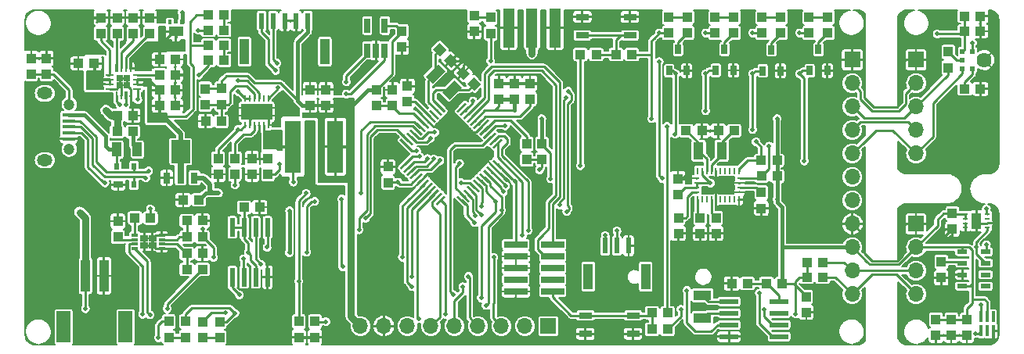
<source format=gbr>
G04 #@! TF.FileFunction,Copper,L1,Top,Signal*
%FSLAX46Y46*%
G04 Gerber Fmt 4.6, Leading zero omitted, Abs format (unit mm)*
G04 Created by KiCad (PCBNEW 4.0.7-e2-6376~58~ubuntu16.04.1) date Thu Feb 15 15:21:06 2018*
%MOMM*%
%LPD*%
G01*
G04 APERTURE LIST*
%ADD10C,0.100000*%
%ADD11R,1.000000X1.100000*%
%ADD12R,1.100000X1.000000*%
%ADD13R,0.400000X0.500000*%
%ADD14R,1.600000X1.100000*%
%ADD15R,0.400000X0.250000*%
%ADD16R,1.000000X0.700000*%
%ADD17R,0.600000X0.700000*%
%ADD18R,1.000000X1.500000*%
%ADD19R,0.600000X1.700000*%
%ADD20R,1.000000X2.800000*%
%ADD21R,2.500000X0.750000*%
%ADD22R,1.700000X1.700000*%
%ADD23O,1.700000X1.700000*%
%ADD24R,1.350000X0.400000*%
%ADD25C,1.200000*%
%ADD26O,1.700000X1.300000*%
%ADD27R,1.000000X3.500000*%
%ADD28R,1.500000X3.400000*%
%ADD29R,1.270000X4.200000*%
%ADD30R,1.800000X5.700000*%
%ADD31R,0.650000X1.050000*%
%ADD32R,1.450000X0.700000*%
%ADD33R,0.522000X0.600000*%
%ADD34C,1.624000*%
%ADD35R,0.650000X1.560000*%
%ADD36R,0.600000X2.000000*%
%ADD37R,0.750000X0.750000*%
%ADD38R,0.850000X0.280000*%
%ADD39R,0.280000X0.850000*%
%ADD40R,0.300000X0.850000*%
%ADD41R,2.000000X0.600000*%
%ADD42R,0.250000X0.700000*%
%ADD43R,0.825000X0.850000*%
%ADD44R,0.750000X0.300000*%
%ADD45R,0.875000X0.725000*%
%ADD46R,1.100000X0.500000*%
%ADD47R,0.250000X0.675000*%
%ADD48R,0.575000X0.250000*%
%ADD49R,0.550000X0.250000*%
%ADD50R,1.000000X1.700000*%
%ADD51R,1.900000X1.100000*%
%ADD52R,1.100000X1.900000*%
%ADD53R,0.800000X1.200000*%
%ADD54R,0.800000X2.200000*%
%ADD55R,2.000000X2.500000*%
%ADD56R,0.350000X1.200000*%
%ADD57C,0.500000*%
%ADD58C,0.254000*%
%ADD59C,0.381000*%
%ADD60C,0.508000*%
%ADD61C,0.762000*%
%ADD62C,0.203200*%
G04 APERTURE END LIST*
D10*
G36*
X-2480017Y11288208D02*
X-3187124Y10581101D01*
X-3964941Y11358918D01*
X-3257834Y12066025D01*
X-2480017Y11288208D01*
X-2480017Y11288208D01*
G37*
G36*
X-3682099Y12490290D02*
X-4389206Y11783183D01*
X-5167023Y12561000D01*
X-4459916Y13268107D01*
X-3682099Y12490290D01*
X-3682099Y12490290D01*
G37*
G36*
X-2635582Y10029559D02*
X-1928475Y10736666D01*
X-1150658Y9958849D01*
X-1857765Y9251742D01*
X-2635582Y10029559D01*
X-2635582Y10029559D01*
G37*
G36*
X-1433500Y8827477D02*
X-726393Y9534584D01*
X51424Y8756767D01*
X-655683Y8049660D01*
X-1433500Y8827477D01*
X-1433500Y8827477D01*
G37*
D11*
X-10033000Y-1866000D03*
X-10033000Y-166000D03*
X5334000Y7176400D03*
X5334000Y8876400D03*
X-9552408Y6469176D03*
X-9552408Y8169176D03*
X1981200Y7176400D03*
X1981200Y8876400D03*
X3657600Y7176400D03*
X3657600Y8876400D03*
D12*
X-39326514Y5391344D03*
X-37626514Y5391344D03*
D11*
X-8536042Y14520594D03*
X-8536042Y12820594D03*
D12*
X-33035553Y11480941D03*
X-34735553Y11480941D03*
D11*
X-46962342Y9885305D03*
X-46962342Y11585305D03*
D12*
X-25602300Y-4546600D03*
X-23902300Y-4546600D03*
X-41822000Y11023600D03*
X-43522000Y11023600D03*
X-34749153Y8128141D03*
X-33049153Y8128141D03*
X-34735553Y6451741D03*
X-33035553Y6451741D03*
D11*
X-24739600Y729223D03*
X-24739600Y-970777D03*
X-26583981Y729223D03*
X-26583981Y-970777D03*
D12*
X-31793310Y-9562314D03*
X-30093310Y-9562314D03*
X-30093310Y-6006314D03*
X-31793310Y-6006314D03*
D11*
X-28397200Y736600D03*
X-28397200Y-963400D03*
X-29802214Y6592844D03*
X-29802214Y8292844D03*
X-16728781Y6496823D03*
X-16728781Y8196823D03*
X-18455981Y6496823D03*
X-18455981Y8196823D03*
X35509200Y14339200D03*
X35509200Y16039200D03*
X-31902400Y-16930000D03*
X-31902400Y-18630000D03*
X-28236730Y-16949830D03*
X-28236730Y-18649830D03*
X30429200Y14339200D03*
X30429200Y16039200D03*
X20320000Y14339200D03*
X20320000Y16039200D03*
X25349200Y14339200D03*
X25349200Y16039200D03*
D13*
X-32319200Y15528000D03*
X-33619200Y15528000D03*
D14*
X-32969200Y14478000D03*
D15*
X-32969200Y13803000D03*
D16*
X-39190400Y-2101600D03*
D17*
X-37490400Y-2101600D03*
X-37490400Y-101600D03*
X-39390400Y-101600D03*
D12*
X-29450400Y16256000D03*
X-27750400Y16256000D03*
X-29450400Y13004800D03*
X-27750400Y13004800D03*
D11*
X1066800Y14302000D03*
X1066800Y16002000D03*
D18*
X-37152400Y1727200D03*
X-39352400Y1727200D03*
D19*
X15982000Y-8718000D03*
X14732000Y-8718000D03*
X13482000Y-8718000D03*
D20*
X17832000Y-12068000D03*
X11632000Y-12068000D03*
D19*
X-18702400Y15643600D03*
X-19952400Y15643600D03*
X-21202400Y15643600D03*
X-22452400Y15643600D03*
X-23702400Y15643600D03*
D20*
X-16852400Y12293600D03*
X-25552400Y12293600D03*
D21*
X7791200Y-13665200D03*
X3791200Y-13665200D03*
X7791200Y-12395200D03*
X3791200Y-12395200D03*
X7791200Y-11125200D03*
X3791200Y-11125200D03*
X7791200Y-9855200D03*
X3791200Y-9855200D03*
X7791200Y-8585200D03*
X3791200Y-8585200D03*
D22*
X7315200Y-17424400D03*
D23*
X4775200Y-17424400D03*
X2235200Y-17424400D03*
X-304800Y-17424400D03*
X-2844800Y-17424400D03*
X-5384800Y-17424400D03*
X-7924800Y-17424400D03*
X-10464800Y-17424400D03*
X-13004800Y-17424400D03*
D24*
X-44574800Y5465600D03*
X-44574800Y4815600D03*
X-44574800Y4165600D03*
X-44574800Y3515600D03*
X-44574800Y2865600D03*
D25*
X-44499800Y6590600D03*
X-44499800Y1740600D03*
D26*
X-47149800Y7790600D03*
X-47149800Y540600D03*
D27*
X-42754800Y-11976000D03*
X-40754800Y-11976000D03*
D28*
X-45104800Y-17526000D03*
X-38404800Y-17526000D03*
D29*
X5537200Y14884400D03*
X8037200Y14884400D03*
X3037200Y14884400D03*
D11*
X-11295208Y6453976D03*
X-11295208Y8153976D03*
D12*
X-39326514Y3664144D03*
X-37626514Y3664144D03*
D30*
X-20284781Y2012823D03*
X-15712781Y2012823D03*
D31*
X35575200Y10247600D03*
X37475200Y10247600D03*
X36525200Y12547600D03*
X30495200Y10229200D03*
X32395200Y10229200D03*
X31445200Y12529200D03*
X20386000Y10247600D03*
X22286000Y10247600D03*
X21336000Y12547600D03*
X25415200Y10280000D03*
X27315200Y10280000D03*
X26365200Y12580000D03*
D11*
X-19659600Y-16930000D03*
X-19659600Y-18630000D03*
X-17932400Y-16930000D03*
X-17932400Y-18630000D03*
X37541200Y16039200D03*
X37541200Y14339200D03*
X-33731200Y-16930000D03*
X-33731200Y-18630000D03*
X-30073600Y-16980800D03*
X-30073600Y-18680800D03*
D12*
X20204800Y-17754600D03*
X18504800Y-17754600D03*
X20204800Y-15976600D03*
X18504800Y-15976600D03*
X10783200Y11988800D03*
X12483200Y11988800D03*
X16344000Y11988800D03*
X14644000Y11988800D03*
D11*
X32461200Y16039200D03*
X32461200Y14339200D03*
X22352000Y16039200D03*
X22352000Y14339200D03*
X27381200Y16039200D03*
X27381200Y14339200D03*
D12*
X-33035553Y9804541D03*
X-34735553Y9804541D03*
D11*
X-35815953Y15988541D03*
X-35815953Y14288541D03*
X6611642Y616974D03*
X6611642Y2316974D03*
X-37593953Y15988541D03*
X-37593953Y14288541D03*
X-39321153Y15988541D03*
X-39321153Y14288541D03*
X4986042Y616974D03*
X4986042Y2316974D03*
X-48613342Y9885305D03*
X-48613342Y11585305D03*
D12*
X-29450400Y14630400D03*
X-27750400Y14630400D03*
X-29450400Y11379200D03*
X-27750400Y11379200D03*
D11*
X-41099153Y14288541D03*
X-41099153Y15988541D03*
D12*
X35259711Y-10504605D03*
X36959711Y-10504605D03*
X35259711Y-12130205D03*
X36959711Y-12130205D03*
D11*
X-23012400Y-970777D03*
X-23012400Y729223D03*
X-711200Y14491600D03*
X-711200Y16191600D03*
D12*
X-30093310Y-11289514D03*
X-31793310Y-11289514D03*
X-30093310Y-7784314D03*
X-31793310Y-7784314D03*
X-37400600Y-5715000D03*
X-35700600Y-5715000D03*
D11*
X-39243000Y-7758800D03*
X-39243000Y-6058800D03*
X-28057181Y6598423D03*
X-28057181Y8298423D03*
D12*
X-29755200Y4775200D03*
X-28055200Y4775200D03*
D32*
X11316469Y-18271829D03*
X16476469Y-18271829D03*
X16476469Y-16271829D03*
X11316469Y-16271829D03*
X16143600Y16073000D03*
X10983600Y16073000D03*
X10983600Y14073000D03*
X16143600Y14073000D03*
D10*
G36*
X-4879779Y6610889D02*
X-4703002Y6787666D01*
X-3783763Y5868427D01*
X-3960540Y5691650D01*
X-4879779Y6610889D01*
X-4879779Y6610889D01*
G37*
G36*
X-5233332Y6257336D02*
X-5056555Y6434113D01*
X-4137316Y5514874D01*
X-4314093Y5338097D01*
X-5233332Y6257336D01*
X-5233332Y6257336D01*
G37*
G36*
X-5586886Y5903782D02*
X-5410109Y6080559D01*
X-4490870Y5161320D01*
X-4667647Y4984543D01*
X-5586886Y5903782D01*
X-5586886Y5903782D01*
G37*
G36*
X-5940439Y5550229D02*
X-5763662Y5727006D01*
X-4844423Y4807767D01*
X-5021200Y4630990D01*
X-5940439Y5550229D01*
X-5940439Y5550229D01*
G37*
G36*
X-6293992Y5196676D02*
X-6117215Y5373453D01*
X-5197976Y4454214D01*
X-5374753Y4277437D01*
X-6293992Y5196676D01*
X-6293992Y5196676D01*
G37*
G36*
X-6647546Y4843122D02*
X-6470769Y5019899D01*
X-5551530Y4100660D01*
X-5728307Y3923883D01*
X-6647546Y4843122D01*
X-6647546Y4843122D01*
G37*
G36*
X-7001099Y4489569D02*
X-6824322Y4666346D01*
X-5905083Y3747107D01*
X-6081860Y3570330D01*
X-7001099Y4489569D01*
X-7001099Y4489569D01*
G37*
G36*
X-7354653Y4136015D02*
X-7177876Y4312792D01*
X-6258637Y3393553D01*
X-6435414Y3216776D01*
X-7354653Y4136015D01*
X-7354653Y4136015D01*
G37*
G36*
X-7708206Y3782462D02*
X-7531429Y3959239D01*
X-6612190Y3040000D01*
X-6788967Y2863223D01*
X-7708206Y3782462D01*
X-7708206Y3782462D01*
G37*
G36*
X-8061759Y3428909D02*
X-7884982Y3605686D01*
X-6965743Y2686447D01*
X-7142520Y2509670D01*
X-8061759Y3428909D01*
X-8061759Y3428909D01*
G37*
G36*
X-8415313Y3075355D02*
X-8238536Y3252132D01*
X-7319297Y2332893D01*
X-7496074Y2156116D01*
X-8415313Y3075355D01*
X-8415313Y3075355D01*
G37*
G36*
X-8768866Y2721802D02*
X-8592089Y2898579D01*
X-7672850Y1979340D01*
X-7849627Y1802563D01*
X-8768866Y2721802D01*
X-8768866Y2721802D01*
G37*
G36*
X-8592089Y-460179D02*
X-8768866Y-283402D01*
X-7849627Y635837D01*
X-7672850Y459060D01*
X-8592089Y-460179D01*
X-8592089Y-460179D01*
G37*
G36*
X-8238536Y-813732D02*
X-8415313Y-636955D01*
X-7496074Y282284D01*
X-7319297Y105507D01*
X-8238536Y-813732D01*
X-8238536Y-813732D01*
G37*
G36*
X-7884982Y-1167286D02*
X-8061759Y-990509D01*
X-7142520Y-71270D01*
X-6965743Y-248047D01*
X-7884982Y-1167286D01*
X-7884982Y-1167286D01*
G37*
G36*
X-7531429Y-1520839D02*
X-7708206Y-1344062D01*
X-6788967Y-424823D01*
X-6612190Y-601600D01*
X-7531429Y-1520839D01*
X-7531429Y-1520839D01*
G37*
G36*
X-7177876Y-1874392D02*
X-7354653Y-1697615D01*
X-6435414Y-778376D01*
X-6258637Y-955153D01*
X-7177876Y-1874392D01*
X-7177876Y-1874392D01*
G37*
G36*
X-6824322Y-2227946D02*
X-7001099Y-2051169D01*
X-6081860Y-1131930D01*
X-5905083Y-1308707D01*
X-6824322Y-2227946D01*
X-6824322Y-2227946D01*
G37*
G36*
X-6470769Y-2581499D02*
X-6647546Y-2404722D01*
X-5728307Y-1485483D01*
X-5551530Y-1662260D01*
X-6470769Y-2581499D01*
X-6470769Y-2581499D01*
G37*
G36*
X-6117215Y-2935053D02*
X-6293992Y-2758276D01*
X-5374753Y-1839037D01*
X-5197976Y-2015814D01*
X-6117215Y-2935053D01*
X-6117215Y-2935053D01*
G37*
G36*
X-5763662Y-3288606D02*
X-5940439Y-3111829D01*
X-5021200Y-2192590D01*
X-4844423Y-2369367D01*
X-5763662Y-3288606D01*
X-5763662Y-3288606D01*
G37*
G36*
X-5410109Y-3642159D02*
X-5586886Y-3465382D01*
X-4667647Y-2546143D01*
X-4490870Y-2722920D01*
X-5410109Y-3642159D01*
X-5410109Y-3642159D01*
G37*
G36*
X-5056555Y-3995713D02*
X-5233332Y-3818936D01*
X-4314093Y-2899697D01*
X-4137316Y-3076474D01*
X-5056555Y-3995713D01*
X-5056555Y-3995713D01*
G37*
G36*
X-4703002Y-4349266D02*
X-4879779Y-4172489D01*
X-3960540Y-3253250D01*
X-3783763Y-3430027D01*
X-4703002Y-4349266D01*
X-4703002Y-4349266D01*
G37*
G36*
X-2617037Y-3430027D02*
X-2440260Y-3253250D01*
X-1521021Y-4172489D01*
X-1697798Y-4349266D01*
X-2617037Y-3430027D01*
X-2617037Y-3430027D01*
G37*
G36*
X-2263484Y-3076474D02*
X-2086707Y-2899697D01*
X-1167468Y-3818936D01*
X-1344245Y-3995713D01*
X-2263484Y-3076474D01*
X-2263484Y-3076474D01*
G37*
G36*
X-1909930Y-2722920D02*
X-1733153Y-2546143D01*
X-813914Y-3465382D01*
X-990691Y-3642159D01*
X-1909930Y-2722920D01*
X-1909930Y-2722920D01*
G37*
G36*
X-1556377Y-2369367D02*
X-1379600Y-2192590D01*
X-460361Y-3111829D01*
X-637138Y-3288606D01*
X-1556377Y-2369367D01*
X-1556377Y-2369367D01*
G37*
G36*
X-1202824Y-2015814D02*
X-1026047Y-1839037D01*
X-106808Y-2758276D01*
X-283585Y-2935053D01*
X-1202824Y-2015814D01*
X-1202824Y-2015814D01*
G37*
G36*
X-849270Y-1662260D02*
X-672493Y-1485483D01*
X246746Y-2404722D01*
X69969Y-2581499D01*
X-849270Y-1662260D01*
X-849270Y-1662260D01*
G37*
G36*
X-495717Y-1308707D02*
X-318940Y-1131930D01*
X600299Y-2051169D01*
X423522Y-2227946D01*
X-495717Y-1308707D01*
X-495717Y-1308707D01*
G37*
G36*
X-142163Y-955153D02*
X34614Y-778376D01*
X953853Y-1697615D01*
X777076Y-1874392D01*
X-142163Y-955153D01*
X-142163Y-955153D01*
G37*
G36*
X211390Y-601600D02*
X388167Y-424823D01*
X1307406Y-1344062D01*
X1130629Y-1520839D01*
X211390Y-601600D01*
X211390Y-601600D01*
G37*
G36*
X564943Y-248047D02*
X741720Y-71270D01*
X1660959Y-990509D01*
X1484182Y-1167286D01*
X564943Y-248047D01*
X564943Y-248047D01*
G37*
G36*
X918497Y105507D02*
X1095274Y282284D01*
X2014513Y-636955D01*
X1837736Y-813732D01*
X918497Y105507D01*
X918497Y105507D01*
G37*
G36*
X1272050Y459060D02*
X1448827Y635837D01*
X2368066Y-283402D01*
X2191289Y-460179D01*
X1272050Y459060D01*
X1272050Y459060D01*
G37*
G36*
X1448827Y1802563D02*
X1272050Y1979340D01*
X2191289Y2898579D01*
X2368066Y2721802D01*
X1448827Y1802563D01*
X1448827Y1802563D01*
G37*
G36*
X1095274Y2156116D02*
X918497Y2332893D01*
X1837736Y3252132D01*
X2014513Y3075355D01*
X1095274Y2156116D01*
X1095274Y2156116D01*
G37*
G36*
X741720Y2509670D02*
X564943Y2686447D01*
X1484182Y3605686D01*
X1660959Y3428909D01*
X741720Y2509670D01*
X741720Y2509670D01*
G37*
G36*
X388167Y2863223D02*
X211390Y3040000D01*
X1130629Y3959239D01*
X1307406Y3782462D01*
X388167Y2863223D01*
X388167Y2863223D01*
G37*
G36*
X34614Y3216776D02*
X-142163Y3393553D01*
X777076Y4312792D01*
X953853Y4136015D01*
X34614Y3216776D01*
X34614Y3216776D01*
G37*
G36*
X-318940Y3570330D02*
X-495717Y3747107D01*
X423522Y4666346D01*
X600299Y4489569D01*
X-318940Y3570330D01*
X-318940Y3570330D01*
G37*
G36*
X-672493Y3923883D02*
X-849270Y4100660D01*
X69969Y5019899D01*
X246746Y4843122D01*
X-672493Y3923883D01*
X-672493Y3923883D01*
G37*
G36*
X-1026047Y4277437D02*
X-1202824Y4454214D01*
X-283585Y5373453D01*
X-106808Y5196676D01*
X-1026047Y4277437D01*
X-1026047Y4277437D01*
G37*
G36*
X-1379600Y4630990D02*
X-1556377Y4807767D01*
X-637138Y5727006D01*
X-460361Y5550229D01*
X-1379600Y4630990D01*
X-1379600Y4630990D01*
G37*
G36*
X-1733153Y4984543D02*
X-1909930Y5161320D01*
X-990691Y6080559D01*
X-813914Y5903782D01*
X-1733153Y4984543D01*
X-1733153Y4984543D01*
G37*
G36*
X-2086707Y5338097D02*
X-2263484Y5514874D01*
X-1344245Y6434113D01*
X-1167468Y6257336D01*
X-2086707Y5338097D01*
X-2086707Y5338097D01*
G37*
G36*
X-2440260Y5691650D02*
X-2617037Y5868427D01*
X-1697798Y6787666D01*
X-1521021Y6610889D01*
X-2440260Y5691650D01*
X-2440260Y5691650D01*
G37*
D33*
X53187600Y12293600D03*
X52104600Y12293600D03*
X53187600Y10493600D03*
X52104600Y10493600D03*
D34*
X54439600Y11393600D03*
D33*
X52104600Y11393600D03*
D35*
X-12278642Y12436208D03*
X-11328642Y12436208D03*
X-10378642Y12436208D03*
X-10378642Y15136208D03*
X-12278642Y15136208D03*
D36*
X-26873200Y-6723400D03*
X-25603200Y-6723400D03*
X-24333200Y-6723400D03*
X-23063200Y-6723400D03*
X-23063200Y-12123400D03*
X-24333200Y-12123400D03*
X-25603200Y-12123400D03*
X-26873200Y-12123400D03*
D37*
X-38247283Y8665733D03*
X-38247283Y9415733D03*
X-38997283Y9415733D03*
X-38997283Y8665733D03*
D38*
X-40097283Y9790733D03*
X-40097283Y9290733D03*
X-40097283Y8790733D03*
X-40097283Y8290733D03*
D39*
X-39372283Y7565733D03*
X-38872283Y7565733D03*
D40*
X-38372283Y7565733D03*
D39*
X-37872283Y7565733D03*
D38*
X-37147283Y8290733D03*
X-37147283Y8790733D03*
X-37147283Y9290733D03*
X-37147283Y9790733D03*
D39*
X-37872283Y10515733D03*
X-38372283Y10515733D03*
X-38872283Y10515733D03*
D40*
X-39372283Y10515733D03*
D41*
X32265600Y-14757400D03*
X32265600Y-16027400D03*
X32265600Y-17297400D03*
X32265600Y-18567400D03*
X26865600Y-18567400D03*
X26865600Y-17297400D03*
X26865600Y-16027400D03*
X26865600Y-14757400D03*
D42*
X-25477181Y4345223D03*
X-24977181Y4345223D03*
X-24477181Y4345223D03*
X-23977181Y4345223D03*
X-23477181Y4345223D03*
X-22977181Y4345223D03*
X-22977181Y7245223D03*
X-23477181Y7245223D03*
X-23977181Y7245223D03*
X-24477181Y7245223D03*
X-24977181Y7245223D03*
X-25477181Y7245223D03*
D43*
X-22989681Y6220223D03*
X-23814681Y6220223D03*
X-24639681Y6220223D03*
X-25464681Y6220223D03*
X-22989681Y5370223D03*
X-23814681Y5370223D03*
X-24639681Y5370223D03*
X-25464681Y5370223D03*
D44*
X-34502810Y-9049214D03*
X-34502810Y-8549214D03*
X-34502810Y-8049214D03*
X-34502810Y-7549214D03*
X-37402810Y-7549214D03*
X-37402810Y-8049214D03*
X-37402810Y-8549214D03*
X-37402810Y-9049214D03*
D45*
X-36390310Y-7936714D03*
X-36390310Y-8661714D03*
X-35515310Y-7936714D03*
X-35515310Y-8661714D03*
D46*
X52095400Y-9356400D03*
X52095400Y-10606400D03*
X52095400Y-11856400D03*
X52095400Y-13106400D03*
X54595400Y-13106400D03*
X54595400Y-11856400D03*
X54595400Y-10606400D03*
X54595400Y-9356400D03*
D47*
X23436372Y-600501D03*
X23936372Y-600501D03*
X24436372Y-600501D03*
X24936372Y-600501D03*
X25436372Y-600501D03*
X25936372Y-600501D03*
X26436372Y-600501D03*
X26936372Y-600501D03*
X27436372Y-600501D03*
X27936372Y-600501D03*
X23436372Y-3725501D03*
X23936372Y-3725501D03*
X24436372Y-3725501D03*
X24936372Y-3725501D03*
X25436372Y-3725501D03*
X25936372Y-3725501D03*
X26436372Y-3725501D03*
X26936372Y-3725501D03*
X27436372Y-3725501D03*
X27936372Y-3725501D03*
D48*
X23373872Y-1413001D03*
X23373872Y-1913001D03*
X23373872Y-2413001D03*
X23373872Y-2913001D03*
X27998872Y-1413001D03*
X27998872Y-1913001D03*
X27998872Y-2413001D03*
X27998872Y-2913001D03*
D49*
X54794400Y-6769800D03*
X54794400Y-6269800D03*
X54794400Y-5769800D03*
X54794400Y-5269800D03*
X52444400Y-5269800D03*
X52444400Y-5769800D03*
X52444400Y-6269800D03*
X52444400Y-6769800D03*
D50*
X53619400Y-6019800D03*
D10*
G36*
X-5957743Y9643440D02*
X-4614240Y10986943D01*
X-3836423Y10209126D01*
X-5179926Y8865623D01*
X-5957743Y9643440D01*
X-5957743Y9643440D01*
G37*
G36*
X-4189977Y7875674D02*
X-2846474Y9219177D01*
X-2068657Y8441360D01*
X-3412160Y7097857D01*
X-4189977Y7875674D01*
X-4189977Y7875674D01*
G37*
D51*
X23977600Y-16591600D03*
X23977600Y-14091600D03*
D52*
X23565800Y1574800D03*
X26065800Y1574800D03*
D11*
X-7924800Y6875576D03*
X-7924800Y8575576D03*
D12*
X52337600Y14528800D03*
X54037600Y14528800D03*
X52337600Y16154400D03*
X54037600Y16154400D03*
X28840800Y-12801600D03*
X27140800Y-12801600D03*
D11*
X35204400Y-14237600D03*
X35204400Y-15937600D03*
X49226271Y-16710263D03*
X49226271Y-18410263D03*
X49809400Y-10478400D03*
X49809400Y-12178400D03*
X52567982Y-16710263D03*
X52567982Y-18410263D03*
X50891582Y-16710263D03*
X50891582Y-18410263D03*
D12*
X22213200Y3733800D03*
X23913200Y3733800D03*
D11*
X21336000Y-1449600D03*
X21336000Y-3149600D03*
D12*
X27393000Y3733800D03*
X25693000Y3733800D03*
D11*
X25450800Y-7389600D03*
X25450800Y-5689600D03*
X51003200Y-5220600D03*
X51003200Y-6920600D03*
D12*
X54037600Y8280400D03*
X52337600Y8280400D03*
D11*
X50546000Y12280000D03*
X50546000Y10580000D03*
D12*
X30341200Y508000D03*
X32041200Y508000D03*
X30354370Y-1149402D03*
X32054370Y-1149402D03*
X32600000Y-12801600D03*
X30900000Y-12801600D03*
D11*
X23723600Y-5689600D03*
X23723600Y-7389600D03*
X21386800Y-5689600D03*
X21386800Y-7389600D03*
D22*
X40182800Y11430000D03*
D23*
X40182800Y8890000D03*
X40182800Y6350000D03*
X40182800Y3810000D03*
X40182800Y1270000D03*
X40182800Y-1270000D03*
X40182800Y-3810000D03*
X40182800Y-6350000D03*
X40182800Y-8890000D03*
X40182800Y-11430000D03*
X40182800Y-13970000D03*
D22*
X47082800Y11430000D03*
D23*
X47082800Y8890000D03*
X47082800Y6350000D03*
X47082800Y3810000D03*
X47082800Y1270000D03*
D22*
X47082800Y-6350000D03*
D23*
X47082800Y-8890000D03*
X47082800Y-11430000D03*
X47082800Y-13970000D03*
D12*
X-30493600Y-3746500D03*
X-32193600Y-3746500D03*
D11*
X30340300Y-2960000D03*
X30340300Y-4660000D03*
D53*
X-33961200Y-1369000D03*
D54*
X-32461200Y-869000D03*
D53*
X-30961200Y-1369000D03*
D55*
X-32461200Y1481000D03*
D56*
X54112400Y-17925200D03*
X54762400Y-17925200D03*
X55412400Y-17925200D03*
X55412400Y-16425200D03*
X54762400Y-16425200D03*
X54112400Y-16425200D03*
D57*
X54546500Y-19189700D03*
X55257700Y-19189700D03*
X-24639681Y5370223D03*
X-23814681Y5370223D03*
X-23814681Y6220223D03*
X-24639681Y6220223D03*
X50927000Y-13436600D03*
X50927000Y-12700000D03*
X52095400Y-11856400D03*
X50927000Y-11861800D03*
X50800000Y-7874000D03*
X50038000Y-7112000D03*
X50038000Y-7874000D03*
X53619400Y-6019800D03*
X-36576000Y-18542000D03*
X-36576000Y-17983200D03*
X-36576000Y-17424400D03*
X6604000Y6604000D03*
X-38997283Y8665733D03*
X-38247283Y8665733D03*
X-38247283Y9415733D03*
X6604000Y7620000D03*
X6604000Y9245600D03*
X-38997283Y9415733D03*
X-25464681Y5370223D03*
X-22989681Y5370223D03*
X-22989681Y6220223D03*
X-25464681Y6220223D03*
X-45567600Y-13716000D03*
X22402800Y-1727200D03*
X22402800Y-812800D03*
X-31750000Y9194800D03*
X-31750000Y10414000D03*
X-31750000Y9804400D03*
X-42164000Y15544800D03*
X-42164000Y16357600D03*
X9194800Y14325600D03*
X9194800Y15443200D03*
X9194800Y14884400D03*
X-21183600Y14325600D03*
X-19964400Y14376400D03*
X-3251200Y4165600D03*
X-4165600Y4165600D03*
X-889000Y10541000D03*
X-2667000Y12319000D03*
X-1524000Y11176000D03*
X-2032000Y11684000D03*
X-45567600Y-13106400D03*
X-29083000Y-2997200D03*
X-28359100Y-2997200D03*
X49377600Y14224000D03*
X-8940800Y-1828800D03*
X-14020800Y3937000D03*
X-14020800Y3302000D03*
X-14020800Y2667000D03*
X-14020800Y2032000D03*
X32054800Y5054600D03*
X32054800Y-3657600D03*
X34036000Y-16103600D03*
X21640800Y-15595600D03*
X24841200Y-1930400D03*
X3690667Y-1760663D03*
X7569200Y-1473200D03*
X-26572392Y-16039492D03*
X-35712400Y-4724400D03*
X-30073600Y-6908716D03*
X-14020800Y-4934327D03*
X-20675600Y-4927600D03*
X-20692299Y-9482901D03*
X-28905200Y-9989820D03*
X-25146000Y-9482901D03*
X18491200Y5054600D03*
X34493200Y14325600D03*
X29413200Y14325600D03*
X24333200Y14325600D03*
X19304000Y14325600D03*
X3657600Y5943600D03*
X-14020800Y-1828800D03*
X6604000Y5054600D03*
X53543200Y-18211800D03*
X54686200Y-4724400D03*
X54686200Y-8610600D03*
X30683200Y-15646400D03*
X9448800Y8026400D03*
X-14528800Y9042400D03*
X9296400Y-5029200D03*
X2239086Y-4876800D03*
X-22047200Y11074400D03*
X-36576000Y-16154400D03*
X558800Y-15189200D03*
X53619400Y-8890000D03*
X54102000Y-15113000D03*
X8585200Y-4318000D03*
X9253372Y7336752D03*
X-35763200Y-16205200D03*
X30124400Y-13868400D03*
X-14528800Y7721600D03*
X1625600Y-3911600D03*
X-22199600Y10261600D03*
X50800Y-14376400D03*
X2641600Y4267200D03*
X20167600Y4216400D03*
X-4978400Y3556000D03*
X29413200Y3860800D03*
X29413200Y9906000D03*
X-5435600Y2946400D03*
X20995983Y3374226D03*
X21082000Y9906000D03*
X-8483600Y-9982200D03*
X1397000Y-9982200D03*
X-23114000Y-8890000D03*
X-7416800Y-13157200D03*
X-23774400Y-10718800D03*
X-1930400Y-13157200D03*
X-7416800Y-12039600D03*
X-25650520Y-10138600D03*
X-1320800Y-12039600D03*
X-35915600Y-609600D03*
X2438400Y-2870200D03*
X-36220400Y-1371600D03*
X2692400Y-2260600D03*
X13462000Y-7620000D03*
X4521200Y-7620000D03*
X14732000Y-7112000D03*
X5130800Y-7061200D03*
X24333200Y5892800D03*
X-812800Y6959600D03*
X24333200Y9906000D03*
X-32283400Y16535400D03*
X-40538400Y5943600D03*
X35001200Y457200D03*
X-2286000Y203200D03*
X34493200Y9906000D03*
X29768800Y2540000D03*
X-6604000Y939800D03*
X22301200Y-13563600D03*
X-42214800Y8636000D03*
X-42214800Y9499600D03*
X-43366399Y-5086552D03*
X-33909000Y-15544800D03*
X-42748200Y-15544800D03*
X-34340800Y5283200D03*
X-35560000Y5283200D03*
X-25501600Y2540000D03*
X-24892000Y2540000D03*
X-39031803Y6578600D03*
X-24282400Y2540000D03*
X-20269200Y-1828800D03*
X-26568400Y-2133600D03*
X-26212800Y9144000D03*
X-26212800Y7975600D03*
X-26212800Y3892423D03*
X1066800Y11328400D03*
X19304000Y11226800D03*
X19608800Y-1422400D03*
X-3810000Y-16154400D03*
X-40640000Y-1905000D03*
X-40640000Y-1905000D03*
X6350000Y-508000D03*
X5537200Y12090400D03*
X53210Y-5409953D03*
X-17957800Y-3911600D03*
X-18821400Y-9423400D03*
X-12928600Y-3048000D03*
X-18872200Y-3048000D03*
X-19685000Y-12573000D03*
X-6705600Y-16611600D03*
X-16738600Y-16941800D03*
X-34848800Y-18694400D03*
X-27647517Y-15968609D03*
X10783200Y-50800D03*
X-2159000Y-1879600D03*
X-6934200Y1549400D03*
X31191200Y2082800D03*
X-5789334Y725165D03*
X-30560200Y14630400D03*
X-38379400Y6578600D03*
X-37084000Y7112000D03*
X-30480000Y9779000D03*
X-21742400Y152400D03*
X-21894800Y8382000D03*
X53210Y-4433494D03*
X-14938970Y-11001970D03*
X-15036800Y-3657600D03*
X-13157200Y-6985000D03*
X-12446000Y-5740400D03*
X53187600Y13233400D03*
X-5080000Y685800D03*
X-4419600Y508000D03*
X-26113277Y-14040370D03*
X-2946400Y-13995400D03*
X-680455Y-6208488D03*
X-628346Y-5477083D03*
D58*
X55412400Y-17925200D02*
X55412400Y-19035000D01*
X55412400Y-19035000D02*
X55257700Y-19189700D01*
X49226271Y-18410263D02*
X50891582Y-18410263D01*
X52567982Y-18410263D02*
X50891582Y-18410263D01*
X-25464681Y5370223D02*
X-24639681Y5370223D01*
X-22989681Y5370223D02*
X-23814681Y5370223D01*
X-22989681Y6220223D02*
X-23814681Y6220223D01*
X-25464681Y6220223D02*
X-24639681Y6220223D01*
X50927000Y-12700000D02*
X50927000Y-13436600D01*
X49809400Y-12178400D02*
X50610400Y-12178400D01*
X50610400Y-12178400D02*
X50927000Y-11861800D01*
X50038000Y-7874000D02*
X50800000Y-7874000D01*
X51003200Y-6920600D02*
X50991400Y-6920600D01*
X50991400Y-6920600D02*
X50038000Y-7874000D01*
X54794400Y-6269800D02*
X53869400Y-6269800D01*
X53869400Y-6269800D02*
X53619400Y-6019800D01*
X40182800Y11430000D02*
X41286800Y11430000D01*
X41286800Y11430000D02*
X41478200Y11238600D01*
X45978800Y11430000D02*
X47082800Y11430000D01*
X41478200Y11238600D02*
X41478200Y7315200D01*
X41478200Y7315200D02*
X42480579Y6312821D01*
X42480579Y6312821D02*
X44997021Y6312821D01*
X44997021Y6312821D02*
X45546989Y6862789D01*
X45546989Y6862789D02*
X45546989Y10998189D01*
X45546989Y10998189D02*
X45978800Y11430000D01*
X47082800Y-6350000D02*
X45978800Y-6350000D01*
X45978800Y-6350000D02*
X45593000Y-6735800D01*
X45593000Y-6735800D02*
X45593000Y-9805050D01*
X45593000Y-9805050D02*
X45060250Y-10337800D01*
X45060250Y-10337800D02*
X42316400Y-10337800D01*
X42316400Y-10337800D02*
X41503600Y-9525000D01*
X41503600Y-9525000D02*
X41503600Y-7670800D01*
X41503600Y-7670800D02*
X40182800Y-6350000D01*
X-36576000Y-17424400D02*
X-36576000Y-17983200D01*
X52291Y4118338D02*
X-478038Y3588009D01*
X-3001201Y3915601D02*
X-3251200Y4165600D01*
X-478038Y3588009D02*
X-2673609Y3588009D01*
X-2673609Y3588009D02*
X-3001201Y3915601D01*
X6604000Y7620000D02*
X6604000Y6604000D01*
X6604000Y9245600D02*
X6336400Y8978000D01*
X6336400Y8978000D02*
X6336400Y8876400D01*
X6604000Y7620000D02*
X6604000Y8608800D01*
X6604000Y8608800D02*
X6336400Y8876400D01*
X5334000Y8876400D02*
X6336400Y8876400D01*
X-3251200Y4165600D02*
X-4165600Y4165600D01*
X-5745984Y4825445D02*
X-5086139Y4165600D01*
X-5086139Y4165600D02*
X-4165600Y4165600D01*
X-37872283Y7565733D02*
X-37872283Y6886733D01*
X-37872283Y6886733D02*
X-37538750Y6553200D01*
X21336000Y-1449600D02*
X22125200Y-1449600D01*
X22125200Y-1449600D02*
X22402800Y-1727200D01*
X21336000Y-1449600D02*
X21766000Y-1449600D01*
X21766000Y-1449600D02*
X22402800Y-812800D01*
X5334000Y8876400D02*
X3657600Y8876400D01*
X1981200Y8876400D02*
X3657600Y8876400D01*
X-31750000Y9804400D02*
X-31750000Y9194800D01*
X-33035553Y9804541D02*
X-31750141Y9804541D01*
X-31750141Y9804541D02*
X-31750000Y9804400D01*
X-42164000Y15544800D02*
X-42164000Y16357600D01*
X-41542894Y15544800D02*
X-41099153Y15988541D01*
X-41099153Y15988541D02*
X-41794941Y15988541D01*
X-41794941Y15988541D02*
X-42164000Y16357600D01*
X9194800Y14884400D02*
X9194800Y14325600D01*
X9194800Y14884400D02*
X9194800Y15443200D01*
X-21183600Y14325600D02*
X-21183600Y15624800D01*
X-21183600Y15624800D02*
X-21202400Y15643600D01*
X-19952400Y15643600D02*
X-19952400Y14388400D01*
X-19952400Y14388400D02*
X-19964400Y14376400D01*
X-2032000Y11684000D02*
X-2667000Y12319000D01*
X-1893120Y9994204D02*
X-1893120Y10806880D01*
X-1893120Y10806880D02*
X-1524000Y11176000D01*
X-3222479Y11323563D02*
X-2392437Y11323563D01*
X-2392437Y11323563D02*
X-2032000Y11684000D01*
X-3222479Y11323563D02*
X-1893120Y9994204D01*
X-23814681Y5370223D02*
X-23148181Y5370223D01*
X-23148181Y5370223D02*
X-22977181Y5199223D01*
X-22977181Y4949223D02*
X-22977181Y4345223D01*
X-22977181Y5199223D02*
X-22977181Y4949223D01*
X-23814681Y5370223D02*
X-24556181Y5370223D01*
X-24556181Y5370223D02*
X-24977181Y4949223D01*
X-24977181Y4949223D02*
X-24977181Y4345223D01*
X-40097283Y8290733D02*
X-39372283Y8290733D01*
X-39372283Y8290733D02*
X-38997283Y8665733D01*
X-38872283Y7565733D02*
X-38872283Y8540733D01*
X-38872283Y8540733D02*
X-38997283Y8665733D01*
X-37872283Y7565733D02*
X-37872283Y8290733D01*
X-37872283Y8290733D02*
X-38247283Y8665733D01*
X-35515310Y-8661714D02*
X-35127810Y-9049214D01*
X-35127810Y-9049214D02*
X-34502810Y-9049214D01*
X-36390310Y-7936714D02*
X-36390310Y-8661714D01*
X-35515310Y-8661714D02*
X-36390310Y-8661714D01*
X-35515310Y-7936714D02*
X-35515310Y-8661714D01*
X-34502810Y-7549214D02*
X-35127810Y-7549214D01*
X-35127810Y-7549214D02*
X-35515310Y-7936714D01*
X-19659600Y-18630000D02*
X-17932400Y-18630000D01*
X-24755181Y-970777D02*
X-24755181Y-920777D01*
X-25602300Y-4546600D02*
X-25602300Y-6722500D01*
X-25602300Y-6722500D02*
X-25603200Y-6723400D01*
D59*
X-29083000Y-2997200D02*
X-29744300Y-2997200D01*
X-29744300Y-2997200D02*
X-30493600Y-3746500D01*
D60*
X-29083000Y-2997200D02*
X-28359100Y-2997200D01*
X-29987300Y-1369000D02*
X-29286200Y-2070100D01*
X-29286200Y-2070100D02*
X-29286200Y-2794000D01*
X-29286200Y-2794000D02*
X-29083000Y-2997200D01*
X-30961200Y-1369000D02*
X-29987300Y-1369000D01*
D58*
X54762400Y-14808200D02*
X54762400Y-16425200D01*
X49226271Y-16710263D02*
X50891582Y-16710263D01*
X52567982Y-16710263D02*
X50891582Y-16710263D01*
X52567982Y-16710263D02*
X52567982Y-15499863D01*
X52567982Y-15499863D02*
X53136800Y-14931045D01*
X53136800Y-14931045D02*
X53136800Y-14554200D01*
X40182800Y8890000D02*
X41032799Y8040001D01*
X41032799Y8040001D02*
X41032799Y7171515D01*
X41032799Y7171515D02*
X42297903Y5906411D01*
X42297903Y5906411D02*
X45174811Y5906411D01*
X45174811Y5906411D02*
X45953399Y6684999D01*
X46232801Y8040001D02*
X47082800Y8890000D01*
X45953399Y6684999D02*
X45953399Y7760599D01*
X45953399Y7760599D02*
X46232801Y8040001D01*
D59*
X32600000Y-12801600D02*
X32600000Y-11920600D01*
X32600000Y-11920600D02*
X32600000Y-8890000D01*
X32600000Y-4556353D02*
X32600000Y-8890000D01*
X32054800Y-3657600D02*
X32054800Y-4011153D01*
X32054800Y-4011153D02*
X32600000Y-4556353D01*
X40182800Y-8890000D02*
X32600000Y-8890000D01*
D58*
X54229000Y-14503400D02*
X54457600Y-14503400D01*
X53564445Y-14503400D02*
X54229000Y-14503400D01*
X53136800Y-12954000D02*
X53136800Y-14554200D01*
X54229000Y-14503400D02*
X53187600Y-14503400D01*
X53187600Y-14503400D02*
X53136800Y-14554200D01*
X53136800Y-12014200D02*
X53136800Y-12547600D01*
X52899400Y-13106400D02*
X53136800Y-12869000D01*
X53136800Y-12547600D02*
X53136800Y-12954000D01*
X52095400Y-13106400D02*
X52899400Y-13106400D01*
X53136800Y-12869000D02*
X53136800Y-12547600D01*
X53136800Y-12954000D02*
X53136800Y-13343800D01*
X53136800Y-12014200D02*
X53136800Y-12365000D01*
X53136800Y-10388600D02*
X53136800Y-12014200D01*
X52835886Y-8890000D02*
X52044600Y-8890000D01*
X52044600Y-8890000D02*
X51629000Y-8890000D01*
X52095400Y-9356400D02*
X52095400Y-8940800D01*
X52095400Y-8940800D02*
X52044600Y-8890000D01*
X53136800Y-10097800D02*
X53136800Y-10388600D01*
X53136800Y-10388600D02*
X53136800Y-9190914D01*
X53136800Y-9190914D02*
X52835886Y-8890000D01*
X35259711Y-10504605D02*
X35259711Y-12130205D01*
X34036000Y-16103600D02*
X34036000Y-13157200D01*
X34036000Y-13157200D02*
X34036000Y-13019200D01*
X35259711Y-12130205D02*
X34455711Y-12130205D01*
X34455711Y-12130205D02*
X34036000Y-12549916D01*
X34036000Y-12549916D02*
X34036000Y-13157200D01*
X54457600Y-14503400D02*
X54762400Y-14808200D01*
X47082800Y-8890000D02*
X51629000Y-8890000D01*
X51003200Y-5220600D02*
X50049800Y-5220600D01*
X50049800Y-5220600D02*
X49403000Y-5867400D01*
X49403000Y-5867400D02*
X49403000Y-6569800D01*
X49403000Y-6569800D02*
X47082800Y-8890000D01*
X52444400Y-5269800D02*
X51052400Y-5269800D01*
X51052400Y-5269800D02*
X51003200Y-5220600D01*
X52444400Y-5269800D02*
X52444400Y-5769800D01*
X52095400Y-9356400D02*
X52395400Y-9356400D01*
X52395400Y-13106400D02*
X52095400Y-13106400D01*
X52110283Y-9341517D02*
X52095400Y-9356400D01*
X52337600Y14528800D02*
X52337600Y12526600D01*
X52337600Y12526600D02*
X52104600Y12293600D01*
X52337600Y16154400D02*
X52337600Y14528800D01*
X49377600Y14224000D02*
X52032800Y14224000D01*
X52032800Y14224000D02*
X52337600Y14528800D01*
X47082800Y-8890000D02*
X45228590Y-10744210D01*
X45228590Y-10744210D02*
X42037010Y-10744210D01*
X42037010Y-10744210D02*
X41732200Y-10439400D01*
X41732200Y-10439400D02*
X40182800Y-8890000D01*
X3791200Y-8585200D02*
X3791200Y-1861196D01*
X3791200Y-1861196D02*
X3690667Y-1760663D01*
X1546261Y5937461D02*
X1552400Y5943600D01*
X1552400Y5943600D02*
X3657600Y5943600D01*
X-654816Y4825445D02*
X457200Y5937461D01*
X1981200Y7176400D02*
X1981200Y6372400D01*
X1981200Y6372400D02*
X1546261Y5937461D01*
X1546261Y5937461D02*
X457200Y5937461D01*
X-27486203Y9673401D02*
X-25552400Y9673401D01*
X-24464609Y8911401D02*
X-25226609Y9673401D01*
X-25226609Y9673401D02*
X-25552400Y9673401D01*
X-21386800Y8665286D02*
X-19218337Y6496823D01*
X-21386800Y8665286D02*
X-21394572Y8665286D01*
X-21394572Y8665286D02*
X-21640687Y8911401D01*
X-21640687Y8911401D02*
X-24464609Y8911401D01*
D59*
X-19812000Y7902842D02*
X-19812000Y12954000D01*
X-18702400Y15643600D02*
X-18702400Y14412600D01*
X-18702400Y14412600D02*
X-19812000Y13303000D01*
X-19812000Y13303000D02*
X-19812000Y12954000D01*
X-18455981Y6496823D02*
X-19336981Y6496823D01*
X-19336981Y6496823D02*
X-19812000Y6971842D01*
X-19812000Y6971842D02*
X-19812000Y7902842D01*
X-16728781Y6496823D02*
X-15847781Y6496823D01*
X-15847781Y6496823D02*
X-15660342Y6309384D01*
X-15660342Y6309384D02*
X-14020800Y6309384D01*
D58*
X-8940800Y-1828800D02*
X-8690801Y-2078799D01*
X-8690801Y-2078799D02*
X-7559060Y-2078799D01*
X-7559060Y-2078799D02*
X-7336974Y-1856713D01*
X-7336974Y-1856713D02*
X-6806645Y-1326384D01*
X-8940800Y-1828800D02*
X-9995800Y-1828800D01*
X-9995800Y-1828800D02*
X-10033000Y-1866000D01*
X-14020800Y4318000D02*
X-14020800Y3302000D01*
X-14020800Y2667000D02*
X-14020800Y3302000D01*
X-14020800Y2032000D02*
X-14020800Y2667000D01*
X-14020800Y2667000D02*
X-14020800Y2550804D01*
D61*
X-14020800Y4318000D02*
X-14020800Y2032000D01*
X-14020800Y2032000D02*
X-14020800Y-1828800D01*
D58*
X-15712781Y2012823D02*
X-14039977Y2012823D01*
X-14039977Y2012823D02*
X-14020800Y2032000D01*
X18491200Y5054600D02*
X18491200Y11988800D01*
X18491200Y11988800D02*
X18491200Y13512800D01*
X16344000Y11988800D02*
X18491200Y11988800D01*
X18491200Y13512800D02*
X18774600Y13796200D01*
D59*
X32041200Y508000D02*
X32041200Y5041000D01*
X32041200Y5041000D02*
X32054800Y5054600D01*
X32054370Y-1149402D02*
X32054370Y-3657170D01*
X32054370Y-3657170D02*
X32054800Y-3657600D01*
X32041200Y508000D02*
X32041200Y-1136232D01*
X32041200Y-1136232D02*
X32054370Y-1149402D01*
D58*
X-25146000Y-9482901D02*
X-24896001Y-9732900D01*
X-24896001Y-9732900D02*
X-24896001Y-10306599D01*
X-24333200Y-10869400D02*
X-24333200Y-12123400D01*
X-24896001Y-10306599D02*
X-24333200Y-10869400D01*
X-31902400Y-16930000D02*
X-31902400Y-16126000D01*
X-31215608Y-15439208D02*
X-27172676Y-15439208D01*
X-27172676Y-15439208D02*
X-26572392Y-16039492D01*
X-31902400Y-16126000D02*
X-31215608Y-15439208D01*
X-18455981Y6496823D02*
X-16728781Y6496823D01*
X21336000Y-3149600D02*
X22072599Y-2413001D01*
X22072599Y-2413001D02*
X23373872Y-2413001D01*
X-28057181Y8298423D02*
X-28057181Y9102423D01*
X-28057181Y9102423D02*
X-27486203Y9673401D01*
X-19218337Y6496823D02*
X-18455981Y6496823D01*
X-28057181Y8298423D02*
X-29796635Y8298423D01*
X-29796635Y8298423D02*
X-29802214Y8292844D01*
X23936372Y-600501D02*
X23936372Y-1025572D01*
X23936372Y-1025572D02*
X24841200Y-1930400D01*
X24841200Y-1930400D02*
X23391271Y-1930400D01*
X23391271Y-1930400D02*
X23373872Y-1913001D01*
X23373872Y-2413001D02*
X23373872Y-1913001D01*
X33818400Y-12801600D02*
X34036000Y-13019200D01*
X34036000Y-13019200D02*
X35204400Y-14187600D01*
X20254800Y-17754600D02*
X21640800Y-16368600D01*
X21640800Y-16368600D02*
X21640800Y-15595600D01*
X24823801Y-1913001D02*
X24841200Y-1930400D01*
X-25124599Y-8456001D02*
X-25146000Y-8477402D01*
X-25146000Y-8477402D02*
X-25146000Y-9482901D01*
X3403600Y-1473200D02*
X3403600Y-1473596D01*
X3403600Y-1473596D02*
X3690667Y-1760663D01*
X6611642Y2316974D02*
X6611642Y2266974D01*
X6611642Y2266974D02*
X7569200Y1309416D01*
X7569200Y1309416D02*
X7569200Y-1473200D01*
X2372900Y-442500D02*
X3403600Y-1473200D01*
X1820058Y87829D02*
X2350387Y-442500D01*
X2350387Y-442500D02*
X2372900Y-442500D01*
D59*
X-20675600Y-4927600D02*
X-20675600Y-9466202D01*
X-20675600Y-9466202D02*
X-20692299Y-9482901D01*
D58*
X-26572392Y-16039492D02*
X-27482730Y-16949830D01*
X-27482730Y-16949830D02*
X-28236730Y-16949830D01*
X-35712400Y-4724400D02*
X-35712400Y-5703200D01*
X-35712400Y-5703200D02*
X-35700600Y-5715000D01*
X-30093310Y-7784314D02*
X-30093310Y-6928426D01*
X-30093310Y-6928426D02*
X-30073600Y-6908716D01*
D61*
X-14020800Y-1828800D02*
X-14020800Y-4934327D01*
X-14020800Y-4934327D02*
X-14020800Y-16408400D01*
D58*
X-30093310Y-7784314D02*
X-30043310Y-7784314D01*
X-30043310Y-7784314D02*
X-28905200Y-8922424D01*
X-28905200Y-8922424D02*
X-28905200Y-9989820D01*
X23936372Y-600501D02*
X23936372Y-923972D01*
X23936372Y-923972D02*
X23940773Y-928373D01*
X20254800Y-17754600D02*
X20204800Y-17754600D01*
X32600000Y-12801600D02*
X33818400Y-12801600D01*
X35204400Y-14187600D02*
X35204400Y-14237600D01*
X18774600Y13796200D02*
X19304000Y14325600D01*
X34493200Y14325600D02*
X35495600Y14325600D01*
X35495600Y14325600D02*
X35509200Y14339200D01*
X29413200Y14325600D02*
X30415600Y14325600D01*
X30415600Y14325600D02*
X30429200Y14339200D01*
X24333200Y14325600D02*
X25335600Y14325600D01*
X25335600Y14325600D02*
X25349200Y14339200D01*
X20320000Y14339200D02*
X19317600Y14339200D01*
X19317600Y14339200D02*
X19304000Y14325600D01*
X20320000Y14289200D02*
X20320000Y14339200D01*
X-9601200Y9897984D02*
X-9601200Y13405436D01*
X-9601200Y13405436D02*
X-8536042Y14470594D01*
X-8536042Y14470594D02*
X-8536042Y14520594D01*
X-11295208Y8153976D02*
X-11295208Y8203976D01*
X-11295208Y8203976D02*
X-9601200Y9897984D01*
X-10378642Y15136208D02*
X-9151656Y15136208D01*
X-9151656Y15136208D02*
X-8536042Y14520594D01*
D59*
X3657600Y7176400D02*
X3657600Y5943600D01*
X3657600Y7176400D02*
X1981200Y7176400D01*
X6611642Y2316974D02*
X6611642Y5046958D01*
X6611642Y5046958D02*
X6604000Y5054600D01*
D61*
X-14020800Y-16408400D02*
X-13004800Y-17424400D01*
D59*
X-14020800Y4318000D02*
X-14020800Y6309384D01*
X-14020800Y6309384D02*
X-12176208Y8153976D01*
X-12176208Y8153976D02*
X-11295208Y8153976D01*
D58*
X-25124599Y-8456001D02*
X-25603200Y-7977400D01*
X-25603200Y-7977400D02*
X-25603200Y-6723400D01*
X-19812000Y13430000D02*
X-18702400Y14539600D01*
X-18702400Y14539600D02*
X-18702400Y15643600D01*
X-26885000Y-6711600D02*
X-26873200Y-6723400D01*
X-25603200Y-6723400D02*
X-26873200Y-6723400D01*
X-7924800Y6875576D02*
X-7089009Y6875576D01*
X-7089009Y6875576D02*
X-5392431Y5178998D01*
X49809400Y-10478400D02*
X51967400Y-10478400D01*
X51967400Y-10478400D02*
X52095400Y-10606400D01*
X23565800Y1574800D02*
X24436372Y704228D01*
X24436372Y704228D02*
X24436372Y-600501D01*
X23565800Y1574800D02*
X23565800Y2431200D01*
X23565800Y2431200D02*
X22263200Y3733800D01*
X22263200Y3733800D02*
X22213200Y3733800D01*
X21949000Y3759200D02*
X21999000Y3759200D01*
X23565800Y2192400D02*
X23565800Y1574800D01*
X26065800Y1574800D02*
X26065800Y1174800D01*
X26065800Y1174800D02*
X24936372Y45372D01*
X24936372Y45372D02*
X24936372Y-9001D01*
X24936372Y-9001D02*
X24936372Y-600501D01*
X26065800Y1574800D02*
X26065800Y2456600D01*
X26065800Y2456600D02*
X27343000Y3733800D01*
X27343000Y3733800D02*
X27393000Y3733800D01*
X27682600Y3759200D02*
X27632600Y3759200D01*
X26065800Y2192400D02*
X26065800Y1574800D01*
X25450800Y-5689600D02*
X24936372Y-5175172D01*
X24936372Y-5175172D02*
X24936372Y-3725501D01*
X7791200Y-4162750D02*
X7791200Y-8585200D01*
X-1361922Y5532551D02*
X457200Y7351673D01*
X457200Y7351673D02*
X457200Y9906000D01*
X457200Y9906000D02*
X1219210Y10668010D01*
X1219210Y10668010D02*
X6857990Y10668010D01*
X6857990Y10668010D02*
X8534390Y8991610D01*
X8534390Y8991610D02*
X8534389Y-3419561D01*
X8534389Y-3419561D02*
X7791200Y-4162750D01*
X6577678Y-7670800D02*
X6146800Y-8101678D01*
X6577678Y-7670800D02*
X6577678Y-7665112D01*
X7384790Y-3994410D02*
X7384790Y-6858000D01*
X6577678Y-7665112D02*
X7384790Y-6858000D01*
X6146800Y-8101678D02*
X6146800Y-9085800D01*
X6146800Y-9085800D02*
X6916200Y-9855200D01*
X6916200Y-9855200D02*
X7791200Y-9855200D01*
X-1008369Y5178998D02*
X863611Y7050978D01*
X863611Y7050978D02*
X863611Y9652011D01*
X863611Y9652011D02*
X1473200Y10261600D01*
X1473200Y10261600D02*
X6578600Y10261600D01*
X8127980Y8712220D02*
X8127980Y-3251220D01*
X8127980Y-3251220D02*
X7384790Y-3994410D01*
X6578600Y10261600D02*
X8127980Y8712220D01*
X7791200Y-13665200D02*
X7791200Y-14294200D01*
X7791200Y-14294200D02*
X9768829Y-16271829D01*
X9768829Y-16271829D02*
X10337469Y-16271829D01*
X10337469Y-16271829D02*
X11316469Y-16271829D01*
X11316469Y-16271829D02*
X16476469Y-16271829D01*
X16476469Y-16271829D02*
X18209571Y-16271829D01*
X18209571Y-16271829D02*
X18504800Y-15976600D01*
X18504800Y-15976600D02*
X18504800Y-17754600D01*
X10941469Y-16271829D02*
X11316469Y-16271829D01*
X53543200Y-18211800D02*
X53825800Y-18211800D01*
X53825800Y-18211800D02*
X54112400Y-17925200D01*
X36959711Y-12130205D02*
X38343005Y-12130205D01*
X38343005Y-12130205D02*
X40182800Y-13970000D01*
X54686200Y-4724400D02*
X54686200Y-5161600D01*
X54686200Y-5161600D02*
X54794400Y-5269800D01*
X54686200Y-8610600D02*
X54686200Y-9265600D01*
X54686200Y-9265600D02*
X54595400Y-9356400D01*
X42316390Y-11836410D02*
X44949210Y-11836410D01*
X44949210Y-11836410D02*
X47082800Y-13970000D01*
X40182800Y-13970000D02*
X42316390Y-11836410D01*
X558800Y-15189200D02*
X808799Y-14939201D01*
X808799Y-14939201D02*
X808799Y-6615773D01*
X808799Y-6615773D02*
X2239086Y-5185486D01*
X2239086Y-5185486D02*
X2239086Y-4876800D01*
X9448800Y8026400D02*
X9782773Y7692427D01*
X9398000Y6654800D02*
X9398000Y-4368800D01*
X9398000Y-4368800D02*
X9546399Y-4517199D01*
X9782773Y7692427D02*
X9782773Y7039573D01*
X9782773Y7039573D02*
X9398000Y6654800D01*
X9546399Y-4517199D02*
X9546399Y-4779201D01*
X9546399Y-4779201D02*
X9296400Y-5029200D01*
X-36626800Y-10853146D02*
X-38057211Y-9422735D01*
X-36576000Y-16154400D02*
X-36576000Y-10903946D01*
X-36576000Y-10903946D02*
X-36626800Y-10853146D01*
X-38031810Y-8549214D02*
X-37402810Y-8549214D01*
X-38057211Y-9422735D02*
X-38057211Y-8574615D01*
X-38057211Y-8574615D02*
X-38031810Y-8549214D01*
X32265600Y-17297400D02*
X31565600Y-17297400D01*
X30683200Y-16415000D02*
X30683200Y-15646400D01*
X31565600Y-17297400D02*
X30683200Y-16415000D01*
X9448800Y8026400D02*
X9398000Y8026400D01*
X-12278642Y12436208D02*
X-12278642Y11981208D01*
X-12278642Y11981208D02*
X-14528800Y9731050D01*
X-14528800Y9731050D02*
X-14528800Y9042400D01*
X2239086Y-3454400D02*
X2239086Y-4876800D01*
X405845Y-1326384D02*
X989029Y-1909568D01*
X989029Y-1909568D02*
X989029Y-2204343D01*
X989029Y-2204343D02*
X2239086Y-3454400D01*
X-22452400Y15643600D02*
X-22452400Y11479600D01*
X-22452400Y11479600D02*
X-22047200Y11074400D01*
X54112400Y-16425200D02*
X54112400Y-15123400D01*
X54112400Y-15123400D02*
X54102000Y-15113000D01*
X54794400Y-7105400D02*
X53644800Y-8255000D01*
X53619400Y-8890000D02*
X53619400Y-8280400D01*
X53619400Y-8280400D02*
X53644800Y-8255000D01*
X53619400Y-9630400D02*
X53619400Y-8890000D01*
X54595400Y-10606400D02*
X53619400Y-9630400D01*
X36959711Y-10504605D02*
X39257405Y-10504605D01*
X39257405Y-10504605D02*
X40182800Y-11430000D01*
X54794400Y-6769800D02*
X54794400Y-7105400D01*
X54595400Y-10606400D02*
X54295400Y-10606400D01*
X54606200Y-10617200D02*
X54595400Y-10606400D01*
X40182800Y-11430000D02*
X41384881Y-11430000D01*
X41384881Y-11430000D02*
X47082800Y-11430000D01*
X-22961600Y11023600D02*
X-22199600Y10261600D01*
X-23702400Y15643600D02*
X-23702400Y14427200D01*
X-22961600Y11023600D02*
X-22961600Y13686400D01*
X-22961600Y13686400D02*
X-23702400Y14427200D01*
X8940800Y7024180D02*
X8940800Y-3098800D01*
X8585200Y-4318000D02*
X8585200Y-3964447D01*
X8585200Y-3964447D02*
X8940800Y-3608847D01*
X8940800Y-3608847D02*
X8940800Y-3098800D01*
X9253372Y7336752D02*
X8940800Y7024180D01*
X-36038024Y-10414000D02*
X-37402810Y-9049214D01*
X-36038024Y-10414000D02*
X-36038024Y-15930376D01*
X-36038024Y-15930376D02*
X-35763200Y-16205200D01*
X50800Y-14376400D02*
X50800Y-6577020D01*
X50800Y-6577020D02*
X1625600Y-5002220D01*
X1625600Y-5002220D02*
X1625600Y-3911600D01*
X32265600Y-18567400D02*
X31565600Y-18567400D01*
X31565600Y-18567400D02*
X30124400Y-17126200D01*
X30124400Y-17126200D02*
X30124400Y-13868400D01*
X-10378642Y12436208D02*
X-10378642Y11402208D01*
X-10378642Y11402208D02*
X-14059250Y7721600D01*
X-14059250Y7721600D02*
X-14528800Y7721600D01*
X582620Y-2210267D02*
X582620Y-2868620D01*
X582620Y-2868620D02*
X1625600Y-3911600D01*
X582620Y-2210267D02*
X52291Y-1679938D01*
X759398Y3411231D02*
X1615367Y4267200D01*
X1615367Y4267200D02*
X2641600Y4267200D01*
X20167600Y4216400D02*
X20167600Y-15939400D01*
X20167600Y-15939400D02*
X20204800Y-15976600D01*
X27998872Y-2413001D02*
X29793301Y-2413001D01*
X29793301Y-2413001D02*
X30340300Y-2960000D01*
X23723600Y-5689600D02*
X23436372Y-5402372D01*
X23436372Y-5402372D02*
X23436372Y-3725501D01*
X22352000Y-3393373D02*
X22352000Y-5478400D01*
X23373872Y-2913001D02*
X22832372Y-2913001D01*
X22832372Y-2913001D02*
X22352000Y-3393373D01*
X21386800Y-5689600D02*
X22140800Y-5689600D01*
X22140800Y-5689600D02*
X22352000Y-5478400D01*
X-7160198Y3411231D02*
X-6686333Y2937366D01*
X-6686333Y2937366D02*
X-6319677Y2937366D01*
X-5701043Y3556000D02*
X-4978400Y3556000D01*
X-6319677Y2937366D02*
X-5701043Y3556000D01*
X29413200Y9906000D02*
X29413200Y4114800D01*
X29413200Y3860800D02*
X29413200Y4114800D01*
X30495200Y10229200D02*
X29736400Y10229200D01*
X29736400Y10229200D02*
X29413200Y9906000D01*
X-5876095Y2527349D02*
X-5854651Y2527349D01*
X-5854651Y2527349D02*
X-5435600Y2946400D01*
X21082000Y3460243D02*
X20995983Y3374226D01*
X21082000Y9906000D02*
X21082000Y3460243D01*
X-7513751Y3057678D02*
X-6983422Y2527349D01*
X-6983422Y2527349D02*
X-5876095Y2527349D01*
X20386000Y10247600D02*
X20740400Y10247600D01*
X20740400Y10247600D02*
X21082000Y9906000D01*
X-6099538Y-2033491D02*
X-7874000Y-3807953D01*
X-7874000Y-3807953D02*
X-8483600Y-4417553D01*
X-8483600Y-4417553D02*
X-8483600Y-9982200D01*
X1397000Y-9982200D02*
X1397000Y-13816040D01*
X1397000Y-13816040D02*
X1395440Y-13817600D01*
X1395440Y-13817600D02*
X1395440Y-14927310D01*
X1395440Y-14927310D02*
X1385201Y-14937549D01*
X1385201Y-14937549D02*
X1385201Y-16574401D01*
X1385201Y-16574401D02*
X2235200Y-17424400D01*
X-23063200Y-6723400D02*
X-23063200Y-8839200D01*
X-23063200Y-8839200D02*
X-23114000Y-8890000D01*
X-23063200Y-6723400D02*
X-23063200Y-7423400D01*
X-5745984Y-2387045D02*
X-7473739Y-4114800D01*
X-7473739Y-4114800D02*
X-7946201Y-4587262D01*
X-7946201Y-4587262D02*
X-7946201Y-12627799D01*
X-7946201Y-12627799D02*
X-7416800Y-13157200D01*
X-24333200Y-10160000D02*
X-23774400Y-10718800D01*
X-24333200Y-6723400D02*
X-24333200Y-10160000D01*
X-2844800Y-17424400D02*
X-2844800Y-14677314D01*
X-2844800Y-14677314D02*
X-1930400Y-13762914D01*
X-1930400Y-13762914D02*
X-1930400Y-13157200D01*
X-5745984Y-2387045D02*
X-6276313Y-2917374D01*
X-7416800Y-12039600D02*
X-7416800Y-4764967D01*
X-7416800Y-4764967D02*
X-7223833Y-4572000D01*
X-7122233Y-4470400D02*
X-7223833Y-4572000D01*
X-7223833Y-4572000D02*
X-7387400Y-4735567D01*
X-5392431Y-2740598D02*
X-7122233Y-4470400D01*
X-7122233Y-4470400D02*
X-7122233Y-4480633D01*
X-25650520Y-10138600D02*
X-25650520Y-12076080D01*
X-25650520Y-12076080D02*
X-25603200Y-12123400D01*
X-304800Y-17424400D02*
X-1219200Y-16510000D01*
X-1219200Y-16510000D02*
X-1219200Y-12141200D01*
X-1219200Y-12141200D02*
X-1320800Y-12039600D01*
X-5866296Y-3214463D02*
X-5392431Y-2740598D01*
X-25603200Y-12123400D02*
X-25603200Y-11423400D01*
X-37541200Y-762000D02*
X-36728400Y-762000D01*
X-36728400Y-762000D02*
X-36068000Y-762000D01*
X-36068000Y-762000D02*
X-35915600Y-609600D01*
X-40436800Y-762000D02*
X-37541200Y-762000D01*
X-37541200Y-762000D02*
X-37490400Y-711200D01*
X-37490400Y-711200D02*
X-37490400Y-101600D01*
X-44574800Y4815600D02*
X-43322000Y4815600D01*
X-43322000Y4815600D02*
X-41554400Y3048000D01*
X-41554400Y3048000D02*
X-41554400Y355600D01*
X-41554400Y355600D02*
X-40436800Y-762000D01*
X2438400Y-2870200D02*
X2162999Y-2594799D01*
X2162999Y-2594799D02*
X2162999Y-2376432D01*
X2162999Y-2376432D02*
X1289727Y-1503160D01*
X1289727Y-1503160D02*
X759398Y-972831D01*
X-36372800Y-1244600D02*
X-37490400Y-1244600D01*
X-36372800Y-1244600D02*
X-36347400Y-1244600D01*
X-36347400Y-1244600D02*
X-36220400Y-1371600D01*
X-37490400Y-1244600D02*
X-40643886Y-1244600D01*
X-37490400Y-1244600D02*
X-37490400Y-2101600D01*
X-40643886Y-1244600D02*
X-41969400Y80914D01*
X-41969400Y80914D02*
X-41969400Y2888250D01*
X-43246750Y4165600D02*
X-44574800Y4165600D01*
X-41969400Y2888250D02*
X-43246750Y4165600D01*
X2692400Y-2260600D02*
X2692400Y-2198727D01*
X2692400Y-2198727D02*
X1112951Y-619278D01*
X13462000Y-7620000D02*
X13462000Y-8698000D01*
X13462000Y-8698000D02*
X13482000Y-8718000D01*
X4521200Y-7620000D02*
X4521200Y-1807682D01*
X4521200Y-1807682D02*
X1820058Y893460D01*
X1820058Y893460D02*
X1820058Y2350571D01*
X14732000Y-7112000D02*
X14732000Y-8718000D01*
X1466505Y2704124D02*
X1940370Y3177989D01*
X2895600Y2794000D02*
X2895600Y2438400D01*
X1940370Y3177989D02*
X2511611Y3177989D01*
X2286000Y1828800D02*
X2286000Y1066800D01*
X2511611Y3177989D02*
X2895600Y2794000D01*
X2286000Y1066800D02*
X5130800Y-1778000D01*
X2895600Y2438400D02*
X2286000Y1828800D01*
X5130800Y-1778000D02*
X5130800Y-7061200D01*
X3230216Y4876800D02*
X1517861Y4876800D01*
X1517861Y4876800D02*
X405845Y3764784D01*
X4986042Y2316974D02*
X4986042Y3120974D01*
X4986042Y3120974D02*
X3230216Y4876800D01*
X24333200Y5892800D02*
X24333200Y9906000D01*
X-1715476Y5886105D02*
X-812800Y6788781D01*
X-812800Y6788781D02*
X-812800Y6959600D01*
X25415200Y10280000D02*
X24707200Y10280000D01*
X24707200Y10280000D02*
X24333200Y9906000D01*
X35509200Y16039200D02*
X37541200Y16039200D01*
X-33731200Y-18630000D02*
X-31902400Y-18630000D01*
X-30073600Y-18680800D02*
X-28267700Y-18680800D01*
X-28267700Y-18680800D02*
X-28236730Y-18649830D01*
X36525200Y12547600D02*
X36525200Y13323200D01*
X36525200Y13323200D02*
X37541200Y14339200D01*
X31445200Y12529200D02*
X31445200Y13273200D01*
X31445200Y13273200D02*
X32461200Y14289200D01*
X32461200Y14289200D02*
X32461200Y14339200D01*
X21336000Y12547600D02*
X21336000Y13323200D01*
X21336000Y13323200D02*
X22352000Y14339200D01*
D59*
X-32283400Y16535400D02*
X-32283400Y15563800D01*
X-32283400Y15563800D02*
X-32319200Y15528000D01*
D61*
X-39326514Y5391344D02*
X-39326514Y3664144D01*
X-39326514Y5391344D02*
X-39986144Y5391344D01*
X-39986144Y5391344D02*
X-40538400Y5943600D01*
D58*
X-39390400Y-101600D02*
X-39390400Y1689200D01*
X-39390400Y1689200D02*
X-39352400Y1727200D01*
D59*
X-42829000Y5465600D02*
X-40538400Y3175000D01*
X-40538400Y3175000D02*
X-40538400Y2032200D01*
X-39352400Y1727200D02*
X-40233400Y1727200D01*
X-40233400Y1727200D02*
X-40538400Y2032200D01*
X-44574800Y5465600D02*
X-42829000Y5465600D01*
X-37626514Y3664144D02*
X-37626514Y2201314D01*
X-37626514Y2201314D02*
X-37152400Y1727200D01*
D58*
X-37138800Y2354400D02*
X-37134800Y2350400D01*
X22352000Y16039200D02*
X20320000Y16039200D01*
X-1715476Y-3447705D02*
X-2688401Y-2474780D01*
X-2688401Y-2474780D02*
X-2688401Y-199201D01*
X-2688401Y-199201D02*
X-2535999Y-46799D01*
X-2535999Y-46799D02*
X-2286000Y203200D01*
X35001200Y457200D02*
X35001200Y9398000D01*
X35001200Y9398000D02*
X34493200Y9906000D01*
X-2307400Y232600D02*
X-2286000Y232600D01*
X35575200Y10247600D02*
X34834800Y10247600D01*
X34834800Y10247600D02*
X34493200Y9906000D01*
X26365200Y12580000D02*
X26365200Y13323200D01*
X26365200Y13323200D02*
X27381200Y14339200D01*
X30341200Y508000D02*
X30341200Y1967600D01*
X30341200Y1967600D02*
X29768800Y2540000D01*
X30341200Y508000D02*
X28832373Y508000D01*
X28832373Y508000D02*
X27936372Y-388001D01*
X27936372Y-388001D02*
X27936372Y-600501D01*
X-8220858Y87829D02*
X-7368887Y939800D01*
X-7368887Y939800D02*
X-6604000Y939800D01*
X24925800Y-17983200D02*
X23213878Y-17983200D01*
X23213878Y-17983200D02*
X22301200Y-17070522D01*
X22301200Y-17070522D02*
X22301200Y-13563600D01*
X26865600Y-17297400D02*
X25611600Y-17297400D01*
X25611600Y-17297400D02*
X24925800Y-17983200D01*
X-4897083Y9926283D02*
X-4897083Y12053123D01*
X-4897083Y12053123D02*
X-4424561Y12525645D01*
X-4685324Y5886105D02*
X-5639544Y6840325D01*
X-5639544Y6840325D02*
X-5639544Y9183822D01*
X-5639544Y9183822D02*
X-4897083Y9926283D01*
X-3129317Y8158517D02*
X-1324643Y8158517D01*
X-1324643Y8158517D02*
X-691038Y8792122D01*
X-5130800Y7848600D02*
X-5130800Y7038687D01*
X-5130800Y7038687D02*
X-4331771Y6239658D01*
X-4826000Y8153400D02*
X-5130800Y7848600D01*
X-4012251Y8153400D02*
X-4826000Y8153400D01*
X-3129317Y8158517D02*
X-4007134Y8158517D01*
X-4007134Y8158517D02*
X-4012251Y8153400D01*
X510057Y5283210D02*
X3200400Y5283210D01*
X3200400Y5283210D02*
X3398556Y5283210D01*
X5334000Y7176400D02*
X5334000Y6372400D01*
X5334000Y6372400D02*
X4244810Y5283210D01*
X4244810Y5283210D02*
X3200400Y5283210D01*
X-301262Y4471891D02*
X510057Y5283210D01*
X5334000Y7126400D02*
X5334000Y7176400D01*
X-8797432Y5664200D02*
X-7291847Y5664200D01*
X-7291847Y5664200D02*
X-6099538Y4471891D01*
X-9552408Y6469176D02*
X-9552408Y6419176D01*
X-9552408Y6419176D02*
X-8797432Y5664200D01*
X-11295208Y6453976D02*
X-9567608Y6453976D01*
X-9567608Y6453976D02*
X-9552408Y6469176D01*
X-37872283Y11276717D02*
X-37668059Y11480941D01*
X-37668059Y11480941D02*
X-37192075Y11480941D01*
X-37872283Y10515733D02*
X-37872283Y11276717D01*
X-34735553Y11480941D02*
X-37192075Y11480941D01*
X-37872283Y10800733D02*
X-37872283Y10515733D01*
X-34735553Y11480941D02*
X-34735553Y12961647D01*
X-34735553Y12961647D02*
X-33219200Y14478000D01*
X-33219200Y14478000D02*
X-32969200Y14478000D01*
X-32969200Y14478000D02*
X-32969200Y13803000D01*
X-46962342Y9885305D02*
X-46208342Y9885305D01*
X-46208342Y9885305D02*
X-44499800Y8176763D01*
X-44499800Y8176763D02*
X-44499800Y7439128D01*
X-44499800Y7439128D02*
X-44499800Y6590600D01*
X-46962342Y9885305D02*
X-48613342Y9885305D01*
X-42748200Y-15544800D02*
X-42748200Y-11982600D01*
X-42748200Y-11982600D02*
X-42754800Y-11976000D01*
D61*
X-42214800Y9499600D02*
X-42214800Y8636000D01*
D58*
X-41757600Y9928400D02*
X-41119933Y9290733D01*
X-41097200Y9290733D02*
X-40776283Y9290733D01*
X-41757600Y10732400D02*
X-41757600Y9928400D01*
X-41119933Y9290733D02*
X-41097200Y9290733D01*
X-30093310Y-11289514D02*
X-30143310Y-11289514D01*
X-30143310Y-11289514D02*
X-33909000Y-15055204D01*
X-33909000Y-15055204D02*
X-33909000Y-15191247D01*
X-33909000Y-15191247D02*
X-33909000Y-15544800D01*
X-40097283Y8790733D02*
X-40097283Y9290733D01*
X-40776283Y9290733D02*
X-40097283Y9290733D01*
D61*
X-42754800Y-11976000D02*
X-42754800Y-5698151D01*
X-42754800Y-5698151D02*
X-43366399Y-5086552D01*
D60*
X-32461200Y381000D02*
X-32461200Y3403600D01*
X-32461200Y3403600D02*
X-34340800Y5283200D01*
X-32461200Y-719000D02*
X-32461200Y381000D01*
D58*
X-23977181Y753223D02*
X-23953181Y729223D01*
X-23953181Y729223D02*
X-23012400Y729223D01*
X-24739600Y729223D02*
X-23985600Y729223D01*
X-23985600Y729223D02*
X-23977181Y737642D01*
X-23977181Y737642D02*
X-23977181Y753223D01*
X-34340800Y5283200D02*
X-31889172Y5283200D01*
X-31889172Y5283200D02*
X-31089600Y6082772D01*
X-31089600Y6082772D02*
X-31089600Y10718800D01*
X-31089600Y10718800D02*
X-31445200Y11074400D01*
X-31445200Y11074400D02*
X-31445200Y13004800D01*
X-35560000Y5283200D02*
X-34747200Y5283200D01*
X-34747200Y5283200D02*
X-34340800Y5283200D01*
X-34735553Y6451741D02*
X-34735553Y5294847D01*
X-34735553Y5294847D02*
X-34747200Y5283200D01*
X-34735553Y6451741D02*
X-34735553Y6107647D01*
X-31445200Y13004800D02*
X-31445200Y15523200D01*
X-31445200Y13004800D02*
X-30254400Y13004800D01*
X-30254400Y13004800D02*
X-29450400Y13004800D01*
X-31445200Y15523200D02*
X-30712400Y16256000D01*
X-30712400Y16256000D02*
X-29450400Y16256000D01*
X-24688800Y2540000D02*
X-25552400Y2540000D01*
X-23977181Y2540000D02*
X-24688800Y2540000D01*
D61*
X-34735553Y8114541D02*
X-34749153Y8128141D01*
D58*
X-35411745Y8790733D02*
X-35911745Y9290733D01*
X-35911745Y9290733D02*
X-37147283Y9290733D01*
X-37147283Y8790733D02*
X-35411745Y8790733D01*
X-35411745Y8790733D02*
X-34749153Y8128141D01*
X-39372283Y7565733D02*
X-39372283Y6919080D01*
X-39372283Y6919080D02*
X-39031803Y6578600D01*
X-23977181Y4345223D02*
X-23977181Y2540000D01*
X-23977181Y2540000D02*
X-23977181Y753223D01*
X-37147283Y8790733D02*
X-37147283Y9290733D01*
X28840800Y-12801600D02*
X30900000Y-12801600D01*
X30900000Y-12801600D02*
X30950000Y-12801600D01*
X30950000Y-12801600D02*
X32265600Y-14117200D01*
X32265600Y-14117200D02*
X32265600Y-14203400D01*
X32265600Y-14203400D02*
X32265600Y-14757400D01*
X-24477181Y4345223D02*
X-24477181Y3741223D01*
X-24477181Y3741223D02*
X-24855382Y3363022D01*
X-24855382Y3363022D02*
X-25643778Y3363022D01*
X-25643778Y3363022D02*
X-26583981Y2422819D01*
X-26583981Y1533223D02*
X-26583981Y729223D01*
X-26583981Y2422819D02*
X-26583981Y1533223D01*
X-26568400Y-2133600D02*
X-26568400Y-986358D01*
X-26568400Y-986358D02*
X-26583981Y-970777D01*
X-20284781Y2012823D02*
X-20284781Y-1813219D01*
X-20284781Y-1813219D02*
X-20269200Y-1828800D01*
X-23477181Y3741223D02*
X-21748781Y2012823D01*
X-21748781Y2012823D02*
X-20284781Y2012823D01*
X-23477181Y3741223D02*
X-23477181Y4345223D01*
X-31793310Y-11289514D02*
X-31793310Y-9562314D01*
X-31793310Y-9562314D02*
X-31843310Y-9562314D01*
X-31843310Y-9562314D02*
X-32856410Y-8549214D01*
X-32856410Y-8549214D02*
X-33873810Y-8549214D01*
X-33873810Y-8549214D02*
X-34502810Y-8549214D01*
X-31793310Y-6006314D02*
X-31793310Y-7784314D01*
X-31793310Y-7784314D02*
X-32597310Y-7784314D01*
X-32597310Y-7784314D02*
X-32862210Y-8049214D01*
X-32862210Y-8049214D02*
X-33873810Y-8049214D01*
X-33873810Y-8049214D02*
X-34502810Y-8049214D01*
X-28397200Y736600D02*
X-28397200Y1708023D01*
X-28397200Y1708023D02*
X-26212800Y3892423D01*
X-23977181Y7245223D02*
X-23977181Y7849223D01*
X-23977181Y7849223D02*
X-25271958Y9144000D01*
X-25271958Y9144000D02*
X-25859247Y9144000D01*
X-25859247Y9144000D02*
X-26212800Y9144000D01*
X-25477181Y7245223D02*
X-25146000Y7245223D01*
X-25146000Y7245223D02*
X-24977181Y7245223D01*
X-26212800Y7975600D02*
X-25482423Y7245223D01*
X-25482423Y7245223D02*
X-25146000Y7245223D01*
X-26212800Y3892423D02*
X-25929981Y3892423D01*
X-25929981Y3892423D02*
X-25477181Y4345223D01*
X-28055200Y4775200D02*
X-28055200Y6596442D01*
X-28055200Y6596442D02*
X-28057181Y6598423D01*
X-28057181Y6598423D02*
X-27303181Y6598423D01*
X-27303181Y6598423D02*
X-27076400Y6825204D01*
X-25339236Y8585200D02*
X-24477181Y7723145D01*
X-27076400Y6825204D02*
X-27076400Y8026400D01*
X-27076400Y8026400D02*
X-26517600Y8585200D01*
X-26517600Y8585200D02*
X-25339236Y8585200D01*
X-24477181Y7723145D02*
X-24477181Y7245223D01*
X-29802214Y6592844D02*
X-28062760Y6592844D01*
X-28062760Y6592844D02*
X-28057181Y6598423D01*
X32461200Y16039200D02*
X30429200Y16039200D01*
X27381200Y16039200D02*
X25349200Y16039200D01*
X-27750400Y16256000D02*
X-27750400Y14630400D01*
X-27750400Y13004800D02*
X-27750400Y11379200D01*
X1066800Y11328400D02*
X1066800Y14302000D01*
X19608800Y-1422400D02*
X19304000Y-1117600D01*
X19304000Y-1117600D02*
X19304000Y11226800D01*
X1066800Y16002000D02*
X-521600Y16002000D01*
X-521600Y16002000D02*
X-711200Y16191600D01*
X-3835400Y-4297629D02*
X-3835400Y-16129000D01*
X-3835400Y-16129000D02*
X-3810000Y-16154400D01*
X-4331771Y-3801258D02*
X-3835400Y-4297629D01*
X-4685324Y-3447705D02*
X-5215653Y-3978034D01*
X-5215653Y-3978034D02*
X-5215653Y-4461747D01*
X-5215653Y-4461747D02*
X-4402599Y-5274801D01*
X-4402599Y-5274801D02*
X-4402599Y-16442199D01*
X-4402599Y-16442199D02*
X-5384800Y-17424400D01*
X-40898000Y-1774000D02*
X-40771000Y-1774000D01*
X-40771000Y-1774000D02*
X-40640000Y-1905000D01*
X-42467000Y-205000D02*
X-40898000Y-1774000D01*
X-42467000Y49000D02*
X-42467000Y-205000D01*
X-44574800Y3515600D02*
X-43171500Y3515600D01*
X-43171500Y3515600D02*
X-42467000Y2811100D01*
X-42467000Y2811100D02*
X-42467000Y49000D01*
X6611642Y616974D02*
X6611642Y-246358D01*
X6611642Y-246358D02*
X6350000Y-508000D01*
X4986042Y616974D02*
X6611642Y616974D01*
D61*
X5537200Y12090400D02*
X5537200Y14884400D01*
D58*
X-17957800Y-3911600D02*
X-18311353Y-3911600D01*
X-18311353Y-3911600D02*
X-18821400Y-4421647D01*
X-18821400Y-4421647D02*
X-18821400Y-4724400D01*
X-18821400Y-9423400D02*
X-18821400Y-4724400D01*
X-196789Y-5159954D02*
X53210Y-5409953D01*
X-478040Y-3270927D02*
X-478040Y-4878703D01*
X-1008369Y-2740598D02*
X-478040Y-3270927D01*
X-478040Y-4878703D02*
X-196789Y-5159954D01*
X-12928600Y3733800D02*
X-12928600Y25400D01*
X-12928600Y25400D02*
X-12928600Y-3048000D01*
X-12928600Y3733800D02*
X-11960878Y4701522D01*
X-11960878Y4701522D02*
X-7168634Y4701523D01*
X-7168634Y4701523D02*
X-6585449Y4118338D01*
X-6585449Y4118338D02*
X-6453091Y4118338D01*
X-19685000Y-12573000D02*
X-19685000Y-3860800D01*
X-19685000Y-3860800D02*
X-18872200Y-3048000D01*
X-19685000Y-12573000D02*
X-19685000Y-15595600D01*
X-19685000Y-15595600D02*
X-19685000Y-16904600D01*
X-19685000Y-16904600D02*
X-19659600Y-16930000D01*
X-6858000Y-4913273D02*
X-6858000Y-15697200D01*
X-6858000Y-16459200D02*
X-6705600Y-16611600D01*
X-6858000Y-15697200D02*
X-6858000Y-16459200D01*
X-5038878Y-3094151D02*
X-6858000Y-4913273D01*
X-16738600Y-16941800D02*
X-17920600Y-16941800D01*
X-17920600Y-16941800D02*
X-17932400Y-16930000D01*
X-34696400Y-17141200D02*
X-34485200Y-16930000D01*
X-34848800Y-18694400D02*
X-34848800Y-17293600D01*
X-34848800Y-17293600D02*
X-34696400Y-17141200D01*
X-34485200Y-16930000D02*
X-33731200Y-16930000D01*
X-28001070Y-15968609D02*
X-27647517Y-15968609D01*
X-29111409Y-15968609D02*
X-28001070Y-15968609D01*
X-30073600Y-16930800D02*
X-29111409Y-15968609D01*
X-30073600Y-16980800D02*
X-30073600Y-16930800D01*
X10783200Y11988800D02*
X10783200Y-50800D01*
X10733200Y11988800D02*
X10783200Y11988800D01*
X-654816Y-2387045D02*
X-1162261Y-1879600D01*
X-1162261Y-1879600D02*
X-2159000Y-1879600D01*
X16143600Y14073000D02*
X15164600Y14073000D01*
X15164600Y14073000D02*
X14644000Y13552400D01*
X14644000Y13552400D02*
X14644000Y12742800D01*
X14644000Y12742800D02*
X14644000Y11988800D01*
X15164600Y14073000D02*
X10983600Y14073000D01*
X12483200Y11988800D02*
X14644000Y11988800D01*
X52337600Y8280400D02*
X52337600Y9034400D01*
X52337600Y9034400D02*
X53187600Y9884400D01*
X53187600Y9884400D02*
X53187600Y9939600D01*
X53187600Y9939600D02*
X53187600Y10493600D01*
X52104600Y11393600D02*
X51432400Y11393600D01*
X51432400Y11393600D02*
X50546000Y12280000D01*
X41452780Y5080020D02*
X45812820Y5080020D01*
X45812820Y5080020D02*
X47082800Y6350000D01*
X40182800Y6350000D02*
X41452780Y5080020D01*
X47082800Y6350000D02*
X50546000Y9813200D01*
X50546000Y9813200D02*
X50546000Y10580000D01*
X-8220858Y2350571D02*
X-7419687Y1549400D01*
X-7419687Y1549400D02*
X-6934200Y1549400D01*
X-34735553Y9804541D02*
X-37133475Y9804541D01*
X-37133475Y9804541D02*
X-37147283Y9790733D01*
X-38372283Y10515733D02*
X-38372283Y11732211D01*
X-38372283Y11732211D02*
X-35815953Y14288541D01*
X-38872283Y10515733D02*
X-38872283Y11531600D01*
X-37593953Y14288541D02*
X-37593953Y13484541D01*
X-37593953Y13484541D02*
X-38872283Y12206211D01*
X-38872283Y12206211D02*
X-38872283Y11531600D01*
X-39372283Y10515733D02*
X-39372283Y14237411D01*
X-39372283Y14237411D02*
X-39321153Y14288541D01*
X31191200Y2082800D02*
X31191200Y-362572D01*
X30404370Y-1149402D02*
X30354370Y-1149402D01*
X31191200Y-362572D02*
X30404370Y-1149402D01*
X27998872Y-1413001D02*
X30090771Y-1413001D01*
X30090771Y-1413001D02*
X30354370Y-1149402D01*
X28161372Y-1413001D02*
X27998872Y-1413001D01*
X-7195181Y406400D02*
X-6108099Y406400D01*
X-6108099Y406400D02*
X-6039333Y475166D01*
X-7867305Y-265724D02*
X-7195181Y406400D01*
X-6039333Y475166D02*
X-5789334Y725165D01*
X-29450400Y14630400D02*
X-30560200Y14630400D01*
X-29450400Y14630400D02*
X-29849000Y14630400D01*
X-38372283Y7565733D02*
X-38372283Y6585717D01*
X-38372283Y6585717D02*
X-38379400Y6578600D01*
X-29450400Y11379200D02*
X-29450400Y10808600D01*
X-29450400Y10808600D02*
X-30480000Y9779000D01*
X-37084000Y7112000D02*
X-37084000Y8227450D01*
X-37084000Y8227450D02*
X-37147283Y8290733D01*
X-41099153Y14288541D02*
X-41099153Y13484541D01*
X-40097283Y12482671D02*
X-40097283Y10184733D01*
X-41099153Y13484541D02*
X-40097283Y12482671D01*
X-40097283Y10184733D02*
X-40097283Y9790733D01*
X-40382283Y9790733D02*
X-40097283Y9790733D01*
X-21742400Y-454777D02*
X-21742400Y152400D01*
X-21742400Y-454777D02*
X-22258400Y-970777D01*
X-22258400Y-970777D02*
X-23012400Y-970777D01*
X-21894800Y8382000D02*
X-21894800Y8327604D01*
X-21894800Y8327604D02*
X-22977181Y7245223D01*
X-37402810Y-7549214D02*
X-37402810Y-5717210D01*
X-37402810Y-5717210D02*
X-37400600Y-5715000D01*
X-37400600Y-7547004D02*
X-37402810Y-7549214D01*
X-37402810Y-8049214D02*
X-38952586Y-8049214D01*
X-38952586Y-8049214D02*
X-39243000Y-7758800D01*
X-15036800Y-3657600D02*
X-15036800Y-10904140D01*
X-15036800Y-10904140D02*
X-14938970Y-11001970D01*
X53210Y-4079941D02*
X53210Y-4433494D01*
X175751Y-2510504D02*
X175751Y-3957400D01*
X175751Y-3957400D02*
X53210Y-4079941D01*
X-301262Y-2033491D02*
X175751Y-2510504D01*
X-6806645Y3764784D02*
X-7336974Y4295113D01*
X-7336974Y4295113D02*
X-11402087Y4295113D01*
X-11402087Y4295113D02*
X-12319010Y3378190D01*
X-12319010Y-4851410D02*
X-13157200Y-5689600D01*
X-12319010Y3378190D02*
X-12319010Y-4851410D01*
X-13157200Y-5689600D02*
X-13157200Y-6985000D01*
X-11912600Y-26785D02*
X-11912600Y3124200D01*
X-11912600Y3124200D02*
X-11148097Y3888703D01*
X-11148097Y3888703D02*
X-9051884Y3888703D01*
X-9051884Y3888703D02*
X-7867305Y2704124D01*
X-11912600Y-26785D02*
X-11912600Y-5207000D01*
X-11912600Y-5207000D02*
X-12446000Y-5740400D01*
X-7867305Y2704124D02*
X-8397634Y3234453D01*
X53187600Y12293600D02*
X53187600Y13233400D01*
X46371600Y4521200D02*
X47082800Y3810000D01*
X40182800Y3810000D02*
X41046410Y4673610D01*
X41046410Y4673610D02*
X46219190Y4673610D01*
X46219190Y4673610D02*
X46371600Y4521200D01*
X-7513751Y-619278D02*
X-6983422Y-88949D01*
X-6983422Y-88949D02*
X-5854749Y-88949D01*
X-5854749Y-88949D02*
X-5080000Y685800D01*
X47082800Y1270000D02*
X44551600Y3801200D01*
X44551600Y3801200D02*
X42714000Y3801200D01*
X42714000Y3801200D02*
X41363900Y2451100D01*
X41363900Y2451100D02*
X40182800Y1270000D01*
X48895000Y6730000D02*
X48895000Y3082200D01*
X48895000Y3082200D02*
X47082800Y1270000D01*
X52104600Y10493600D02*
X52104600Y9939600D01*
X52104600Y9939600D02*
X48895000Y6730000D01*
X-7160198Y-972831D02*
X-6686333Y-498966D01*
X-6686333Y-498966D02*
X-5426566Y-498966D01*
X-5426566Y-498966D02*
X-4419600Y508000D01*
X1112951Y3057678D02*
X188873Y2133600D01*
X188873Y2133600D02*
X-2794000Y2133600D01*
X-3276600Y1651000D02*
X-3276600Y-13665200D01*
X-2794000Y2133600D02*
X-3276600Y1651000D01*
X-3276600Y-13665200D02*
X-2946400Y-13995400D01*
X-26873200Y-12123400D02*
X-26873200Y-13280447D01*
X-26873200Y-13280447D02*
X-26113277Y-14040370D01*
X26865600Y-16027400D02*
X24541800Y-16027400D01*
X24541800Y-16027400D02*
X23977600Y-16591600D01*
X26165600Y-16027400D02*
X26865600Y-16027400D01*
X26865600Y-14757400D02*
X24643400Y-14757400D01*
X24643400Y-14757400D02*
X23977600Y-14091600D01*
X-1478743Y-5410200D02*
X-680455Y-6208488D01*
X-1478743Y-5410200D02*
X-1478743Y-4391544D01*
X-1478743Y-4391544D02*
X-2069029Y-3801258D01*
X-680455Y-6208488D02*
X-645626Y-6208488D01*
X-1361922Y-3094151D02*
X-1361922Y-3229335D01*
X-1361922Y-3229335D02*
X-884450Y-3706807D01*
X-884450Y-3706807D02*
X-884450Y-5047043D01*
X-884450Y-5047043D02*
X-711200Y-5220293D01*
X-711200Y-5220293D02*
X-711200Y-5394229D01*
X-711200Y-5394229D02*
X-628346Y-5477083D01*
D62*
G36*
X-21610300Y16833805D02*
X-21670840Y16808728D01*
X-21729082Y16769812D01*
X-21778613Y16720281D01*
X-21817529Y16662039D01*
X-21844335Y16597324D01*
X-21853233Y16552588D01*
X-21875491Y16624464D01*
X-21922912Y16696428D01*
X-21988504Y16752332D01*
X-22067074Y16787748D01*
X-22152400Y16799874D01*
X-22752400Y16799874D01*
X-22800938Y16796003D01*
X-22883264Y16770509D01*
X-22955228Y16723088D01*
X-23011132Y16657496D01*
X-23046548Y16578926D01*
X-23058674Y16493600D01*
X-23058674Y14793600D01*
X-23054803Y14745062D01*
X-23029309Y14662736D01*
X-22981888Y14590772D01*
X-22916296Y14534868D01*
X-22884200Y14520400D01*
X-22884200Y14219657D01*
X-23217102Y14552560D01*
X-23199572Y14564112D01*
X-23143668Y14629704D01*
X-23108252Y14708274D01*
X-23096126Y14793600D01*
X-23096126Y16493600D01*
X-23099997Y16542138D01*
X-23125491Y16624464D01*
X-23172912Y16696428D01*
X-23238504Y16752332D01*
X-23317074Y16787748D01*
X-23402400Y16799874D01*
X-24002400Y16799874D01*
X-24050938Y16796003D01*
X-24133264Y16770509D01*
X-24205228Y16723088D01*
X-24261132Y16657496D01*
X-24296548Y16578926D01*
X-24308674Y16493600D01*
X-24308674Y14793600D01*
X-24304803Y14745062D01*
X-24279309Y14662736D01*
X-24231888Y14590772D01*
X-24166296Y14534868D01*
X-24134200Y14520400D01*
X-24134200Y14427200D01*
X-24130311Y14387539D01*
X-24126832Y14347770D01*
X-24126197Y14345585D01*
X-24125976Y14343330D01*
X-24114461Y14305189D01*
X-24103320Y14266843D01*
X-24102275Y14264827D01*
X-24101619Y14262654D01*
X-24082907Y14227462D01*
X-24064538Y14192025D01*
X-24063120Y14190248D01*
X-24062055Y14188246D01*
X-24036859Y14157352D01*
X-24011962Y14126164D01*
X-24008845Y14123003D01*
X-24008793Y14122939D01*
X-24008734Y14122890D01*
X-24007729Y14121871D01*
X-23393400Y13507543D01*
X-23393400Y11023600D01*
X-23389511Y10983939D01*
X-23386032Y10944170D01*
X-23385397Y10941985D01*
X-23385176Y10939730D01*
X-23373661Y10901589D01*
X-23362520Y10863243D01*
X-23361475Y10861227D01*
X-23360819Y10859054D01*
X-23342107Y10823862D01*
X-23323738Y10788425D01*
X-23322320Y10786648D01*
X-23321255Y10784646D01*
X-23296059Y10753752D01*
X-23271162Y10722564D01*
X-23268045Y10719403D01*
X-23267993Y10719339D01*
X-23267934Y10719290D01*
X-23266929Y10718271D01*
X-22753223Y10204565D01*
X-22735488Y10107937D01*
X-22695435Y10006775D01*
X-22636497Y9915320D01*
X-22560916Y9837055D01*
X-22471574Y9774960D01*
X-22371872Y9731401D01*
X-22265608Y9708038D01*
X-22156830Y9705759D01*
X-22049682Y9724652D01*
X-21948243Y9763998D01*
X-21856379Y9822297D01*
X-21777587Y9897328D01*
X-21714870Y9986235D01*
X-21670617Y10085631D01*
X-21646512Y10191729D01*
X-21644777Y10316001D01*
X-21665910Y10422731D01*
X-21707371Y10523323D01*
X-21758602Y10600432D01*
X-21703979Y10635097D01*
X-21625187Y10710128D01*
X-21562470Y10799035D01*
X-21518217Y10898431D01*
X-21494112Y11004529D01*
X-21492377Y11128801D01*
X-21513510Y11235531D01*
X-21554971Y11336123D01*
X-21615181Y11426746D01*
X-21691846Y11503949D01*
X-21782047Y11564790D01*
X-21882347Y11606952D01*
X-21988927Y11628830D01*
X-21990987Y11628844D01*
X-22020600Y11658458D01*
X-22020600Y14517308D01*
X-21949572Y14564112D01*
X-21893668Y14629704D01*
X-21858252Y14708274D01*
X-21853977Y14738353D01*
X-21844335Y14689876D01*
X-21817529Y14625161D01*
X-21778613Y14566919D01*
X-21729082Y14517388D01*
X-21670840Y14478472D01*
X-21606125Y14451666D01*
X-21537424Y14438000D01*
X-21316700Y14438000D01*
X-21227800Y14526900D01*
X-21227800Y15618200D01*
X-21177000Y15618200D01*
X-21177000Y14526900D01*
X-21088100Y14438000D01*
X-20867376Y14438000D01*
X-20798675Y14451666D01*
X-20733960Y14478472D01*
X-20675718Y14517388D01*
X-20626187Y14566919D01*
X-20587271Y14625161D01*
X-20577400Y14648992D01*
X-20567529Y14625161D01*
X-20528613Y14566919D01*
X-20479082Y14517388D01*
X-20420840Y14478472D01*
X-20356125Y14451666D01*
X-20287424Y14438000D01*
X-20066700Y14438000D01*
X-19977800Y14526900D01*
X-19977800Y15618200D01*
X-20519100Y15618200D01*
X-20577400Y15559900D01*
X-20635700Y15618200D01*
X-21177000Y15618200D01*
X-21227800Y15618200D01*
X-21247800Y15618200D01*
X-21247800Y15669000D01*
X-21227800Y15669000D01*
X-21227800Y15689000D01*
X-21177000Y15689000D01*
X-21177000Y15669000D01*
X-20635700Y15669000D01*
X-20577400Y15727300D01*
X-20519100Y15669000D01*
X-19977800Y15669000D01*
X-19977800Y15689000D01*
X-19927000Y15689000D01*
X-19927000Y15669000D01*
X-19907000Y15669000D01*
X-19907000Y15618200D01*
X-19927000Y15618200D01*
X-19927000Y14526900D01*
X-19838100Y14438000D01*
X-19617376Y14438000D01*
X-19548675Y14451666D01*
X-19483960Y14478472D01*
X-19425718Y14517388D01*
X-19376187Y14566919D01*
X-19337271Y14625161D01*
X-19310465Y14689876D01*
X-19301567Y14734612D01*
X-19279309Y14662736D01*
X-19243803Y14608854D01*
X-20117329Y13735329D01*
X-20170819Y13670208D01*
X-20210642Y13595939D01*
X-20211195Y13594131D01*
X-20220679Y13582828D01*
X-20221936Y13580542D01*
X-20223586Y13578533D01*
X-20245192Y13538239D01*
X-20267248Y13498119D01*
X-20268035Y13495637D01*
X-20269266Y13493342D01*
X-20282640Y13449597D01*
X-20296477Y13405979D01*
X-20296767Y13403392D01*
X-20297529Y13400900D01*
X-20302147Y13355425D01*
X-20307252Y13309915D01*
X-20307287Y13304814D01*
X-20307296Y13304729D01*
X-20307289Y13304650D01*
X-20307300Y13303000D01*
X-20307300Y8196444D01*
X-21081471Y8970615D01*
X-21112287Y8995927D01*
X-21126383Y9007755D01*
X-21335358Y9216730D01*
X-21366186Y9242052D01*
X-21396734Y9267685D01*
X-21398726Y9268780D01*
X-21400479Y9270220D01*
X-21435601Y9289052D01*
X-21470583Y9308284D01*
X-21472749Y9308971D01*
X-21474748Y9310043D01*
X-21512834Y9321686D01*
X-21550911Y9333765D01*
X-21553173Y9334019D01*
X-21555339Y9334681D01*
X-21594998Y9338710D01*
X-21634658Y9343159D01*
X-21639089Y9343190D01*
X-21639179Y9343199D01*
X-21639263Y9343191D01*
X-21640687Y9343201D01*
X-24285751Y9343201D01*
X-24921280Y9978730D01*
X-24952096Y10004042D01*
X-24982656Y10029685D01*
X-24984648Y10030780D01*
X-24986401Y10032220D01*
X-25021523Y10051052D01*
X-25056505Y10070284D01*
X-25058671Y10070971D01*
X-25060670Y10072043D01*
X-25098756Y10083686D01*
X-25136833Y10095765D01*
X-25139095Y10096019D01*
X-25141261Y10096681D01*
X-25180920Y10100710D01*
X-25220580Y10105159D01*
X-25225011Y10105190D01*
X-25225101Y10105199D01*
X-25225185Y10105191D01*
X-25226609Y10105201D01*
X-27486203Y10105201D01*
X-27525864Y10101312D01*
X-27565633Y10097833D01*
X-27567818Y10097198D01*
X-27570073Y10096977D01*
X-27608214Y10085462D01*
X-27646560Y10074321D01*
X-27648576Y10073276D01*
X-27650749Y10072620D01*
X-27685941Y10053908D01*
X-27721378Y10035539D01*
X-27723155Y10034121D01*
X-27725157Y10033056D01*
X-27756051Y10007860D01*
X-27787239Y9982963D01*
X-27790400Y9979846D01*
X-27790464Y9979794D01*
X-27790513Y9979735D01*
X-27791532Y9978730D01*
X-28362510Y9407752D01*
X-28387822Y9376936D01*
X-28413465Y9346376D01*
X-28414560Y9344384D01*
X-28416000Y9342631D01*
X-28434832Y9307509D01*
X-28454064Y9272527D01*
X-28454751Y9270361D01*
X-28455823Y9268362D01*
X-28467466Y9230276D01*
X-28479545Y9192199D01*
X-28479799Y9189937D01*
X-28480461Y9187771D01*
X-28483821Y9154697D01*
X-28557181Y9154697D01*
X-28605719Y9150826D01*
X-28688045Y9125332D01*
X-28760009Y9077911D01*
X-28815913Y9012319D01*
X-28851329Y8933749D01*
X-28863455Y8848423D01*
X-28863455Y8730223D01*
X-28995940Y8730223D01*
X-28995940Y8842844D01*
X-28999811Y8891382D01*
X-29025305Y8973708D01*
X-29072726Y9045672D01*
X-29138318Y9101576D01*
X-29216888Y9136992D01*
X-29302214Y9149118D01*
X-30302214Y9149118D01*
X-30350752Y9145247D01*
X-30433078Y9119753D01*
X-30505042Y9072332D01*
X-30560946Y9006740D01*
X-30596362Y8928170D01*
X-30608488Y8842844D01*
X-30608488Y7742844D01*
X-30604617Y7694306D01*
X-30579123Y7611980D01*
X-30531702Y7540016D01*
X-30466110Y7484112D01*
X-30387540Y7448696D01*
X-30354690Y7444028D01*
X-30433078Y7419753D01*
X-30505042Y7372332D01*
X-30560946Y7306740D01*
X-30596362Y7228170D01*
X-30608488Y7142844D01*
X-30608488Y6042844D01*
X-30604617Y5994306D01*
X-30579123Y5911980D01*
X-30531702Y5840016D01*
X-30466110Y5784112D01*
X-30387540Y5748696D01*
X-30302214Y5736570D01*
X-29302214Y5736570D01*
X-29253676Y5740441D01*
X-29171350Y5765935D01*
X-29099386Y5813356D01*
X-29043482Y5878948D01*
X-29008066Y5957518D01*
X-28995940Y6042844D01*
X-28995940Y6161044D01*
X-28863455Y6161044D01*
X-28863455Y6048423D01*
X-28859584Y5999885D01*
X-28834090Y5917559D01*
X-28786669Y5845595D01*
X-28721077Y5789691D01*
X-28642507Y5754275D01*
X-28557181Y5742149D01*
X-28487000Y5742149D01*
X-28487000Y5581474D01*
X-28605200Y5581474D01*
X-28653738Y5577603D01*
X-28736064Y5552109D01*
X-28808028Y5504688D01*
X-28863932Y5439096D01*
X-28876573Y5411052D01*
X-28890071Y5443639D01*
X-28928987Y5501881D01*
X-28978518Y5551412D01*
X-29036760Y5590328D01*
X-29101475Y5617134D01*
X-29170176Y5630800D01*
X-29640900Y5630800D01*
X-29729800Y5541900D01*
X-29729800Y4800600D01*
X-29709800Y4800600D01*
X-29709800Y4749800D01*
X-29729800Y4749800D01*
X-29729800Y4008500D01*
X-29640900Y3919600D01*
X-29170176Y3919600D01*
X-29101475Y3933266D01*
X-29036760Y3960072D01*
X-28978518Y3998988D01*
X-28928987Y4048519D01*
X-28890071Y4106761D01*
X-28877441Y4137252D01*
X-28834688Y4072372D01*
X-28769096Y4016468D01*
X-28690526Y3981052D01*
X-28605200Y3968926D01*
X-27505200Y3968926D01*
X-27456662Y3972797D01*
X-27374336Y3998291D01*
X-27302372Y4045712D01*
X-27246468Y4111304D01*
X-27211052Y4189874D01*
X-27198926Y4275200D01*
X-27198926Y5275200D01*
X-27202797Y5323738D01*
X-27228291Y5406064D01*
X-27275712Y5478028D01*
X-27341304Y5533932D01*
X-27419874Y5569348D01*
X-27505200Y5581474D01*
X-27623400Y5581474D01*
X-27623400Y5742149D01*
X-27557181Y5742149D01*
X-27508643Y5746020D01*
X-27426317Y5771514D01*
X-27354353Y5818935D01*
X-27298449Y5884527D01*
X-27263033Y5963097D01*
X-27250907Y6048423D01*
X-27250907Y6105923D01*
X-26232781Y6105923D01*
X-26232781Y5484523D01*
X-26143881Y5395623D01*
X-25490081Y5395623D01*
X-25490081Y6194823D01*
X-25439281Y6194823D01*
X-25439281Y5395623D01*
X-24665081Y5395623D01*
X-24665081Y6194823D01*
X-24614281Y6194823D01*
X-24614281Y5395623D01*
X-23840081Y5395623D01*
X-23840081Y6194823D01*
X-23789281Y6194823D01*
X-23789281Y5395623D01*
X-23015081Y5395623D01*
X-23015081Y6194823D01*
X-22964281Y6194823D01*
X-22964281Y5395623D01*
X-22310481Y5395623D01*
X-22221581Y5484523D01*
X-22221581Y6105923D01*
X-22310481Y6194823D01*
X-22964281Y6194823D01*
X-23015081Y6194823D01*
X-23789281Y6194823D01*
X-23840081Y6194823D01*
X-24614281Y6194823D01*
X-24665081Y6194823D01*
X-25439281Y6194823D01*
X-25490081Y6194823D01*
X-26143881Y6194823D01*
X-26232781Y6105923D01*
X-27250907Y6105923D01*
X-27250907Y6171615D01*
X-27223751Y6173991D01*
X-27221566Y6174626D01*
X-27219311Y6174847D01*
X-27181170Y6186362D01*
X-27142824Y6197503D01*
X-27140808Y6198548D01*
X-27138635Y6199204D01*
X-27103443Y6217916D01*
X-27068006Y6236285D01*
X-27066229Y6237703D01*
X-27064227Y6238768D01*
X-27033333Y6263964D01*
X-27002145Y6288861D01*
X-26998984Y6291978D01*
X-26998920Y6292030D01*
X-26998871Y6292089D01*
X-26997852Y6293094D01*
X-26771071Y6519875D01*
X-26745759Y6550691D01*
X-26720116Y6581251D01*
X-26719021Y6583243D01*
X-26717581Y6584996D01*
X-26698749Y6620118D01*
X-26679517Y6655100D01*
X-26678830Y6657266D01*
X-26677758Y6659265D01*
X-26666101Y6697392D01*
X-26654036Y6735428D01*
X-26653783Y6737685D01*
X-26653119Y6739856D01*
X-26649086Y6779560D01*
X-26644642Y6819175D01*
X-26644611Y6823607D01*
X-26644602Y6823697D01*
X-26644610Y6823781D01*
X-26644600Y6825204D01*
X-26644600Y7624042D01*
X-26574116Y7551055D01*
X-26484774Y7488960D01*
X-26385072Y7445401D01*
X-26278808Y7422038D01*
X-26269705Y7421847D01*
X-25908455Y7060597D01*
X-25908455Y7000823D01*
X-25912204Y7000823D01*
X-25980905Y6987158D01*
X-26045620Y6960352D01*
X-26103862Y6921436D01*
X-26153393Y6871905D01*
X-26192309Y6813663D01*
X-26219115Y6748948D01*
X-26232781Y6680247D01*
X-26232781Y6334523D01*
X-26143881Y6245623D01*
X-25490081Y6245623D01*
X-25490081Y6265623D01*
X-25439281Y6265623D01*
X-25439281Y6245623D01*
X-24665081Y6245623D01*
X-24665081Y6265623D01*
X-24614281Y6265623D01*
X-24614281Y6245623D01*
X-23840081Y6245623D01*
X-23840081Y6265623D01*
X-23789281Y6265623D01*
X-23789281Y6245623D01*
X-23015081Y6245623D01*
X-23015081Y6265623D01*
X-22964281Y6265623D01*
X-22964281Y6245623D01*
X-22310481Y6245623D01*
X-22221581Y6334523D01*
X-22221581Y6680247D01*
X-22235247Y6748948D01*
X-22262053Y6813663D01*
X-22300969Y6871905D01*
X-22350500Y6921436D01*
X-22408742Y6960352D01*
X-22473457Y6987158D01*
X-22542158Y7000823D01*
X-22545907Y7000823D01*
X-22545907Y7065839D01*
X-21771363Y7840383D01*
X-21744882Y7845052D01*
X-21643443Y7884398D01*
X-21551579Y7942697D01*
X-21472787Y8017728D01*
X-21421957Y8089785D01*
X-20307300Y6975128D01*
X-20307300Y6971842D01*
X-20302833Y6926280D01*
X-20298848Y6880731D01*
X-20298121Y6878229D01*
X-20297867Y6875638D01*
X-20284645Y6831843D01*
X-20271879Y6787903D01*
X-20270681Y6785591D01*
X-20269928Y6783098D01*
X-20248457Y6742717D01*
X-20227394Y6702082D01*
X-20225768Y6700045D01*
X-20224546Y6697747D01*
X-20195660Y6662330D01*
X-20167086Y6626536D01*
X-20163507Y6622907D01*
X-20163450Y6622837D01*
X-20163385Y6622783D01*
X-20162230Y6621612D01*
X-19687211Y6146593D01*
X-19651846Y6117544D01*
X-19616809Y6088144D01*
X-19614526Y6086889D01*
X-19612515Y6085237D01*
X-19608800Y6083245D01*
X-19608800Y5384800D01*
X-21336000Y5384800D01*
X-21446782Y5363955D01*
X-21548528Y5298483D01*
X-21616786Y5198584D01*
X-21640800Y5080000D01*
X-21640800Y4165600D01*
X-22496581Y4165600D01*
X-22496581Y4230923D01*
X-22585481Y4319823D01*
X-22910800Y4319823D01*
X-22910800Y4370623D01*
X-22585481Y4370623D01*
X-22496581Y4459523D01*
X-22496581Y4598689D01*
X-22473457Y4603288D01*
X-22408742Y4630094D01*
X-22350500Y4669010D01*
X-22300969Y4718541D01*
X-22262053Y4776783D01*
X-22235247Y4841498D01*
X-22221581Y4910199D01*
X-22221581Y5255923D01*
X-22310481Y5344823D01*
X-22964281Y5344823D01*
X-22964281Y5324823D01*
X-23015081Y5324823D01*
X-23015081Y5344823D01*
X-23789281Y5344823D01*
X-23789281Y5324823D01*
X-23840081Y5324823D01*
X-23840081Y5344823D01*
X-24614281Y5344823D01*
X-24614281Y5324823D01*
X-24665081Y5324823D01*
X-24665081Y5344823D01*
X-25439281Y5344823D01*
X-25439281Y5324823D01*
X-25490081Y5324823D01*
X-25490081Y5344823D01*
X-26143881Y5344823D01*
X-26232781Y5255923D01*
X-26232781Y4910199D01*
X-26219115Y4841498D01*
X-26192309Y4776783D01*
X-26153393Y4718541D01*
X-26103862Y4669010D01*
X-26045620Y4630094D01*
X-25980905Y4603288D01*
X-25912204Y4589623D01*
X-25908455Y4589623D01*
X-25908455Y4524607D01*
X-26019884Y4413178D01*
X-26047947Y4424975D01*
X-26154527Y4446853D01*
X-26263326Y4447613D01*
X-26370201Y4427225D01*
X-26471080Y4386467D01*
X-26562122Y4326891D01*
X-26639858Y4250767D01*
X-26701327Y4160993D01*
X-26744189Y4060989D01*
X-26766810Y3954565D01*
X-26766888Y3948993D01*
X-28702529Y2013352D01*
X-28727841Y1982536D01*
X-28753484Y1951976D01*
X-28754579Y1949984D01*
X-28756019Y1948231D01*
X-28774851Y1913109D01*
X-28794083Y1878127D01*
X-28794770Y1875961D01*
X-28795842Y1873962D01*
X-28807485Y1835876D01*
X-28819564Y1797799D01*
X-28819818Y1795537D01*
X-28820480Y1793371D01*
X-28824509Y1753712D01*
X-28828958Y1714052D01*
X-28828989Y1709621D01*
X-28828998Y1709531D01*
X-28828990Y1709447D01*
X-28829000Y1708023D01*
X-28829000Y1592874D01*
X-28897200Y1592874D01*
X-28945738Y1589003D01*
X-29028064Y1563509D01*
X-29100028Y1516088D01*
X-29155932Y1450496D01*
X-29191348Y1371926D01*
X-29203474Y1286600D01*
X-29203474Y186600D01*
X-29199603Y138062D01*
X-29174109Y55736D01*
X-29126688Y-16228D01*
X-29061096Y-72132D01*
X-29033052Y-84773D01*
X-29065639Y-98271D01*
X-29123881Y-137187D01*
X-29173412Y-186718D01*
X-29212328Y-244960D01*
X-29239134Y-309675D01*
X-29252800Y-378376D01*
X-29252800Y-849100D01*
X-29163900Y-938000D01*
X-28422600Y-938000D01*
X-28422600Y-918000D01*
X-28371800Y-918000D01*
X-28371800Y-938000D01*
X-27630500Y-938000D01*
X-27541600Y-849100D01*
X-27541600Y-378376D01*
X-27555266Y-309675D01*
X-27582072Y-244960D01*
X-27620988Y-186718D01*
X-27670519Y-137187D01*
X-27728761Y-98271D01*
X-27759252Y-85641D01*
X-27694372Y-42888D01*
X-27638468Y22704D01*
X-27603052Y101274D01*
X-27590926Y186600D01*
X-27590926Y1286600D01*
X-27594797Y1335138D01*
X-27620291Y1417464D01*
X-27667712Y1489428D01*
X-27733304Y1545332D01*
X-27811874Y1580748D01*
X-27897200Y1592874D01*
X-27901691Y1592874D01*
X-27009620Y2484945D01*
X-27011290Y2468508D01*
X-27015739Y2428848D01*
X-27015770Y2424417D01*
X-27015779Y2424327D01*
X-27015771Y2424243D01*
X-27015781Y2422819D01*
X-27015781Y1585497D01*
X-27083981Y1585497D01*
X-27132519Y1581626D01*
X-27214845Y1556132D01*
X-27286809Y1508711D01*
X-27342713Y1443119D01*
X-27378129Y1364549D01*
X-27390255Y1279223D01*
X-27390255Y179223D01*
X-27386384Y130685D01*
X-27360890Y48359D01*
X-27313469Y-23605D01*
X-27247877Y-79509D01*
X-27169307Y-114925D01*
X-27136457Y-119593D01*
X-27214845Y-143868D01*
X-27286809Y-191289D01*
X-27342713Y-256881D01*
X-27378129Y-335451D01*
X-27390255Y-420777D01*
X-27390255Y-1520777D01*
X-27386384Y-1569315D01*
X-27360890Y-1651641D01*
X-27313469Y-1723605D01*
X-27247877Y-1779509D01*
X-27169307Y-1814925D01*
X-27083981Y-1827051D01*
X-27030922Y-1827051D01*
X-27056927Y-1865030D01*
X-27099789Y-1965034D01*
X-27122410Y-2071458D01*
X-27123929Y-2180249D01*
X-27104288Y-2287263D01*
X-27064235Y-2388425D01*
X-27005297Y-2479880D01*
X-26929716Y-2558145D01*
X-26840374Y-2620240D01*
X-26740672Y-2663799D01*
X-26634408Y-2687162D01*
X-26525630Y-2689441D01*
X-26418482Y-2670548D01*
X-26317043Y-2631202D01*
X-26225179Y-2572903D01*
X-26146387Y-2497872D01*
X-26083670Y-2408965D01*
X-26039417Y-2309569D01*
X-26015312Y-2203471D01*
X-26013577Y-2079199D01*
X-26034710Y-1972469D01*
X-26076171Y-1871877D01*
X-26105953Y-1827051D01*
X-26083981Y-1827051D01*
X-26035443Y-1823180D01*
X-25953117Y-1797686D01*
X-25881153Y-1750265D01*
X-25825249Y-1684673D01*
X-25789833Y-1606103D01*
X-25777707Y-1520777D01*
X-25777707Y-1085077D01*
X-25595200Y-1085077D01*
X-25595200Y-1555801D01*
X-25581534Y-1624502D01*
X-25554728Y-1689217D01*
X-25515812Y-1747459D01*
X-25466281Y-1796990D01*
X-25408039Y-1835906D01*
X-25343324Y-1862712D01*
X-25274623Y-1876377D01*
X-24853900Y-1876377D01*
X-24765000Y-1787477D01*
X-24765000Y-996177D01*
X-24714200Y-996177D01*
X-24714200Y-1787477D01*
X-24625300Y-1876377D01*
X-24204577Y-1876377D01*
X-24135876Y-1862712D01*
X-24071161Y-1835906D01*
X-24012919Y-1796990D01*
X-23963388Y-1747459D01*
X-23924472Y-1689217D01*
X-23897666Y-1624502D01*
X-23884000Y-1555801D01*
X-23884000Y-1085077D01*
X-23972900Y-996177D01*
X-24714200Y-996177D01*
X-24765000Y-996177D01*
X-25506300Y-996177D01*
X-25595200Y-1085077D01*
X-25777707Y-1085077D01*
X-25777707Y-420777D01*
X-25781578Y-372239D01*
X-25802462Y-304800D01*
X-25576459Y-304800D01*
X-25581534Y-317052D01*
X-25595200Y-385753D01*
X-25595200Y-856477D01*
X-25506300Y-945377D01*
X-24765000Y-945377D01*
X-24765000Y-925377D01*
X-24714200Y-925377D01*
X-24714200Y-945377D01*
X-23972900Y-945377D01*
X-23884000Y-856477D01*
X-23884000Y-385753D01*
X-23897666Y-317052D01*
X-23902741Y-304800D01*
X-23792732Y-304800D01*
X-23806548Y-335451D01*
X-23818674Y-420777D01*
X-23818674Y-1520777D01*
X-23814803Y-1569315D01*
X-23789309Y-1651641D01*
X-23741888Y-1723605D01*
X-23676296Y-1779509D01*
X-23597726Y-1814925D01*
X-23512400Y-1827051D01*
X-22512400Y-1827051D01*
X-22463862Y-1823180D01*
X-22381536Y-1797686D01*
X-22309572Y-1750265D01*
X-22253668Y-1684673D01*
X-22218252Y-1606103D01*
X-22206126Y-1520777D01*
X-22206126Y-1397585D01*
X-22178970Y-1395209D01*
X-22176785Y-1394574D01*
X-22174530Y-1394353D01*
X-22136389Y-1382838D01*
X-22098043Y-1371697D01*
X-22096027Y-1370652D01*
X-22093854Y-1369996D01*
X-22058662Y-1351284D01*
X-22023225Y-1332915D01*
X-22021448Y-1331497D01*
X-22019446Y-1330432D01*
X-21988552Y-1305236D01*
X-21957364Y-1280339D01*
X-21954203Y-1277222D01*
X-21954139Y-1277170D01*
X-21954090Y-1277111D01*
X-21953071Y-1276106D01*
X-21640800Y-963835D01*
X-21640800Y-1016000D01*
X-21619955Y-1126782D01*
X-21554483Y-1228528D01*
X-21454584Y-1296786D01*
X-21336000Y-1320800D01*
X-20716581Y-1320800D01*
X-20716581Y-1500137D01*
X-20757727Y-1560230D01*
X-20800589Y-1660234D01*
X-20823210Y-1766658D01*
X-20824729Y-1875449D01*
X-20805088Y-1982463D01*
X-20765035Y-2083625D01*
X-20706097Y-2175080D01*
X-20630516Y-2253345D01*
X-20541174Y-2315440D01*
X-20441472Y-2358999D01*
X-20335208Y-2382362D01*
X-20226430Y-2384641D01*
X-20119282Y-2365748D01*
X-20017843Y-2326402D01*
X-19925979Y-2268103D01*
X-19847187Y-2193072D01*
X-19784470Y-2104165D01*
X-19740217Y-2004769D01*
X-19716112Y-1898671D01*
X-19714377Y-1774399D01*
X-19735510Y-1667669D01*
X-19776971Y-1567077D01*
X-19837181Y-1476454D01*
X-19852981Y-1460543D01*
X-19852981Y-1320800D01*
X-19304000Y-1320800D01*
X-19193218Y-1299955D01*
X-19091472Y-1234483D01*
X-19023214Y-1134584D01*
X-18999200Y-1016000D01*
X-18999200Y4775200D01*
X-17957800Y4775200D01*
X-17957800Y-1905000D01*
X-17936955Y-2015782D01*
X-17871483Y-2117528D01*
X-17771584Y-2185786D01*
X-17653000Y-2209800D01*
X-14706600Y-2209800D01*
X-14706600Y-3211085D01*
X-14771647Y-3167210D01*
X-14871947Y-3125048D01*
X-14978527Y-3103170D01*
X-15087326Y-3102410D01*
X-15194201Y-3122798D01*
X-15295080Y-3163556D01*
X-15386122Y-3223132D01*
X-15463858Y-3299256D01*
X-15525327Y-3389030D01*
X-15568189Y-3489034D01*
X-15590810Y-3595458D01*
X-15592329Y-3704249D01*
X-15572688Y-3811263D01*
X-15532635Y-3912425D01*
X-15473697Y-4003880D01*
X-15468600Y-4009158D01*
X-15468600Y-10829300D01*
X-15470359Y-10833404D01*
X-15492980Y-10939828D01*
X-15494499Y-11048619D01*
X-15474858Y-11155633D01*
X-15434805Y-11256795D01*
X-15375867Y-11348250D01*
X-15300286Y-11426515D01*
X-15210944Y-11488610D01*
X-15111242Y-11532169D01*
X-15004978Y-11555532D01*
X-14896200Y-11557811D01*
X-14789052Y-11538918D01*
X-14706600Y-11506937D01*
X-14706600Y-16408400D01*
X-14700417Y-16471463D01*
X-14694897Y-16534554D01*
X-14693891Y-16538017D01*
X-14693539Y-16541606D01*
X-14675217Y-16602291D01*
X-14657555Y-16663084D01*
X-14655898Y-16666282D01*
X-14654854Y-16669738D01*
X-14625123Y-16725653D01*
X-14595961Y-16781914D01*
X-14593707Y-16784737D01*
X-14592017Y-16787916D01*
X-14552003Y-16836978D01*
X-14512457Y-16886516D01*
X-14507508Y-16891535D01*
X-14507424Y-16891638D01*
X-14507328Y-16891717D01*
X-14505734Y-16893334D01*
X-14143037Y-17256031D01*
X-14159487Y-17402688D01*
X-14159600Y-17418812D01*
X-14159600Y-17429988D01*
X-14137607Y-17654290D01*
X-14072466Y-17870048D01*
X-13966657Y-18069045D01*
X-13824212Y-18243700D01*
X-13650556Y-18387361D01*
X-13452303Y-18494556D01*
X-13237005Y-18561201D01*
X-13012862Y-18584760D01*
X-12788412Y-18564333D01*
X-12572204Y-18500700D01*
X-12372474Y-18396283D01*
X-12196829Y-18255061D01*
X-12051959Y-18082412D01*
X-11943383Y-17884912D01*
X-11875235Y-17670084D01*
X-11871642Y-17638043D01*
X-11651321Y-17638043D01*
X-11586843Y-17865417D01*
X-11479245Y-18075843D01*
X-11332662Y-18261234D01*
X-11152728Y-18414466D01*
X-10946357Y-18529650D01*
X-10721480Y-18602360D01*
X-10678443Y-18610919D01*
X-10490200Y-18540811D01*
X-10490200Y-17449800D01*
X-10439400Y-17449800D01*
X-10439400Y-18540811D01*
X-10251157Y-18610919D01*
X-10208120Y-18602360D01*
X-9983243Y-18529650D01*
X-9776872Y-18414466D01*
X-9596938Y-18261234D01*
X-9450355Y-18075843D01*
X-9342757Y-17865417D01*
X-9278279Y-17638043D01*
X-9348366Y-17449800D01*
X-10439400Y-17449800D01*
X-10490200Y-17449800D01*
X-11581234Y-17449800D01*
X-11651321Y-17638043D01*
X-11871642Y-17638043D01*
X-11850113Y-17446112D01*
X-11850000Y-17429988D01*
X-11850000Y-17418812D01*
X-11870399Y-17210757D01*
X-11651321Y-17210757D01*
X-11581234Y-17399000D01*
X-10490200Y-17399000D01*
X-10490200Y-16307989D01*
X-10439400Y-16307989D01*
X-10439400Y-17399000D01*
X-9348366Y-17399000D01*
X-9278279Y-17210757D01*
X-9342757Y-16983383D01*
X-9450355Y-16772957D01*
X-9596938Y-16587566D01*
X-9776872Y-16434334D01*
X-9983243Y-16319150D01*
X-10208120Y-16246440D01*
X-10251157Y-16237881D01*
X-10439400Y-16307989D01*
X-10490200Y-16307989D01*
X-10678443Y-16237881D01*
X-10721480Y-16246440D01*
X-10946357Y-16319150D01*
X-11152728Y-16434334D01*
X-11332662Y-16587566D01*
X-11479245Y-16772957D01*
X-11586843Y-16983383D01*
X-11651321Y-17210757D01*
X-11870399Y-17210757D01*
X-11871993Y-17194510D01*
X-11937134Y-16978752D01*
X-12042943Y-16779755D01*
X-12185388Y-16605100D01*
X-12359044Y-16461439D01*
X-12557297Y-16354244D01*
X-12772595Y-16287599D01*
X-12996738Y-16264040D01*
X-13178729Y-16280603D01*
X-13335000Y-16124332D01*
X-13335000Y-7512784D01*
X-13329472Y-7515199D01*
X-13223208Y-7538562D01*
X-13114430Y-7540841D01*
X-13007282Y-7521948D01*
X-12905843Y-7482602D01*
X-12813979Y-7424303D01*
X-12735187Y-7349272D01*
X-12672470Y-7260365D01*
X-12628217Y-7160969D01*
X-12604112Y-7054871D01*
X-12602377Y-6930599D01*
X-12623510Y-6823869D01*
X-12664971Y-6723277D01*
X-12725181Y-6632654D01*
X-12725400Y-6632433D01*
X-12725400Y-6221879D01*
X-12717974Y-6227040D01*
X-12618272Y-6270599D01*
X-12512008Y-6293962D01*
X-12403230Y-6296241D01*
X-12296082Y-6277348D01*
X-12194643Y-6238002D01*
X-12102779Y-6179703D01*
X-12023987Y-6104672D01*
X-11961270Y-6015765D01*
X-11917017Y-5916369D01*
X-11892912Y-5810271D01*
X-11892738Y-5797795D01*
X-11607271Y-5512328D01*
X-11581979Y-5481537D01*
X-11556316Y-5450953D01*
X-11555221Y-5448961D01*
X-11553781Y-5447208D01*
X-11534949Y-5412086D01*
X-11515717Y-5377104D01*
X-11515030Y-5374938D01*
X-11513958Y-5372939D01*
X-11502291Y-5334779D01*
X-11490236Y-5296776D01*
X-11489983Y-5294519D01*
X-11489319Y-5292348D01*
X-11485286Y-5252644D01*
X-11480842Y-5213029D01*
X-11480811Y-5208597D01*
X-11480802Y-5208507D01*
X-11480810Y-5208423D01*
X-11480800Y-5207000D01*
X-11480800Y419024D01*
X-10888600Y419024D01*
X-10888600Y-51700D01*
X-10799700Y-140600D01*
X-10058400Y-140600D01*
X-10058400Y650700D01*
X-10007600Y650700D01*
X-10007600Y-140600D01*
X-9266300Y-140600D01*
X-9177400Y-51700D01*
X-9177400Y419024D01*
X-9191066Y487725D01*
X-9217872Y552440D01*
X-9256788Y610682D01*
X-9306319Y660213D01*
X-9364561Y699129D01*
X-9429276Y725935D01*
X-9497977Y739600D01*
X-9918700Y739600D01*
X-10007600Y650700D01*
X-10058400Y650700D01*
X-10147300Y739600D01*
X-10568023Y739600D01*
X-10636724Y725935D01*
X-10701439Y699129D01*
X-10759681Y660213D01*
X-10809212Y610682D01*
X-10848128Y552440D01*
X-10874934Y487725D01*
X-10888600Y419024D01*
X-11480800Y419024D01*
X-11480800Y2945342D01*
X-10969240Y3456903D01*
X-9230742Y3456903D01*
X-8848821Y3074983D01*
X-8985434Y2938370D01*
X-9017019Y2901312D01*
X-9057205Y2825071D01*
X-9074559Y2740653D01*
X-9067708Y2654743D01*
X-9037195Y2574142D01*
X-8985434Y2505234D01*
X-8533131Y2052931D01*
X-8530420Y2049535D01*
X-8526187Y2045242D01*
X-7725016Y1244071D01*
X-7697706Y1221639D01*
X-8526187Y393158D01*
X-8529613Y388987D01*
X-8985434Y-66834D01*
X-9017019Y-103892D01*
X-9057205Y-180133D01*
X-9074559Y-264551D01*
X-9067708Y-350461D01*
X-9037195Y-431062D01*
X-8985434Y-499970D01*
X-8808657Y-676747D01*
X-8771599Y-708332D01*
X-8697793Y-747234D01*
X-8683642Y-784615D01*
X-8631881Y-853523D01*
X-8455104Y-1030300D01*
X-8418046Y-1061885D01*
X-8344239Y-1100788D01*
X-8330088Y-1138169D01*
X-8278327Y-1207077D01*
X-8101550Y-1383854D01*
X-8064492Y-1415439D01*
X-7990686Y-1454341D01*
X-7976535Y-1491722D01*
X-7924774Y-1560630D01*
X-7838405Y-1646999D01*
X-8415630Y-1646999D01*
X-8448571Y-1567077D01*
X-8508781Y-1476454D01*
X-8585446Y-1399251D01*
X-8675647Y-1338410D01*
X-8775947Y-1296248D01*
X-8882527Y-1274370D01*
X-8991326Y-1273610D01*
X-9098201Y-1293998D01*
X-9199080Y-1334756D01*
X-9226726Y-1352847D01*
X-9226726Y-1316000D01*
X-9230597Y-1267462D01*
X-9256091Y-1185136D01*
X-9303512Y-1113172D01*
X-9369104Y-1057268D01*
X-9397148Y-1044627D01*
X-9364561Y-1031129D01*
X-9306319Y-992213D01*
X-9256788Y-942682D01*
X-9217872Y-884440D01*
X-9191066Y-819725D01*
X-9177400Y-751024D01*
X-9177400Y-280300D01*
X-9266300Y-191400D01*
X-10007600Y-191400D01*
X-10007600Y-211400D01*
X-10058400Y-211400D01*
X-10058400Y-191400D01*
X-10799700Y-191400D01*
X-10888600Y-280300D01*
X-10888600Y-751024D01*
X-10874934Y-819725D01*
X-10848128Y-884440D01*
X-10809212Y-942682D01*
X-10759681Y-992213D01*
X-10701439Y-1031129D01*
X-10670948Y-1043759D01*
X-10735828Y-1086512D01*
X-10791732Y-1152104D01*
X-10827148Y-1230674D01*
X-10839274Y-1316000D01*
X-10839274Y-2416000D01*
X-10835403Y-2464538D01*
X-10809909Y-2546864D01*
X-10762488Y-2618828D01*
X-10696896Y-2674732D01*
X-10618326Y-2710148D01*
X-10533000Y-2722274D01*
X-9533000Y-2722274D01*
X-9484462Y-2718403D01*
X-9402136Y-2692909D01*
X-9330172Y-2645488D01*
X-9274268Y-2579896D01*
X-9238852Y-2501326D01*
X-9226726Y-2416000D01*
X-9226726Y-2305743D01*
X-9212774Y-2315440D01*
X-9113072Y-2358999D01*
X-9006808Y-2382362D01*
X-8997705Y-2382553D01*
X-8996130Y-2384128D01*
X-8965314Y-2409440D01*
X-8934754Y-2435083D01*
X-8932762Y-2436178D01*
X-8931009Y-2437618D01*
X-8895887Y-2456450D01*
X-8860905Y-2475682D01*
X-8858739Y-2476369D01*
X-8856740Y-2477441D01*
X-8818654Y-2489084D01*
X-8780577Y-2501163D01*
X-8778315Y-2501417D01*
X-8776149Y-2502079D01*
X-8736490Y-2506108D01*
X-8696830Y-2510557D01*
X-8692399Y-2510588D01*
X-8692309Y-2510597D01*
X-8692225Y-2510589D01*
X-8690801Y-2510599D01*
X-7559060Y-2510599D01*
X-7519399Y-2506710D01*
X-7479630Y-2503231D01*
X-7477445Y-2502596D01*
X-7475190Y-2502375D01*
X-7437049Y-2490860D01*
X-7398703Y-2479719D01*
X-7396687Y-2478674D01*
X-7394514Y-2478018D01*
X-7359322Y-2459306D01*
X-7323885Y-2440937D01*
X-7322107Y-2439518D01*
X-7320106Y-2438454D01*
X-7289212Y-2413258D01*
X-7258024Y-2388361D01*
X-7254863Y-2385244D01*
X-7254799Y-2385192D01*
X-7254750Y-2385133D01*
X-7253731Y-2384128D01*
X-7179785Y-2310182D01*
X-7119256Y-2310182D01*
X-6489012Y-1679938D01*
X-6503154Y-1665796D01*
X-6467233Y-1629875D01*
X-6453091Y-1644017D01*
X-5822847Y-1013773D01*
X-5822847Y-930766D01*
X-5426566Y-930766D01*
X-5386905Y-926877D01*
X-5347136Y-923398D01*
X-5344951Y-922763D01*
X-5342696Y-922542D01*
X-5304555Y-911027D01*
X-5266209Y-899886D01*
X-5264193Y-898841D01*
X-5262020Y-898185D01*
X-5226828Y-879473D01*
X-5191391Y-861104D01*
X-5189614Y-859686D01*
X-5187612Y-858621D01*
X-5156718Y-833425D01*
X-5125530Y-808528D01*
X-5122369Y-805411D01*
X-5122305Y-805359D01*
X-5122256Y-805300D01*
X-5121237Y-804295D01*
X-4362204Y-45262D01*
X-4269682Y-28948D01*
X-4168243Y10398D01*
X-4076379Y68697D01*
X-3997587Y143728D01*
X-3934870Y232635D01*
X-3890617Y332031D01*
X-3866512Y438129D01*
X-3864777Y562401D01*
X-3885910Y669131D01*
X-3927371Y769723D01*
X-3987581Y860346D01*
X-4064246Y937549D01*
X-4154447Y998390D01*
X-4254747Y1040552D01*
X-4361327Y1062430D01*
X-4470126Y1063190D01*
X-4577001Y1042802D01*
X-4635398Y1019208D01*
X-4647981Y1038146D01*
X-4724646Y1115349D01*
X-4814847Y1176190D01*
X-4915147Y1218352D01*
X-5021727Y1240230D01*
X-5130526Y1240990D01*
X-5237401Y1220602D01*
X-5338280Y1179844D01*
X-5411412Y1131988D01*
X-5433980Y1154714D01*
X-5524181Y1215555D01*
X-5624481Y1257717D01*
X-5731061Y1279595D01*
X-5839860Y1280355D01*
X-5946735Y1259967D01*
X-6047614Y1219209D01*
X-6103884Y1182387D01*
X-6111771Y1201523D01*
X-6171981Y1292146D01*
X-6248646Y1369349D01*
X-6338847Y1430190D01*
X-6387660Y1450709D01*
X-6381112Y1479529D01*
X-6379377Y1603801D01*
X-6400510Y1710531D01*
X-6441971Y1811123D01*
X-6502181Y1901746D01*
X-6578846Y1978949D01*
X-6669047Y2039790D01*
X-6769347Y2081952D01*
X-6835586Y2095549D01*
X-5854651Y2095549D01*
X-5814990Y2099438D01*
X-5775221Y2102917D01*
X-5773036Y2103552D01*
X-5770781Y2103773D01*
X-5732640Y2115288D01*
X-5694294Y2126429D01*
X-5692278Y2127474D01*
X-5690105Y2128130D01*
X-5654913Y2146842D01*
X-5619476Y2165211D01*
X-5617699Y2166629D01*
X-5615697Y2167694D01*
X-5584803Y2192890D01*
X-5553615Y2217787D01*
X-5550454Y2220904D01*
X-5550390Y2220956D01*
X-5550341Y2221015D01*
X-5549322Y2222020D01*
X-5378205Y2393138D01*
X-5285682Y2409452D01*
X-5184243Y2448798D01*
X-5092379Y2507097D01*
X-5013587Y2582128D01*
X-4950870Y2671035D01*
X-4906617Y2770431D01*
X-4882512Y2876529D01*
X-4880777Y3000801D01*
X-4882505Y3009526D01*
X-4828482Y3019052D01*
X-4727043Y3058398D01*
X-4635179Y3116697D01*
X-4556387Y3191728D01*
X-4493670Y3280635D01*
X-4449417Y3380031D01*
X-4425312Y3486129D01*
X-4423577Y3610401D01*
X-4444710Y3717131D01*
X-4486171Y3817723D01*
X-4546381Y3908346D01*
X-4623046Y3985549D01*
X-4713247Y4046390D01*
X-4813547Y4088552D01*
X-4920127Y4110430D01*
X-5028926Y4111190D01*
X-5115740Y4094629D01*
X-5115740Y4159280D01*
X-5745984Y4789524D01*
X-5760126Y4775381D01*
X-5796047Y4811302D01*
X-5781905Y4825445D01*
X-6412149Y5455689D01*
X-6472678Y5455689D01*
X-6986518Y5969529D01*
X-7017334Y5994841D01*
X-7047894Y6020484D01*
X-7049886Y6021579D01*
X-7051639Y6023019D01*
X-7086761Y6041851D01*
X-7121743Y6061083D01*
X-7123909Y6061770D01*
X-7125908Y6062842D01*
X-7163994Y6074485D01*
X-7202071Y6086564D01*
X-7204333Y6086818D01*
X-7206499Y6087480D01*
X-7231223Y6089992D01*
X-7221972Y6096088D01*
X-7166068Y6161680D01*
X-7130652Y6240250D01*
X-7122401Y6298310D01*
X-6376228Y5552138D01*
X-6376228Y5491610D01*
X-5745984Y4861366D01*
X-5731841Y4875508D01*
X-5695920Y4839587D01*
X-5710063Y4825445D01*
X-5079819Y4195201D01*
X-4954095Y4195201D01*
X-4921764Y4227532D01*
X-4882848Y4285773D01*
X-4856042Y4350488D01*
X-4850121Y4380252D01*
X-4804632Y4414422D01*
X-4627855Y4591199D01*
X-4596270Y4628257D01*
X-4557368Y4702063D01*
X-4519987Y4716214D01*
X-4451079Y4767975D01*
X-4274302Y4944752D01*
X-4242717Y4981810D01*
X-4203814Y5055617D01*
X-4166433Y5069768D01*
X-4097525Y5121529D01*
X-3920748Y5298306D01*
X-3889163Y5335364D01*
X-3850261Y5409170D01*
X-3812880Y5423321D01*
X-3743972Y5475082D01*
X-3567195Y5651859D01*
X-3535610Y5688917D01*
X-3495424Y5765158D01*
X-3478070Y5849576D01*
X-3484921Y5935486D01*
X-3515434Y6016087D01*
X-3567195Y6084995D01*
X-4019498Y6537298D01*
X-4022209Y6540694D01*
X-4026442Y6544986D01*
X-4699000Y7217545D01*
X-4699000Y7669742D01*
X-4647142Y7721600D01*
X-4453488Y7721600D01*
X-4406545Y7659106D01*
X-3628728Y6881289D01*
X-3591670Y6849704D01*
X-3515429Y6809518D01*
X-3431011Y6792164D01*
X-3345101Y6799015D01*
X-3264500Y6829528D01*
X-3195592Y6881289D01*
X-2350164Y7726717D01*
X-1324643Y7726717D01*
X-1284982Y7730606D01*
X-1245213Y7734085D01*
X-1243028Y7734720D01*
X-1240773Y7734941D01*
X-1202632Y7746456D01*
X-1164286Y7757597D01*
X-1162270Y7758642D01*
X-1160097Y7759298D01*
X-1124905Y7778010D01*
X-1089468Y7796379D01*
X-1087691Y7797797D01*
X-1085689Y7798862D01*
X-1054795Y7824058D01*
X-1023607Y7848955D01*
X-1020446Y7852072D01*
X-1020382Y7852124D01*
X-1020333Y7852183D01*
X-1019314Y7853188D01*
X-955830Y7916671D01*
X-872251Y7833092D01*
X-835193Y7801507D01*
X-758952Y7761321D01*
X-674534Y7743967D01*
X-588624Y7750818D01*
X-508023Y7781331D01*
X-439115Y7833092D01*
X25400Y8297607D01*
X25400Y7530531D01*
X-309841Y7195290D01*
X-320571Y7221323D01*
X-380781Y7311946D01*
X-457446Y7389149D01*
X-547647Y7449990D01*
X-647947Y7492152D01*
X-754527Y7514030D01*
X-863326Y7514790D01*
X-970201Y7494402D01*
X-1071080Y7453644D01*
X-1162122Y7394068D01*
X-1239858Y7317944D01*
X-1301327Y7228170D01*
X-1344189Y7128166D01*
X-1366810Y7021742D01*
X-1368329Y6912951D01*
X-1363469Y6886473D01*
X-1481230Y7004234D01*
X-1518288Y7035819D01*
X-1594529Y7076005D01*
X-1678947Y7093359D01*
X-1764857Y7086508D01*
X-1845458Y7055995D01*
X-1914366Y7004234D01*
X-2833605Y6084995D01*
X-2865190Y6047937D01*
X-2905376Y5971696D01*
X-2922730Y5887278D01*
X-2915879Y5801368D01*
X-2885366Y5720767D01*
X-2833605Y5651859D01*
X-2656828Y5475082D01*
X-2619770Y5443497D01*
X-2545964Y5404595D01*
X-2531813Y5367214D01*
X-2480052Y5298306D01*
X-2303275Y5121529D01*
X-2266217Y5089944D01*
X-2192410Y5051041D01*
X-2178259Y5013660D01*
X-2126498Y4944752D01*
X-1949721Y4767975D01*
X-1912663Y4736390D01*
X-1838857Y4697488D01*
X-1824706Y4660107D01*
X-1772945Y4591199D01*
X-1596168Y4414422D01*
X-1559110Y4382837D01*
X-1485304Y4343935D01*
X-1471153Y4306554D01*
X-1419392Y4237646D01*
X-1242615Y4060869D01*
X-1205557Y4029284D01*
X-1131750Y3990381D01*
X-1117599Y3953000D01*
X-1065838Y3884092D01*
X-889061Y3707315D01*
X-852003Y3675730D01*
X-843158Y3671068D01*
X-837651Y3643381D01*
X-810845Y3578666D01*
X-771929Y3520425D01*
X-739598Y3488094D01*
X-613874Y3488094D01*
X16370Y4118338D01*
X2228Y4132480D01*
X38149Y4168401D01*
X52291Y4154259D01*
X682535Y4784503D01*
X682535Y4845031D01*
X688914Y4851410D01*
X881813Y4851410D01*
X778985Y4748582D01*
X718456Y4748582D01*
X88212Y4118338D01*
X102355Y4104195D01*
X66434Y4068274D01*
X52291Y4082417D01*
X-577953Y3452173D01*
X-577953Y3326449D01*
X-545622Y3294118D01*
X-487381Y3255202D01*
X-422666Y3228396D01*
X-392902Y3222475D01*
X-358731Y3176985D01*
X-181954Y3000208D01*
X-144896Y2968623D01*
X-71090Y2929721D01*
X-56939Y2892340D01*
X-5178Y2823432D01*
X131435Y2686819D01*
X10015Y2565400D01*
X-2794000Y2565400D01*
X-2833711Y2561506D01*
X-2873430Y2558031D01*
X-2875610Y2557398D01*
X-2877870Y2557176D01*
X-2916053Y2545648D01*
X-2954357Y2534520D01*
X-2956373Y2533475D01*
X-2958546Y2532819D01*
X-2993757Y2514097D01*
X-3029176Y2495737D01*
X-3030951Y2494320D01*
X-3032954Y2493255D01*
X-3063853Y2468055D01*
X-3095036Y2443162D01*
X-3098193Y2440049D01*
X-3098261Y2439993D01*
X-3098313Y2439930D01*
X-3099329Y2438928D01*
X-3581929Y1956329D01*
X-3607241Y1925513D01*
X-3632884Y1894953D01*
X-3633979Y1892961D01*
X-3635419Y1891208D01*
X-3654251Y1856086D01*
X-3673483Y1821104D01*
X-3674170Y1818938D01*
X-3675242Y1816939D01*
X-3686885Y1778853D01*
X-3698964Y1740776D01*
X-3699218Y1738514D01*
X-3699880Y1736348D01*
X-3703909Y1696689D01*
X-3708358Y1657029D01*
X-3708389Y1652598D01*
X-3708398Y1652508D01*
X-3708390Y1652424D01*
X-3708400Y1651000D01*
X-3708400Y-3072254D01*
X-3743972Y-3036682D01*
X-3781030Y-3005097D01*
X-3854836Y-2966195D01*
X-3868987Y-2928814D01*
X-3920748Y-2859906D01*
X-4097525Y-2683129D01*
X-4134583Y-2651544D01*
X-4208390Y-2612641D01*
X-4222541Y-2575260D01*
X-4274302Y-2506352D01*
X-4451079Y-2329575D01*
X-4488137Y-2297990D01*
X-4561943Y-2259088D01*
X-4576094Y-2221707D01*
X-4627855Y-2152799D01*
X-4804632Y-1976022D01*
X-4841690Y-1944437D01*
X-4915496Y-1905535D01*
X-4929647Y-1868154D01*
X-4981408Y-1799246D01*
X-5158185Y-1622469D01*
X-5195243Y-1590884D01*
X-5269050Y-1551981D01*
X-5283201Y-1514600D01*
X-5334962Y-1445692D01*
X-5511739Y-1268915D01*
X-5548797Y-1237330D01*
X-5557642Y-1232668D01*
X-5563149Y-1204981D01*
X-5589955Y-1140266D01*
X-5628871Y-1082025D01*
X-5661202Y-1049694D01*
X-5786926Y-1049694D01*
X-6417170Y-1679938D01*
X-6403027Y-1694081D01*
X-6438948Y-1730002D01*
X-6453091Y-1715859D01*
X-7083335Y-2346103D01*
X-7083335Y-2406630D01*
X-8179329Y-3502624D01*
X-8179334Y-3502630D01*
X-8788929Y-4112224D01*
X-8814241Y-4143040D01*
X-8839884Y-4173600D01*
X-8840979Y-4175592D01*
X-8842419Y-4177345D01*
X-8861251Y-4212467D01*
X-8880483Y-4247449D01*
X-8881170Y-4249615D01*
X-8882242Y-4251614D01*
X-8893880Y-4289682D01*
X-8905964Y-4327777D01*
X-8906218Y-4330039D01*
X-8906880Y-4332205D01*
X-8910909Y-4371864D01*
X-8915358Y-4411524D01*
X-8915389Y-4415955D01*
X-8915398Y-4416045D01*
X-8915390Y-4416129D01*
X-8915400Y-4417553D01*
X-8915400Y-9630782D01*
X-8972127Y-9713630D01*
X-9014989Y-9813634D01*
X-9037610Y-9920058D01*
X-9039129Y-10028849D01*
X-9019488Y-10135863D01*
X-8979435Y-10237025D01*
X-8920497Y-10328480D01*
X-8844916Y-10406745D01*
X-8755574Y-10468840D01*
X-8655872Y-10512399D01*
X-8549608Y-10535762D01*
X-8440830Y-10538041D01*
X-8378001Y-10526963D01*
X-8378001Y-12627799D01*
X-8374112Y-12667460D01*
X-8370633Y-12707229D01*
X-8369998Y-12709414D01*
X-8369777Y-12711669D01*
X-8358262Y-12749810D01*
X-8347121Y-12788156D01*
X-8346076Y-12790172D01*
X-8345420Y-12792345D01*
X-8326708Y-12827537D01*
X-8308339Y-12862974D01*
X-8306921Y-12864751D01*
X-8305856Y-12866753D01*
X-8280660Y-12897647D01*
X-8255763Y-12928835D01*
X-8252646Y-12931996D01*
X-8252594Y-12932060D01*
X-8252535Y-12932109D01*
X-8251530Y-12933128D01*
X-7970423Y-13214235D01*
X-7952688Y-13310863D01*
X-7912635Y-13412025D01*
X-7853697Y-13503480D01*
X-7778116Y-13581745D01*
X-7688774Y-13643840D01*
X-7589072Y-13687399D01*
X-7482808Y-13710762D01*
X-7374030Y-13713041D01*
X-7289800Y-13698189D01*
X-7289800Y-16455623D01*
X-7477297Y-16354244D01*
X-7692595Y-16287599D01*
X-7916738Y-16264040D01*
X-8141188Y-16284467D01*
X-8357396Y-16348100D01*
X-8557126Y-16452517D01*
X-8732771Y-16593739D01*
X-8877641Y-16766388D01*
X-8986217Y-16963888D01*
X-9054365Y-17178716D01*
X-9079487Y-17402688D01*
X-9079600Y-17418812D01*
X-9079600Y-17429988D01*
X-9057607Y-17654290D01*
X-8992466Y-17870048D01*
X-8886657Y-18069045D01*
X-8744212Y-18243700D01*
X-8570556Y-18387361D01*
X-8372303Y-18494556D01*
X-8157005Y-18561201D01*
X-7932862Y-18584760D01*
X-7708412Y-18564333D01*
X-7492204Y-18500700D01*
X-7292474Y-18396283D01*
X-7116829Y-18255061D01*
X-6971959Y-18082412D01*
X-6863383Y-17884912D01*
X-6795235Y-17670084D01*
X-6770113Y-17446112D01*
X-6770000Y-17429988D01*
X-6770000Y-17418812D01*
X-6791993Y-17194510D01*
X-6802933Y-17158275D01*
X-6771608Y-17165162D01*
X-6662830Y-17167441D01*
X-6555682Y-17148548D01*
X-6497655Y-17126041D01*
X-6514365Y-17178716D01*
X-6539487Y-17402688D01*
X-6539600Y-17418812D01*
X-6539600Y-17429988D01*
X-6517607Y-17654290D01*
X-6452466Y-17870048D01*
X-6346657Y-18069045D01*
X-6204212Y-18243700D01*
X-6030556Y-18387361D01*
X-5832303Y-18494556D01*
X-5617005Y-18561201D01*
X-5392862Y-18584760D01*
X-5168412Y-18564333D01*
X-4952204Y-18500700D01*
X-4752474Y-18396283D01*
X-4576829Y-18255061D01*
X-4431959Y-18082412D01*
X-4323383Y-17884912D01*
X-4255235Y-17670084D01*
X-4230113Y-17446112D01*
X-4230000Y-17429988D01*
X-4230000Y-17418812D01*
X-4251993Y-17194510D01*
X-4317134Y-16978752D01*
X-4321077Y-16971335D01*
X-4097270Y-16747528D01*
X-4071958Y-16716712D01*
X-4046315Y-16686152D01*
X-4045220Y-16684160D01*
X-4043780Y-16682407D01*
X-4033058Y-16662411D01*
X-3982272Y-16684599D01*
X-3876008Y-16707962D01*
X-3767230Y-16710241D01*
X-3747628Y-16706785D01*
X-3797641Y-16766388D01*
X-3906217Y-16963888D01*
X-3974365Y-17178716D01*
X-3999487Y-17402688D01*
X-3999600Y-17418812D01*
X-3999600Y-17429988D01*
X-3977607Y-17654290D01*
X-3912466Y-17870048D01*
X-3806657Y-18069045D01*
X-3664212Y-18243700D01*
X-3490556Y-18387361D01*
X-3292303Y-18494556D01*
X-3077005Y-18561201D01*
X-2852862Y-18584760D01*
X-2628412Y-18564333D01*
X-2412204Y-18500700D01*
X-2212474Y-18396283D01*
X-2036829Y-18255061D01*
X-1891959Y-18082412D01*
X-1783383Y-17884912D01*
X-1715235Y-17670084D01*
X-1690113Y-17446112D01*
X-1690000Y-17429988D01*
X-1690000Y-17418812D01*
X-1711993Y-17194510D01*
X-1777134Y-16978752D01*
X-1882943Y-16779755D01*
X-2025388Y-16605100D01*
X-2199044Y-16461439D01*
X-2397297Y-16354244D01*
X-2413000Y-16349383D01*
X-2413000Y-14856172D01*
X-1651000Y-14094172D01*
X-1651000Y-16510000D01*
X-1647111Y-16549661D01*
X-1643632Y-16589430D01*
X-1642997Y-16591615D01*
X-1642776Y-16593870D01*
X-1631261Y-16632011D01*
X-1620120Y-16670357D01*
X-1619075Y-16672373D01*
X-1618419Y-16674546D01*
X-1599707Y-16709738D01*
X-1581338Y-16745175D01*
X-1579920Y-16746952D01*
X-1578855Y-16748954D01*
X-1553659Y-16779848D01*
X-1528762Y-16811036D01*
X-1525645Y-16814197D01*
X-1525593Y-16814261D01*
X-1525534Y-16814310D01*
X-1524529Y-16815329D01*
X-1368566Y-16971292D01*
X-1434365Y-17178716D01*
X-1459487Y-17402688D01*
X-1459600Y-17418812D01*
X-1459600Y-17429988D01*
X-1437607Y-17654290D01*
X-1372466Y-17870048D01*
X-1266657Y-18069045D01*
X-1124212Y-18243700D01*
X-950556Y-18387361D01*
X-752303Y-18494556D01*
X-537005Y-18561201D01*
X-312862Y-18584760D01*
X-88412Y-18564333D01*
X127796Y-18500700D01*
X327526Y-18396283D01*
X503171Y-18255061D01*
X648041Y-18082412D01*
X756617Y-17884912D01*
X824765Y-17670084D01*
X849887Y-17446112D01*
X850000Y-17429988D01*
X850000Y-17418812D01*
X828007Y-17194510D01*
X762866Y-16978752D01*
X657057Y-16779755D01*
X514612Y-16605100D01*
X340956Y-16461439D01*
X142703Y-16354244D01*
X-72595Y-16287599D01*
X-296738Y-16264040D01*
X-521188Y-16284467D01*
X-737396Y-16348100D01*
X-759097Y-16359445D01*
X-787400Y-16331142D01*
X-787400Y-12196128D01*
X-767712Y-12109471D01*
X-765977Y-11985199D01*
X-787110Y-11878469D01*
X-828571Y-11777877D01*
X-888781Y-11687254D01*
X-965446Y-11610051D01*
X-1055647Y-11549210D01*
X-1155947Y-11507048D01*
X-1262527Y-11485170D01*
X-1371326Y-11484410D01*
X-1478201Y-11504798D01*
X-1579080Y-11545556D01*
X-1670122Y-11605132D01*
X-1747858Y-11681256D01*
X-1809327Y-11771030D01*
X-1852189Y-11871034D01*
X-1874810Y-11977458D01*
X-1876329Y-12086249D01*
X-1856688Y-12193263D01*
X-1816635Y-12294425D01*
X-1757697Y-12385880D01*
X-1682116Y-12464145D01*
X-1651000Y-12485771D01*
X-1651000Y-12676420D01*
X-1665247Y-12666810D01*
X-1765547Y-12624648D01*
X-1872127Y-12602770D01*
X-1980926Y-12602010D01*
X-2087801Y-12622398D01*
X-2188680Y-12663156D01*
X-2279722Y-12722732D01*
X-2357458Y-12798856D01*
X-2418927Y-12888630D01*
X-2461789Y-12988634D01*
X-2484410Y-13095058D01*
X-2485929Y-13203849D01*
X-2466288Y-13310863D01*
X-2426235Y-13412025D01*
X-2367297Y-13503480D01*
X-2362200Y-13508758D01*
X-2362200Y-13584056D01*
X-2477184Y-13699040D01*
X-2514381Y-13643054D01*
X-2591046Y-13565851D01*
X-2681247Y-13505010D01*
X-2781547Y-13462848D01*
X-2844800Y-13449864D01*
X-2844800Y-3631691D01*
X-2833605Y-3646595D01*
X-2381302Y-4098898D01*
X-2378591Y-4102294D01*
X-2374358Y-4106587D01*
X-1910543Y-4570401D01*
X-1910543Y-5410200D01*
X-1906654Y-5449861D01*
X-1903175Y-5489630D01*
X-1902540Y-5491815D01*
X-1902319Y-5494070D01*
X-1890804Y-5532211D01*
X-1879663Y-5570557D01*
X-1878618Y-5572573D01*
X-1877962Y-5574746D01*
X-1859250Y-5609938D01*
X-1840881Y-5645375D01*
X-1839463Y-5647152D01*
X-1838398Y-5649154D01*
X-1813202Y-5680048D01*
X-1788305Y-5711236D01*
X-1785188Y-5714397D01*
X-1785136Y-5714461D01*
X-1785077Y-5714510D01*
X-1784072Y-5715529D01*
X-1234078Y-6265523D01*
X-1216343Y-6362151D01*
X-1176290Y-6463313D01*
X-1117352Y-6554768D01*
X-1041771Y-6633033D01*
X-952429Y-6695128D01*
X-852727Y-6738687D01*
X-746463Y-6762050D01*
X-637685Y-6764329D01*
X-530537Y-6745436D01*
X-429098Y-6706090D01*
X-381000Y-6675566D01*
X-381000Y-14024982D01*
X-437727Y-14107830D01*
X-480589Y-14207834D01*
X-503210Y-14314258D01*
X-504729Y-14423049D01*
X-485088Y-14530063D01*
X-445035Y-14631225D01*
X-386097Y-14722680D01*
X-310516Y-14800945D01*
X-221174Y-14863040D01*
X-121472Y-14906599D01*
X-15208Y-14929962D01*
X65548Y-14931654D01*
X27411Y-15020634D01*
X4790Y-15127058D01*
X3271Y-15235849D01*
X22912Y-15342863D01*
X62965Y-15444025D01*
X121903Y-15535480D01*
X197484Y-15613745D01*
X286826Y-15675840D01*
X386528Y-15719399D01*
X492792Y-15742762D01*
X601570Y-15745041D01*
X708718Y-15726148D01*
X810157Y-15686802D01*
X902021Y-15628503D01*
X953401Y-15579576D01*
X953401Y-16574401D01*
X957290Y-16614062D01*
X960769Y-16653831D01*
X961404Y-16656016D01*
X961625Y-16658271D01*
X973140Y-16696412D01*
X984281Y-16734758D01*
X985326Y-16736774D01*
X985982Y-16738947D01*
X1004694Y-16774139D01*
X1023063Y-16809576D01*
X1024481Y-16811353D01*
X1025546Y-16813355D01*
X1050742Y-16844249D01*
X1075639Y-16875437D01*
X1078756Y-16878598D01*
X1078808Y-16878662D01*
X1078867Y-16878711D01*
X1079872Y-16879730D01*
X1171434Y-16971292D01*
X1105635Y-17178716D01*
X1080513Y-17402688D01*
X1080400Y-17418812D01*
X1080400Y-17429988D01*
X1102393Y-17654290D01*
X1167534Y-17870048D01*
X1273343Y-18069045D01*
X1415788Y-18243700D01*
X1589444Y-18387361D01*
X1787697Y-18494556D01*
X2002995Y-18561201D01*
X2227138Y-18584760D01*
X2451588Y-18564333D01*
X2667796Y-18500700D01*
X2867526Y-18396283D01*
X3043171Y-18255061D01*
X3188041Y-18082412D01*
X3296617Y-17884912D01*
X3364765Y-17670084D01*
X3389887Y-17446112D01*
X3390000Y-17429988D01*
X3390000Y-17418812D01*
X3620400Y-17418812D01*
X3620400Y-17429988D01*
X3642393Y-17654290D01*
X3707534Y-17870048D01*
X3813343Y-18069045D01*
X3955788Y-18243700D01*
X4129444Y-18387361D01*
X4327697Y-18494556D01*
X4542995Y-18561201D01*
X4767138Y-18584760D01*
X4991588Y-18564333D01*
X5207796Y-18500700D01*
X5407526Y-18396283D01*
X5583171Y-18255061D01*
X5728041Y-18082412D01*
X5836617Y-17884912D01*
X5904765Y-17670084D01*
X5929887Y-17446112D01*
X5930000Y-17429988D01*
X5930000Y-17418812D01*
X5908007Y-17194510D01*
X5842866Y-16978752D01*
X5737057Y-16779755D01*
X5594612Y-16605100D01*
X5557503Y-16574400D01*
X6158926Y-16574400D01*
X6158926Y-18274400D01*
X6162797Y-18322938D01*
X6188291Y-18405264D01*
X6235712Y-18477228D01*
X6301304Y-18533132D01*
X6379874Y-18568548D01*
X6465200Y-18580674D01*
X8165200Y-18580674D01*
X8213738Y-18576803D01*
X8296064Y-18551309D01*
X8368028Y-18503888D01*
X8423932Y-18438296D01*
X8447446Y-18386129D01*
X10235869Y-18386129D01*
X10235869Y-18656852D01*
X10249534Y-18725553D01*
X10276340Y-18790268D01*
X10315256Y-18848510D01*
X10364787Y-18898041D01*
X10423029Y-18936957D01*
X10487744Y-18963763D01*
X10556445Y-18977429D01*
X11202169Y-18977429D01*
X11291069Y-18888529D01*
X11291069Y-18297229D01*
X11341869Y-18297229D01*
X11341869Y-18888529D01*
X11430769Y-18977429D01*
X12076493Y-18977429D01*
X12145194Y-18963763D01*
X12209909Y-18936957D01*
X12268151Y-18898041D01*
X12317682Y-18848510D01*
X12356598Y-18790268D01*
X12383404Y-18725553D01*
X12397069Y-18656852D01*
X12397069Y-18386129D01*
X15395869Y-18386129D01*
X15395869Y-18656852D01*
X15409534Y-18725553D01*
X15436340Y-18790268D01*
X15475256Y-18848510D01*
X15524787Y-18898041D01*
X15583029Y-18936957D01*
X15647744Y-18963763D01*
X15716445Y-18977429D01*
X16362169Y-18977429D01*
X16451069Y-18888529D01*
X16451069Y-18297229D01*
X16501869Y-18297229D01*
X16501869Y-18888529D01*
X16590769Y-18977429D01*
X17236493Y-18977429D01*
X17305194Y-18963763D01*
X17369909Y-18936957D01*
X17428151Y-18898041D01*
X17477682Y-18848510D01*
X17516598Y-18790268D01*
X17543404Y-18725553D01*
X17552126Y-18681700D01*
X25510000Y-18681700D01*
X25510000Y-18902423D01*
X25523665Y-18971124D01*
X25550471Y-19035839D01*
X25589387Y-19094081D01*
X25638918Y-19143612D01*
X25697160Y-19182528D01*
X25761875Y-19209334D01*
X25830576Y-19223000D01*
X26751300Y-19223000D01*
X26840200Y-19134100D01*
X26840200Y-18592800D01*
X26891000Y-18592800D01*
X26891000Y-19134100D01*
X26979900Y-19223000D01*
X27900624Y-19223000D01*
X27969325Y-19209334D01*
X28034040Y-19182528D01*
X28092282Y-19143612D01*
X28141813Y-19094081D01*
X28180729Y-19035839D01*
X28207535Y-18971124D01*
X28221200Y-18902423D01*
X28221200Y-18681700D01*
X28132300Y-18592800D01*
X26891000Y-18592800D01*
X26840200Y-18592800D01*
X25598900Y-18592800D01*
X25510000Y-18681700D01*
X17552126Y-18681700D01*
X17557069Y-18656852D01*
X17557069Y-18386129D01*
X17468169Y-18297229D01*
X16501869Y-18297229D01*
X16451069Y-18297229D01*
X15484769Y-18297229D01*
X15395869Y-18386129D01*
X12397069Y-18386129D01*
X12308169Y-18297229D01*
X11341869Y-18297229D01*
X11291069Y-18297229D01*
X10324769Y-18297229D01*
X10235869Y-18386129D01*
X8447446Y-18386129D01*
X8459348Y-18359726D01*
X8471474Y-18274400D01*
X8471474Y-17886806D01*
X10235869Y-17886806D01*
X10235869Y-18157529D01*
X10324769Y-18246429D01*
X11291069Y-18246429D01*
X11291069Y-17655129D01*
X11341869Y-17655129D01*
X11341869Y-18246429D01*
X12308169Y-18246429D01*
X12397069Y-18157529D01*
X12397069Y-17886806D01*
X15395869Y-17886806D01*
X15395869Y-18157529D01*
X15484769Y-18246429D01*
X16451069Y-18246429D01*
X16451069Y-17655129D01*
X16501869Y-17655129D01*
X16501869Y-18246429D01*
X17468169Y-18246429D01*
X17557069Y-18157529D01*
X17557069Y-17886806D01*
X17543404Y-17818105D01*
X17516598Y-17753390D01*
X17477682Y-17695148D01*
X17428151Y-17645617D01*
X17369909Y-17606701D01*
X17305194Y-17579895D01*
X17236493Y-17566229D01*
X16590769Y-17566229D01*
X16501869Y-17655129D01*
X16451069Y-17655129D01*
X16362169Y-17566229D01*
X15716445Y-17566229D01*
X15647744Y-17579895D01*
X15583029Y-17606701D01*
X15524787Y-17645617D01*
X15475256Y-17695148D01*
X15436340Y-17753390D01*
X15409534Y-17818105D01*
X15395869Y-17886806D01*
X12397069Y-17886806D01*
X12383404Y-17818105D01*
X12356598Y-17753390D01*
X12317682Y-17695148D01*
X12268151Y-17645617D01*
X12209909Y-17606701D01*
X12145194Y-17579895D01*
X12076493Y-17566229D01*
X11430769Y-17566229D01*
X11341869Y-17655129D01*
X11291069Y-17655129D01*
X11202169Y-17566229D01*
X10556445Y-17566229D01*
X10487744Y-17579895D01*
X10423029Y-17606701D01*
X10364787Y-17645617D01*
X10315256Y-17695148D01*
X10276340Y-17753390D01*
X10249534Y-17818105D01*
X10235869Y-17886806D01*
X8471474Y-17886806D01*
X8471474Y-16574400D01*
X8467603Y-16525862D01*
X8442109Y-16443536D01*
X8394688Y-16371572D01*
X8329096Y-16315668D01*
X8250526Y-16280252D01*
X8165200Y-16268126D01*
X6465200Y-16268126D01*
X6416662Y-16271997D01*
X6334336Y-16297491D01*
X6262372Y-16344912D01*
X6206468Y-16410504D01*
X6171052Y-16489074D01*
X6158926Y-16574400D01*
X5557503Y-16574400D01*
X5420956Y-16461439D01*
X5222703Y-16354244D01*
X5007405Y-16287599D01*
X4783262Y-16264040D01*
X4558812Y-16284467D01*
X4342604Y-16348100D01*
X4142874Y-16452517D01*
X3967229Y-16593739D01*
X3822359Y-16766388D01*
X3713783Y-16963888D01*
X3645635Y-17178716D01*
X3620513Y-17402688D01*
X3620400Y-17418812D01*
X3390000Y-17418812D01*
X3368007Y-17194510D01*
X3302866Y-16978752D01*
X3197057Y-16779755D01*
X3054612Y-16605100D01*
X2880956Y-16461439D01*
X2682703Y-16354244D01*
X2467405Y-16287599D01*
X2243262Y-16264040D01*
X2018812Y-16284467D01*
X1817001Y-16343863D01*
X1817001Y-15019617D01*
X1817804Y-15017086D01*
X1818058Y-15014826D01*
X1818720Y-15012659D01*
X1822745Y-14973039D01*
X1827198Y-14933339D01*
X1827229Y-14928897D01*
X1827237Y-14928818D01*
X1827230Y-14928744D01*
X1827240Y-14927310D01*
X1827240Y-13835602D01*
X1828758Y-13822069D01*
X1828789Y-13817627D01*
X1828797Y-13817548D01*
X1828790Y-13817474D01*
X1828800Y-13816040D01*
X1828800Y-13779500D01*
X2185600Y-13779500D01*
X2185600Y-14075224D01*
X2199266Y-14143925D01*
X2226072Y-14208640D01*
X2264988Y-14266882D01*
X2314519Y-14316413D01*
X2372761Y-14355329D01*
X2437476Y-14382135D01*
X2506177Y-14395800D01*
X3676900Y-14395800D01*
X3765800Y-14306900D01*
X3765800Y-13690600D01*
X3816600Y-13690600D01*
X3816600Y-14306900D01*
X3905500Y-14395800D01*
X5076223Y-14395800D01*
X5144924Y-14382135D01*
X5209639Y-14355329D01*
X5267881Y-14316413D01*
X5317412Y-14266882D01*
X5356328Y-14208640D01*
X5383134Y-14143925D01*
X5396800Y-14075224D01*
X5396800Y-13779500D01*
X5307900Y-13690600D01*
X3816600Y-13690600D01*
X3765800Y-13690600D01*
X2274500Y-13690600D01*
X2185600Y-13779500D01*
X1828800Y-13779500D01*
X1828800Y-11239500D01*
X2185600Y-11239500D01*
X2185600Y-11535224D01*
X2199266Y-11603925D01*
X2226072Y-11668640D01*
X2264988Y-11726882D01*
X2314519Y-11776413D01*
X2337482Y-11791756D01*
X2282468Y-11856304D01*
X2247052Y-11934874D01*
X2234926Y-12020200D01*
X2234926Y-12770200D01*
X2238797Y-12818738D01*
X2264291Y-12901064D01*
X2311712Y-12973028D01*
X2339884Y-12997039D01*
X2314519Y-13013987D01*
X2264988Y-13063518D01*
X2226072Y-13121760D01*
X2199266Y-13186475D01*
X2185600Y-13255176D01*
X2185600Y-13550900D01*
X2274500Y-13639800D01*
X3765800Y-13639800D01*
X3765800Y-13619800D01*
X3816600Y-13619800D01*
X3816600Y-13639800D01*
X5307900Y-13639800D01*
X5396800Y-13550900D01*
X5396800Y-13255176D01*
X5383134Y-13186475D01*
X5356328Y-13121760D01*
X5317412Y-13063518D01*
X5267881Y-13013987D01*
X5244918Y-12998644D01*
X5299932Y-12934096D01*
X5335348Y-12855526D01*
X5347474Y-12770200D01*
X5347474Y-12020200D01*
X5343603Y-11971662D01*
X5318109Y-11889336D01*
X5270688Y-11817372D01*
X5242516Y-11793361D01*
X5267881Y-11776413D01*
X5317412Y-11726882D01*
X5356328Y-11668640D01*
X5383134Y-11603925D01*
X5396800Y-11535224D01*
X5396800Y-11239500D01*
X5307900Y-11150600D01*
X3816600Y-11150600D01*
X3816600Y-11170600D01*
X3765800Y-11170600D01*
X3765800Y-11150600D01*
X2274500Y-11150600D01*
X2185600Y-11239500D01*
X1828800Y-11239500D01*
X1828800Y-10332598D01*
X1881730Y-10257565D01*
X1925983Y-10158169D01*
X1950088Y-10052071D01*
X1951240Y-9969500D01*
X2185600Y-9969500D01*
X2185600Y-10265224D01*
X2199266Y-10333925D01*
X2226072Y-10398640D01*
X2264988Y-10456882D01*
X2298306Y-10490200D01*
X2264988Y-10523518D01*
X2226072Y-10581760D01*
X2199266Y-10646475D01*
X2185600Y-10715176D01*
X2185600Y-11010900D01*
X2274500Y-11099800D01*
X3765800Y-11099800D01*
X3765800Y-9880600D01*
X3816600Y-9880600D01*
X3816600Y-11099800D01*
X5307900Y-11099800D01*
X5396800Y-11010900D01*
X5396800Y-10715176D01*
X5383134Y-10646475D01*
X5356328Y-10581760D01*
X5317412Y-10523518D01*
X5284094Y-10490200D01*
X5317412Y-10456882D01*
X5356328Y-10398640D01*
X5383134Y-10333925D01*
X5396800Y-10265224D01*
X5396800Y-9969500D01*
X5307900Y-9880600D01*
X3816600Y-9880600D01*
X3765800Y-9880600D01*
X2274500Y-9880600D01*
X2185600Y-9969500D01*
X1951240Y-9969500D01*
X1951823Y-9927799D01*
X1930690Y-9821069D01*
X1889229Y-9720477D01*
X1829019Y-9629854D01*
X1752354Y-9552651D01*
X1662153Y-9491810D01*
X1561853Y-9449648D01*
X1455273Y-9427770D01*
X1346474Y-9427010D01*
X1240599Y-9447207D01*
X1240599Y-6794631D01*
X2544415Y-5490815D01*
X2569723Y-5460004D01*
X2595370Y-5429439D01*
X2596466Y-5427446D01*
X2597904Y-5425695D01*
X2616727Y-5390590D01*
X2635969Y-5355590D01*
X2636656Y-5353424D01*
X2637728Y-5351425D01*
X2649384Y-5313300D01*
X2661450Y-5275262D01*
X2661704Y-5273002D01*
X2662366Y-5270835D01*
X2666111Y-5233967D01*
X2723816Y-5152165D01*
X2768069Y-5052769D01*
X2792174Y-4946671D01*
X2793909Y-4822399D01*
X2772776Y-4715669D01*
X2731315Y-4615077D01*
X2671105Y-4524454D01*
X2670886Y-4524233D01*
X2670886Y-3454400D01*
X2667001Y-3414780D01*
X2663773Y-3377881D01*
X2689757Y-3367802D01*
X2781621Y-3309503D01*
X2860413Y-3234472D01*
X2923130Y-3145565D01*
X2967383Y-3046169D01*
X2991488Y-2940071D01*
X2993223Y-2815799D01*
X2977570Y-2736744D01*
X3035621Y-2699903D01*
X3114413Y-2624872D01*
X3177130Y-2535965D01*
X3221383Y-2436569D01*
X3245488Y-2330471D01*
X3247223Y-2206199D01*
X3226090Y-2099469D01*
X3184629Y-1998877D01*
X3124419Y-1908254D01*
X3047754Y-1831051D01*
X2957553Y-1770210D01*
X2857253Y-1728048D01*
X2825954Y-1721623D01*
X2096749Y-992418D01*
X2096749Y-931889D01*
X1466505Y-301645D01*
X1452363Y-315788D01*
X1416442Y-279867D01*
X1430584Y-265724D01*
X800340Y364520D01*
X674616Y364520D01*
X642285Y332189D01*
X603369Y273948D01*
X576563Y209233D01*
X570642Y179469D01*
X525152Y145298D01*
X348375Y-31479D01*
X316790Y-68537D01*
X277888Y-142343D01*
X240507Y-156494D01*
X171599Y-208255D01*
X-5178Y-385032D01*
X-36763Y-422090D01*
X-75665Y-495896D01*
X-113046Y-510047D01*
X-181954Y-561808D01*
X-358731Y-738585D01*
X-390316Y-775643D01*
X-429219Y-849450D01*
X-466600Y-863601D01*
X-535508Y-915362D01*
X-712285Y-1092139D01*
X-743870Y-1129197D01*
X-782772Y-1203003D01*
X-820153Y-1217154D01*
X-889061Y-1268915D01*
X-1065838Y-1445692D01*
X-1075313Y-1456809D01*
X-1076913Y-1456320D01*
X-1116572Y-1452291D01*
X-1156232Y-1447842D01*
X-1160663Y-1447811D01*
X-1160753Y-1447802D01*
X-1160837Y-1447810D01*
X-1162261Y-1447800D01*
X-1806983Y-1447800D01*
X-1893847Y-1389210D01*
X-1994147Y-1347048D01*
X-2100727Y-1325170D01*
X-2209526Y-1324410D01*
X-2256601Y-1333390D01*
X-2256601Y-378059D01*
X-2228604Y-350062D01*
X-2136082Y-333748D01*
X-2034643Y-294402D01*
X-1942779Y-236103D01*
X-1863987Y-161072D01*
X-1801270Y-72165D01*
X-1757017Y27231D01*
X-1732912Y133329D01*
X-1731177Y257601D01*
X-1752310Y364331D01*
X-1793771Y464923D01*
X-1853981Y555546D01*
X-1930646Y632749D01*
X-2020847Y693590D01*
X-2121147Y735752D01*
X-2227727Y757630D01*
X-2336526Y758390D01*
X-2443401Y738002D01*
X-2544280Y697244D01*
X-2635322Y637668D01*
X-2713058Y561544D01*
X-2774527Y471770D01*
X-2817389Y371766D01*
X-2840010Y265342D01*
X-2840088Y259770D01*
X-2844800Y255058D01*
X-2844800Y1472142D01*
X-2615143Y1701800D01*
X188873Y1701800D01*
X228534Y1705689D01*
X268303Y1709168D01*
X270488Y1709803D01*
X272743Y1710024D01*
X310884Y1721539D01*
X349230Y1732680D01*
X351246Y1733725D01*
X353419Y1734381D01*
X388611Y1753093D01*
X424048Y1771462D01*
X425825Y1772880D01*
X427827Y1773945D01*
X458721Y1799141D01*
X489909Y1824038D01*
X493070Y1827155D01*
X493134Y1827207D01*
X493183Y1827266D01*
X494202Y1828271D01*
X742092Y2076162D01*
X878706Y1939548D01*
X915764Y1907963D01*
X989570Y1869061D01*
X1003721Y1831680D01*
X1055482Y1762772D01*
X1232259Y1585995D01*
X1269317Y1554410D01*
X1345558Y1514224D01*
X1388258Y1505446D01*
X1388258Y935197D01*
X1381768Y934679D01*
X1301167Y904166D01*
X1232259Y852405D01*
X1055482Y675628D01*
X1023897Y638570D01*
X1019235Y629725D01*
X991548Y624218D01*
X926833Y597412D01*
X868592Y558496D01*
X836261Y526165D01*
X836261Y400441D01*
X1466505Y-229803D01*
X1480648Y-215661D01*
X1516569Y-251582D01*
X1502426Y-265724D01*
X2132670Y-895968D01*
X2215710Y-895968D01*
X3092708Y-1772966D01*
X3094038Y-1774632D01*
X3097155Y-1777793D01*
X3097207Y-1777857D01*
X3097266Y-1777906D01*
X3098271Y-1778925D01*
X3137044Y-1817698D01*
X3154779Y-1914326D01*
X3194832Y-2015488D01*
X3253770Y-2106943D01*
X3329351Y-2185208D01*
X3359400Y-2206093D01*
X3359400Y-7903926D01*
X2541200Y-7903926D01*
X2492662Y-7907797D01*
X2410336Y-7933291D01*
X2338372Y-7980712D01*
X2282468Y-8046304D01*
X2247052Y-8124874D01*
X2234926Y-8210200D01*
X2234926Y-8960200D01*
X2238797Y-9008738D01*
X2264291Y-9091064D01*
X2311712Y-9163028D01*
X2339884Y-9187039D01*
X2314519Y-9203987D01*
X2264988Y-9253518D01*
X2226072Y-9311760D01*
X2199266Y-9376475D01*
X2185600Y-9445176D01*
X2185600Y-9740900D01*
X2274500Y-9829800D01*
X3765800Y-9829800D01*
X3765800Y-9809800D01*
X3816600Y-9809800D01*
X3816600Y-9829800D01*
X5307900Y-9829800D01*
X5396800Y-9740900D01*
X5396800Y-9445176D01*
X5383134Y-9376475D01*
X5356328Y-9311760D01*
X5317412Y-9253518D01*
X5267881Y-9203987D01*
X5244918Y-9188644D01*
X5299932Y-9124096D01*
X5335348Y-9045526D01*
X5347474Y-8960200D01*
X5347474Y-8210200D01*
X5343603Y-8161662D01*
X5318109Y-8079336D01*
X5270688Y-8007372D01*
X5205096Y-7951468D01*
X5126526Y-7916052D01*
X5041200Y-7903926D01*
X4999891Y-7903926D01*
X5005930Y-7895365D01*
X5050183Y-7795969D01*
X5074288Y-7689871D01*
X5075334Y-7614983D01*
X5173570Y-7617041D01*
X5280718Y-7598148D01*
X5382157Y-7558802D01*
X5474021Y-7500503D01*
X5552813Y-7425472D01*
X5615530Y-7336565D01*
X5659783Y-7237169D01*
X5683888Y-7131071D01*
X5685623Y-7006799D01*
X5664490Y-6900069D01*
X5623029Y-6799477D01*
X5562819Y-6708854D01*
X5562600Y-6708633D01*
X5562600Y-1778000D01*
X5558711Y-1738335D01*
X5555232Y-1698570D01*
X5554597Y-1696385D01*
X5554376Y-1694130D01*
X5542875Y-1656035D01*
X5531721Y-1617643D01*
X5530674Y-1615623D01*
X5530019Y-1613454D01*
X5511326Y-1578297D01*
X5492938Y-1542825D01*
X5491520Y-1541048D01*
X5490455Y-1539046D01*
X5465259Y-1508152D01*
X5440362Y-1476964D01*
X5437245Y-1473803D01*
X5437193Y-1473739D01*
X5437134Y-1473690D01*
X5436129Y-1472671D01*
X2717800Y1245658D01*
X2717800Y1649942D01*
X3200929Y2133072D01*
X3226221Y2163863D01*
X3251884Y2194447D01*
X3252979Y2196439D01*
X3254419Y2198192D01*
X3273251Y2233314D01*
X3292483Y2268296D01*
X3293170Y2270462D01*
X3294242Y2272461D01*
X3305902Y2310600D01*
X3317964Y2348624D01*
X3318217Y2350881D01*
X3318881Y2353052D01*
X3322914Y2392756D01*
X3327358Y2432371D01*
X3327389Y2436803D01*
X3327398Y2436893D01*
X3327390Y2436977D01*
X3327400Y2438400D01*
X3327400Y2794000D01*
X3323503Y2833742D01*
X3320031Y2873430D01*
X3319398Y2875610D01*
X3319176Y2877870D01*
X3307648Y2916053D01*
X3296520Y2954357D01*
X3295475Y2956373D01*
X3294819Y2958546D01*
X3276097Y2993757D01*
X3257737Y3029176D01*
X3256320Y3030951D01*
X3255255Y3032954D01*
X3230055Y3063853D01*
X3205162Y3095036D01*
X3202049Y3098193D01*
X3201993Y3098261D01*
X3201930Y3098313D01*
X3200928Y3099329D01*
X2816940Y3483318D01*
X2786124Y3508630D01*
X2755564Y3534273D01*
X2753572Y3535368D01*
X2751819Y3536808D01*
X2716697Y3555640D01*
X2681715Y3574872D01*
X2679549Y3575559D01*
X2677550Y3576631D01*
X2639464Y3588274D01*
X2601387Y3600353D01*
X2599125Y3600607D01*
X2596959Y3601269D01*
X2557300Y3605298D01*
X2517640Y3609747D01*
X2513209Y3609778D01*
X2513119Y3609787D01*
X2513035Y3609779D01*
X2511611Y3609789D01*
X1940370Y3609789D01*
X1906807Y3606498D01*
X1877527Y3645477D01*
X1740915Y3782089D01*
X1794225Y3835400D01*
X2290722Y3835400D01*
X2369626Y3780560D01*
X2469328Y3737001D01*
X2575592Y3713638D01*
X2684370Y3711359D01*
X2791518Y3730252D01*
X2892957Y3769598D01*
X2984821Y3827897D01*
X3063613Y3902928D01*
X3126330Y3991835D01*
X3170583Y4091231D01*
X3194688Y4197329D01*
X3196125Y4300233D01*
X4353549Y3142809D01*
X4283214Y3096462D01*
X4227310Y3030870D01*
X4191894Y2952300D01*
X4179768Y2866974D01*
X4179768Y1766974D01*
X4183639Y1718436D01*
X4209133Y1636110D01*
X4256554Y1564146D01*
X4322146Y1508242D01*
X4400716Y1472826D01*
X4433566Y1468158D01*
X4355178Y1443883D01*
X4283214Y1396462D01*
X4227310Y1330870D01*
X4191894Y1252300D01*
X4179768Y1166974D01*
X4179768Y66974D01*
X4183639Y18436D01*
X4209133Y-63890D01*
X4256554Y-135854D01*
X4322146Y-191758D01*
X4400716Y-227174D01*
X4486042Y-239300D01*
X5486042Y-239300D01*
X5534580Y-235429D01*
X5616906Y-209935D01*
X5688870Y-162514D01*
X5744774Y-96922D01*
X5780190Y-18352D01*
X5792316Y66974D01*
X5792316Y185174D01*
X5805368Y185174D01*
X5805368Y66974D01*
X5809239Y18436D01*
X5834733Y-63890D01*
X5882154Y-135854D01*
X5913879Y-162893D01*
X5861473Y-239430D01*
X5818611Y-339434D01*
X5795990Y-445858D01*
X5794471Y-554649D01*
X5814112Y-661663D01*
X5854165Y-762825D01*
X5913103Y-854280D01*
X5988684Y-932545D01*
X6078026Y-994640D01*
X6177728Y-1038199D01*
X6283992Y-1061562D01*
X6392770Y-1063841D01*
X6499918Y-1044948D01*
X6601357Y-1005602D01*
X6693221Y-947303D01*
X6772013Y-872272D01*
X6834730Y-783365D01*
X6878983Y-683969D01*
X6903088Y-577871D01*
X6903262Y-565395D01*
X6916971Y-551686D01*
X6942263Y-520895D01*
X6967926Y-490311D01*
X6969021Y-488319D01*
X6970461Y-486566D01*
X6989293Y-451444D01*
X7008525Y-416462D01*
X7009212Y-414296D01*
X7010284Y-412297D01*
X7021941Y-374170D01*
X7034006Y-336134D01*
X7034259Y-333877D01*
X7034923Y-331706D01*
X7038957Y-291992D01*
X7043400Y-252387D01*
X7043431Y-247955D01*
X7043440Y-247865D01*
X7043432Y-247781D01*
X7043442Y-246358D01*
X7043442Y-239300D01*
X7111642Y-239300D01*
X7137400Y-237246D01*
X7137400Y-1121782D01*
X7080673Y-1204630D01*
X7037811Y-1304634D01*
X7015190Y-1411058D01*
X7013671Y-1519849D01*
X7033312Y-1626863D01*
X7073365Y-1728025D01*
X7132303Y-1819480D01*
X7207884Y-1897745D01*
X7297226Y-1959840D01*
X7396928Y-2003399D01*
X7503192Y-2026762D01*
X7611970Y-2029041D01*
X7696180Y-2014193D01*
X7696180Y-3072363D01*
X7079461Y-3689081D01*
X7054149Y-3719897D01*
X7028506Y-3750457D01*
X7027411Y-3752449D01*
X7025971Y-3754202D01*
X7007139Y-3789324D01*
X6987907Y-3824306D01*
X6987220Y-3826472D01*
X6986148Y-3828471D01*
X6974505Y-3866557D01*
X6962426Y-3904634D01*
X6962172Y-3906896D01*
X6961510Y-3909062D01*
X6957481Y-3948721D01*
X6953032Y-3988381D01*
X6953001Y-3992812D01*
X6952992Y-3992902D01*
X6953000Y-3992986D01*
X6952990Y-3994410D01*
X6952990Y-6679142D01*
X6272349Y-7359783D01*
X6247037Y-7390599D01*
X6246072Y-7391749D01*
X5841471Y-7796349D01*
X5816159Y-7827165D01*
X5790516Y-7857725D01*
X5789421Y-7859717D01*
X5787981Y-7861470D01*
X5769149Y-7896592D01*
X5749917Y-7931574D01*
X5749230Y-7933740D01*
X5748158Y-7935739D01*
X5736515Y-7973825D01*
X5724436Y-8011902D01*
X5724182Y-8014164D01*
X5723520Y-8016330D01*
X5719491Y-8055989D01*
X5715042Y-8095649D01*
X5715011Y-8100080D01*
X5715002Y-8100170D01*
X5715010Y-8100254D01*
X5715000Y-8101678D01*
X5715000Y-9085800D01*
X5718889Y-9125461D01*
X5722368Y-9165230D01*
X5723003Y-9167415D01*
X5723224Y-9169670D01*
X5734739Y-9207811D01*
X5745880Y-9246157D01*
X5746925Y-9248173D01*
X5747581Y-9250346D01*
X5766293Y-9285538D01*
X5784662Y-9320975D01*
X5786080Y-9322752D01*
X5787145Y-9324754D01*
X5812341Y-9355648D01*
X5837238Y-9386836D01*
X5840355Y-9389997D01*
X5840407Y-9390061D01*
X5840466Y-9390110D01*
X5841471Y-9391129D01*
X6234926Y-9784584D01*
X6234926Y-10230200D01*
X6238797Y-10278738D01*
X6264291Y-10361064D01*
X6311712Y-10433028D01*
X6377304Y-10488932D01*
X6382824Y-10491420D01*
X6338372Y-10520712D01*
X6282468Y-10586304D01*
X6247052Y-10664874D01*
X6234926Y-10750200D01*
X6234926Y-11500200D01*
X6238797Y-11548738D01*
X6264291Y-11631064D01*
X6311712Y-11703028D01*
X6377304Y-11758932D01*
X6382824Y-11761420D01*
X6338372Y-11790712D01*
X6282468Y-11856304D01*
X6247052Y-11934874D01*
X6234926Y-12020200D01*
X6234926Y-12770200D01*
X6238797Y-12818738D01*
X6264291Y-12901064D01*
X6311712Y-12973028D01*
X6377304Y-13028932D01*
X6382824Y-13031420D01*
X6338372Y-13060712D01*
X6282468Y-13126304D01*
X6247052Y-13204874D01*
X6234926Y-13290200D01*
X6234926Y-14040200D01*
X6238797Y-14088738D01*
X6264291Y-14171064D01*
X6311712Y-14243028D01*
X6377304Y-14298932D01*
X6455874Y-14334348D01*
X6541200Y-14346474D01*
X7364392Y-14346474D01*
X7366768Y-14373630D01*
X7367403Y-14375815D01*
X7367624Y-14378070D01*
X7379139Y-14416211D01*
X7390280Y-14454557D01*
X7391325Y-14456573D01*
X7391981Y-14458746D01*
X7410693Y-14493938D01*
X7429062Y-14529375D01*
X7430480Y-14531152D01*
X7431545Y-14533154D01*
X7456741Y-14564048D01*
X7481638Y-14595236D01*
X7484755Y-14598397D01*
X7484807Y-14598461D01*
X7484866Y-14598510D01*
X7485871Y-14599529D01*
X9463500Y-16577158D01*
X9494316Y-16602470D01*
X9524876Y-16628113D01*
X9526868Y-16629208D01*
X9528621Y-16630648D01*
X9563743Y-16649480D01*
X9598725Y-16668712D01*
X9600891Y-16669399D01*
X9602890Y-16670471D01*
X9641017Y-16682128D01*
X9679053Y-16694193D01*
X9681310Y-16694446D01*
X9683481Y-16695110D01*
X9723185Y-16699143D01*
X9762800Y-16703587D01*
X9767232Y-16703618D01*
X9767322Y-16703627D01*
X9767406Y-16703619D01*
X9768829Y-16703629D01*
X10299366Y-16703629D01*
X10314560Y-16752693D01*
X10361981Y-16824657D01*
X10427573Y-16880561D01*
X10506143Y-16915977D01*
X10591469Y-16928103D01*
X12041469Y-16928103D01*
X12090007Y-16924232D01*
X12172333Y-16898738D01*
X12244297Y-16851317D01*
X12300201Y-16785725D01*
X12335617Y-16707155D01*
X12336118Y-16703629D01*
X15459366Y-16703629D01*
X15474560Y-16752693D01*
X15521981Y-16824657D01*
X15587573Y-16880561D01*
X15666143Y-16915977D01*
X15751469Y-16928103D01*
X17201469Y-16928103D01*
X17250007Y-16924232D01*
X17332333Y-16898738D01*
X17404297Y-16851317D01*
X17460201Y-16785725D01*
X17495617Y-16707155D01*
X17496118Y-16703629D01*
X17753707Y-16703629D01*
X17790904Y-16735332D01*
X17869474Y-16770748D01*
X17954800Y-16782874D01*
X18073000Y-16782874D01*
X18073000Y-16948326D01*
X17954800Y-16948326D01*
X17906262Y-16952197D01*
X17823936Y-16977691D01*
X17751972Y-17025112D01*
X17696068Y-17090704D01*
X17660652Y-17169274D01*
X17648526Y-17254600D01*
X17648526Y-18254600D01*
X17652397Y-18303138D01*
X17677891Y-18385464D01*
X17725312Y-18457428D01*
X17790904Y-18513332D01*
X17869474Y-18548748D01*
X17954800Y-18560874D01*
X19054800Y-18560874D01*
X19103338Y-18557003D01*
X19185664Y-18531509D01*
X19257628Y-18484088D01*
X19313532Y-18418496D01*
X19348948Y-18339926D01*
X19353616Y-18307076D01*
X19377891Y-18385464D01*
X19425312Y-18457428D01*
X19490904Y-18513332D01*
X19569474Y-18548748D01*
X19654800Y-18560874D01*
X20754800Y-18560874D01*
X20803338Y-18557003D01*
X20885664Y-18531509D01*
X20957628Y-18484088D01*
X21013532Y-18418496D01*
X21048948Y-18339926D01*
X21061074Y-18254600D01*
X21061074Y-17558984D01*
X21869400Y-16750658D01*
X21869400Y-17070522D01*
X21873289Y-17110183D01*
X21876768Y-17149952D01*
X21877403Y-17152137D01*
X21877624Y-17154392D01*
X21889139Y-17192533D01*
X21900280Y-17230879D01*
X21901325Y-17232895D01*
X21901981Y-17235068D01*
X21920693Y-17270260D01*
X21939062Y-17305697D01*
X21940480Y-17307474D01*
X21941545Y-17309476D01*
X21966741Y-17340370D01*
X21991638Y-17371558D01*
X21994755Y-17374719D01*
X21994807Y-17374783D01*
X21994866Y-17374832D01*
X21995871Y-17375851D01*
X22908550Y-18288529D01*
X22939341Y-18313821D01*
X22969925Y-18339484D01*
X22971917Y-18340579D01*
X22973670Y-18342019D01*
X23008792Y-18360851D01*
X23043774Y-18380083D01*
X23045940Y-18380770D01*
X23047939Y-18381842D01*
X23086066Y-18393499D01*
X23124102Y-18405564D01*
X23126359Y-18405817D01*
X23128530Y-18406481D01*
X23168234Y-18410514D01*
X23207849Y-18414958D01*
X23212281Y-18414989D01*
X23212371Y-18414998D01*
X23212455Y-18414990D01*
X23213878Y-18415000D01*
X24925800Y-18415000D01*
X24965461Y-18411111D01*
X25005230Y-18407632D01*
X25007415Y-18406997D01*
X25009670Y-18406776D01*
X25047811Y-18395261D01*
X25086157Y-18384120D01*
X25088173Y-18383075D01*
X25090346Y-18382419D01*
X25125538Y-18363707D01*
X25160975Y-18345338D01*
X25162752Y-18343920D01*
X25164754Y-18342855D01*
X25195648Y-18317659D01*
X25226836Y-18292762D01*
X25229997Y-18289645D01*
X25230061Y-18289593D01*
X25230110Y-18289534D01*
X25231129Y-18288529D01*
X25287281Y-18232377D01*
X25510000Y-18232377D01*
X25510000Y-18453100D01*
X25598900Y-18542000D01*
X26840200Y-18542000D01*
X26840200Y-18000700D01*
X26891000Y-18000700D01*
X26891000Y-18542000D01*
X28132300Y-18542000D01*
X28221200Y-18453100D01*
X28221200Y-18232377D01*
X28207535Y-18163676D01*
X28180729Y-18098961D01*
X28141813Y-18040719D01*
X28092282Y-17991188D01*
X28034040Y-17952272D01*
X27969325Y-17925466D01*
X27900624Y-17911800D01*
X26979900Y-17911800D01*
X26891000Y-18000700D01*
X26840200Y-18000700D01*
X26751300Y-17911800D01*
X25830576Y-17911800D01*
X25761875Y-17925466D01*
X25697160Y-17952272D01*
X25638918Y-17991188D01*
X25589387Y-18040719D01*
X25550471Y-18098961D01*
X25523665Y-18163676D01*
X25510000Y-18232377D01*
X25287281Y-18232377D01*
X25681093Y-17838565D01*
X25701704Y-17856132D01*
X25780274Y-17891548D01*
X25865600Y-17903674D01*
X27865600Y-17903674D01*
X27914138Y-17899803D01*
X27996464Y-17874309D01*
X28068428Y-17826888D01*
X28124332Y-17761296D01*
X28159748Y-17682726D01*
X28171874Y-17597400D01*
X28171874Y-16997400D01*
X28168003Y-16948862D01*
X28142509Y-16866536D01*
X28095088Y-16794572D01*
X28029496Y-16738668D01*
X27950926Y-16703252D01*
X27865600Y-16691126D01*
X25865600Y-16691126D01*
X25817062Y-16694997D01*
X25734736Y-16720491D01*
X25662772Y-16767912D01*
X25606868Y-16833504D01*
X25591513Y-16867570D01*
X25571983Y-16869485D01*
X25532170Y-16872968D01*
X25529985Y-16873603D01*
X25527730Y-16873824D01*
X25489635Y-16885325D01*
X25451243Y-16896479D01*
X25449223Y-16897526D01*
X25447054Y-16898181D01*
X25411897Y-16916874D01*
X25376425Y-16935262D01*
X25374648Y-16936680D01*
X25372646Y-16937745D01*
X25341752Y-16962941D01*
X25310564Y-16987838D01*
X25307407Y-16990951D01*
X25307339Y-16991007D01*
X25307287Y-16991070D01*
X25306272Y-16992071D01*
X25233874Y-17064469D01*
X25233874Y-16459200D01*
X25589308Y-16459200D01*
X25636112Y-16530228D01*
X25701704Y-16586132D01*
X25780274Y-16621548D01*
X25865600Y-16633674D01*
X27865600Y-16633674D01*
X27914138Y-16629803D01*
X27996464Y-16604309D01*
X28068428Y-16556888D01*
X28124332Y-16491296D01*
X28159748Y-16412726D01*
X28171874Y-16327400D01*
X28171874Y-15727400D01*
X28168003Y-15678862D01*
X28142509Y-15596536D01*
X28095088Y-15524572D01*
X28029496Y-15468668D01*
X27950926Y-15433252D01*
X27865600Y-15421126D01*
X25865600Y-15421126D01*
X25817062Y-15424997D01*
X25734736Y-15450491D01*
X25662772Y-15497912D01*
X25606868Y-15563504D01*
X25592400Y-15595600D01*
X24541800Y-15595600D01*
X24502089Y-15599494D01*
X24462370Y-15602969D01*
X24460190Y-15603602D01*
X24457930Y-15603824D01*
X24419747Y-15615352D01*
X24381443Y-15626480D01*
X24379427Y-15627525D01*
X24377254Y-15628181D01*
X24342022Y-15646914D01*
X24306625Y-15665263D01*
X24304852Y-15666678D01*
X24302846Y-15667745D01*
X24271925Y-15692963D01*
X24240764Y-15717838D01*
X24237603Y-15720955D01*
X24237539Y-15721007D01*
X24237490Y-15721066D01*
X24236471Y-15722071D01*
X24223216Y-15735326D01*
X23027600Y-15735326D01*
X22979062Y-15739197D01*
X22896736Y-15764691D01*
X22824772Y-15812112D01*
X22768868Y-15877704D01*
X22733452Y-15956274D01*
X22733000Y-15959455D01*
X22733000Y-14715336D01*
X22750691Y-14772464D01*
X22798112Y-14844428D01*
X22863704Y-14900332D01*
X22942274Y-14935748D01*
X23027600Y-14947874D01*
X24223217Y-14947874D01*
X24338071Y-15062728D01*
X24368853Y-15088012D01*
X24399447Y-15113684D01*
X24401440Y-15114780D01*
X24403191Y-15116218D01*
X24438296Y-15135041D01*
X24473296Y-15154283D01*
X24475462Y-15154970D01*
X24477461Y-15156042D01*
X24515559Y-15167689D01*
X24553624Y-15179764D01*
X24555884Y-15180018D01*
X24558051Y-15180680D01*
X24597671Y-15184705D01*
X24637371Y-15189158D01*
X24641813Y-15189189D01*
X24641892Y-15189197D01*
X24641966Y-15189190D01*
X24643400Y-15189200D01*
X25589308Y-15189200D01*
X25636112Y-15260228D01*
X25701704Y-15316132D01*
X25780274Y-15351548D01*
X25865600Y-15363674D01*
X27865600Y-15363674D01*
X27914138Y-15359803D01*
X27996464Y-15334309D01*
X28068428Y-15286888D01*
X28124332Y-15221296D01*
X28159748Y-15142726D01*
X28171874Y-15057400D01*
X28171874Y-14457400D01*
X28168003Y-14408862D01*
X28142509Y-14326536D01*
X28095088Y-14254572D01*
X28029496Y-14198668D01*
X27950926Y-14163252D01*
X27865600Y-14151126D01*
X25865600Y-14151126D01*
X25817062Y-14154997D01*
X25734736Y-14180491D01*
X25662772Y-14227912D01*
X25606868Y-14293504D01*
X25592400Y-14325600D01*
X25233874Y-14325600D01*
X25233874Y-13541600D01*
X25230003Y-13493062D01*
X25204509Y-13410736D01*
X25157088Y-13338772D01*
X25091496Y-13282868D01*
X25012926Y-13247452D01*
X24927600Y-13235326D01*
X23027600Y-13235326D01*
X22979062Y-13239197D01*
X22896736Y-13264691D01*
X22824772Y-13312112D01*
X22806489Y-13333563D01*
X22793429Y-13301877D01*
X22733219Y-13211254D01*
X22656554Y-13134051D01*
X22566353Y-13073210D01*
X22466053Y-13031048D01*
X22359473Y-13009170D01*
X22250674Y-13008410D01*
X22143799Y-13028798D01*
X22042920Y-13069556D01*
X21951878Y-13129132D01*
X21874142Y-13205256D01*
X21812673Y-13295030D01*
X21769811Y-13395034D01*
X21747190Y-13501458D01*
X21745671Y-13610249D01*
X21765312Y-13717263D01*
X21805365Y-13818425D01*
X21864303Y-13909880D01*
X21869400Y-13915158D01*
X21869400Y-15089845D01*
X21805653Y-15063048D01*
X21699073Y-15041170D01*
X21590274Y-15040410D01*
X21483399Y-15060798D01*
X21382520Y-15101556D01*
X21291478Y-15161132D01*
X21213742Y-15237256D01*
X21152273Y-15327030D01*
X21109411Y-15427034D01*
X21086790Y-15533458D01*
X21085271Y-15642249D01*
X21104912Y-15749263D01*
X21144965Y-15850425D01*
X21203903Y-15941880D01*
X21209000Y-15947158D01*
X21209000Y-16189742D01*
X21061074Y-16337668D01*
X21061074Y-15476600D01*
X21057203Y-15428062D01*
X21031709Y-15345736D01*
X20984288Y-15273772D01*
X20918696Y-15217868D01*
X20840126Y-15182452D01*
X20754800Y-15170326D01*
X20599400Y-15170326D01*
X20599400Y-12170682D01*
X23110745Y-12170682D01*
X23144546Y-12354852D01*
X23213476Y-12528949D01*
X23314909Y-12686342D01*
X23444981Y-12821035D01*
X23598738Y-12927899D01*
X23770323Y-13002863D01*
X23953201Y-13043071D01*
X24140406Y-13046992D01*
X24324807Y-13014477D01*
X24499381Y-12946765D01*
X24548016Y-12915900D01*
X26235200Y-12915900D01*
X26235200Y-13336623D01*
X26248865Y-13405324D01*
X26275671Y-13470039D01*
X26314587Y-13528281D01*
X26364118Y-13577812D01*
X26422360Y-13616728D01*
X26487075Y-13643534D01*
X26555776Y-13657200D01*
X27026500Y-13657200D01*
X27115400Y-13568300D01*
X27115400Y-12827000D01*
X26324100Y-12827000D01*
X26235200Y-12915900D01*
X24548016Y-12915900D01*
X24657478Y-12846433D01*
X24793076Y-12717305D01*
X24901011Y-12564298D01*
X24977171Y-12393240D01*
X25005948Y-12266577D01*
X26235200Y-12266577D01*
X26235200Y-12687300D01*
X26324100Y-12776200D01*
X27115400Y-12776200D01*
X27115400Y-12034900D01*
X27026500Y-11946000D01*
X26555776Y-11946000D01*
X26487075Y-11959666D01*
X26422360Y-11986472D01*
X26364118Y-12025388D01*
X26314587Y-12074919D01*
X26275671Y-12133161D01*
X26248865Y-12197876D01*
X26235200Y-12266577D01*
X25005948Y-12266577D01*
X25018655Y-12210647D01*
X25021641Y-11996777D01*
X24985271Y-11813097D01*
X24913918Y-11639980D01*
X24810297Y-11484018D01*
X24678357Y-11351154D01*
X24523123Y-11246448D01*
X24350508Y-11173887D01*
X24167087Y-11136236D01*
X23979845Y-11134929D01*
X23795916Y-11170015D01*
X23622305Y-11240159D01*
X23465624Y-11342688D01*
X23331842Y-11473697D01*
X23226054Y-11628196D01*
X23152290Y-11800300D01*
X23113359Y-11983454D01*
X23110745Y-12170682D01*
X20599400Y-12170682D01*
X20599400Y-8149538D01*
X20610588Y-8166282D01*
X20660119Y-8215813D01*
X20718361Y-8254729D01*
X20783076Y-8281535D01*
X20851777Y-8295200D01*
X21272500Y-8295200D01*
X21361400Y-8206300D01*
X21361400Y-7415000D01*
X21412200Y-7415000D01*
X21412200Y-8206300D01*
X21501100Y-8295200D01*
X21921823Y-8295200D01*
X21990524Y-8281535D01*
X22055239Y-8254729D01*
X22113481Y-8215813D01*
X22163012Y-8166282D01*
X22201928Y-8108040D01*
X22228734Y-8043325D01*
X22242400Y-7974624D01*
X22242400Y-7503900D01*
X22868000Y-7503900D01*
X22868000Y-7974624D01*
X22881666Y-8043325D01*
X22908472Y-8108040D01*
X22947388Y-8166282D01*
X22996919Y-8215813D01*
X23055161Y-8254729D01*
X23119876Y-8281535D01*
X23188577Y-8295200D01*
X23609300Y-8295200D01*
X23698200Y-8206300D01*
X23698200Y-7415000D01*
X23749000Y-7415000D01*
X23749000Y-8206300D01*
X23837900Y-8295200D01*
X24258623Y-8295200D01*
X24327324Y-8281535D01*
X24392039Y-8254729D01*
X24450281Y-8215813D01*
X24499812Y-8166282D01*
X24538728Y-8108040D01*
X24565534Y-8043325D01*
X24579200Y-7974624D01*
X24579200Y-7503900D01*
X24595200Y-7503900D01*
X24595200Y-7974624D01*
X24608866Y-8043325D01*
X24635672Y-8108040D01*
X24674588Y-8166282D01*
X24724119Y-8215813D01*
X24782361Y-8254729D01*
X24847076Y-8281535D01*
X24915777Y-8295200D01*
X25336500Y-8295200D01*
X25425400Y-8206300D01*
X25425400Y-7415000D01*
X25476200Y-7415000D01*
X25476200Y-8206300D01*
X25565100Y-8295200D01*
X25985823Y-8295200D01*
X26054524Y-8281535D01*
X26119239Y-8254729D01*
X26177481Y-8215813D01*
X26227012Y-8166282D01*
X26265928Y-8108040D01*
X26292734Y-8043325D01*
X26306400Y-7974624D01*
X26306400Y-7503900D01*
X26217500Y-7415000D01*
X25476200Y-7415000D01*
X25425400Y-7415000D01*
X24684100Y-7415000D01*
X24595200Y-7503900D01*
X24579200Y-7503900D01*
X24490300Y-7415000D01*
X23749000Y-7415000D01*
X23698200Y-7415000D01*
X22956900Y-7415000D01*
X22868000Y-7503900D01*
X22242400Y-7503900D01*
X22153500Y-7415000D01*
X21412200Y-7415000D01*
X21361400Y-7415000D01*
X21341400Y-7415000D01*
X21341400Y-7364200D01*
X21361400Y-7364200D01*
X21361400Y-7344200D01*
X21412200Y-7344200D01*
X21412200Y-7364200D01*
X22153500Y-7364200D01*
X22242400Y-7275300D01*
X22242400Y-6804576D01*
X22228734Y-6735875D01*
X22201928Y-6671160D01*
X22163012Y-6612918D01*
X22113481Y-6563387D01*
X22055239Y-6524471D01*
X22024748Y-6511841D01*
X22089628Y-6469088D01*
X22145532Y-6403496D01*
X22180948Y-6324926D01*
X22193074Y-6239600D01*
X22193074Y-6116408D01*
X22220230Y-6114032D01*
X22222415Y-6113397D01*
X22224670Y-6113176D01*
X22262811Y-6101661D01*
X22301157Y-6090520D01*
X22303173Y-6089475D01*
X22305346Y-6088819D01*
X22340538Y-6070107D01*
X22375975Y-6051738D01*
X22377752Y-6050320D01*
X22379754Y-6049255D01*
X22410648Y-6024059D01*
X22441836Y-5999162D01*
X22444997Y-5996045D01*
X22445061Y-5995993D01*
X22445110Y-5995934D01*
X22446129Y-5994929D01*
X22657329Y-5783729D01*
X22682641Y-5752913D01*
X22708284Y-5722353D01*
X22709379Y-5720361D01*
X22710819Y-5718608D01*
X22729651Y-5683486D01*
X22748883Y-5648504D01*
X22749570Y-5646338D01*
X22750642Y-5644339D01*
X22762299Y-5606212D01*
X22774364Y-5568176D01*
X22774617Y-5565919D01*
X22775281Y-5563748D01*
X22779314Y-5524044D01*
X22783758Y-5484429D01*
X22783789Y-5479997D01*
X22783798Y-5479907D01*
X22783790Y-5479823D01*
X22783800Y-5478400D01*
X22783800Y-3572231D01*
X23011229Y-3344801D01*
X23011237Y-3344801D01*
X23005098Y-3388001D01*
X23005098Y-3715157D01*
X23004614Y-3719472D01*
X23004572Y-3725501D01*
X23004572Y-4929119D01*
X22964868Y-4975704D01*
X22929452Y-5054274D01*
X22917326Y-5139600D01*
X22917326Y-6239600D01*
X22921197Y-6288138D01*
X22946691Y-6370464D01*
X22994112Y-6442428D01*
X23059704Y-6498332D01*
X23087748Y-6510973D01*
X23055161Y-6524471D01*
X22996919Y-6563387D01*
X22947388Y-6612918D01*
X22908472Y-6671160D01*
X22881666Y-6735875D01*
X22868000Y-6804576D01*
X22868000Y-7275300D01*
X22956900Y-7364200D01*
X23698200Y-7364200D01*
X23698200Y-7344200D01*
X23749000Y-7344200D01*
X23749000Y-7364200D01*
X24490300Y-7364200D01*
X24579200Y-7275300D01*
X24579200Y-6804576D01*
X24565534Y-6735875D01*
X24538728Y-6671160D01*
X24499812Y-6612918D01*
X24450281Y-6563387D01*
X24392039Y-6524471D01*
X24361548Y-6511841D01*
X24426428Y-6469088D01*
X24482332Y-6403496D01*
X24517748Y-6324926D01*
X24529874Y-6239600D01*
X24529874Y-5316330D01*
X24535452Y-5335529D01*
X24536497Y-5337545D01*
X24537153Y-5339718D01*
X24555865Y-5374910D01*
X24574234Y-5410347D01*
X24575652Y-5412124D01*
X24576717Y-5414126D01*
X24601913Y-5445020D01*
X24626810Y-5476208D01*
X24629927Y-5479369D01*
X24629979Y-5479433D01*
X24630038Y-5479482D01*
X24631043Y-5480501D01*
X24644526Y-5493984D01*
X24644526Y-6239600D01*
X24648397Y-6288138D01*
X24673891Y-6370464D01*
X24721312Y-6442428D01*
X24786904Y-6498332D01*
X24814948Y-6510973D01*
X24782361Y-6524471D01*
X24724119Y-6563387D01*
X24674588Y-6612918D01*
X24635672Y-6671160D01*
X24608866Y-6735875D01*
X24595200Y-6804576D01*
X24595200Y-7275300D01*
X24684100Y-7364200D01*
X25425400Y-7364200D01*
X25425400Y-7344200D01*
X25476200Y-7344200D01*
X25476200Y-7364200D01*
X26217500Y-7364200D01*
X26306400Y-7275300D01*
X26306400Y-6804576D01*
X26292734Y-6735875D01*
X26265928Y-6671160D01*
X26227012Y-6612918D01*
X26177481Y-6563387D01*
X26119239Y-6524471D01*
X26088748Y-6511841D01*
X26153628Y-6469088D01*
X26209532Y-6403496D01*
X26244948Y-6324926D01*
X26257074Y-6239600D01*
X26257074Y-5139600D01*
X26253203Y-5091062D01*
X26227709Y-5008736D01*
X26180288Y-4936772D01*
X26114696Y-4880868D01*
X26036126Y-4845452D01*
X25950800Y-4833326D01*
X25368172Y-4833326D01*
X25368172Y-4774300D01*
X29484700Y-4774300D01*
X29484700Y-5245024D01*
X29498366Y-5313725D01*
X29525172Y-5378440D01*
X29564088Y-5436682D01*
X29613619Y-5486213D01*
X29671861Y-5525129D01*
X29736576Y-5551935D01*
X29805277Y-5565600D01*
X30226000Y-5565600D01*
X30314900Y-5476700D01*
X30314900Y-4685400D01*
X30365700Y-4685400D01*
X30365700Y-5476700D01*
X30454600Y-5565600D01*
X30875323Y-5565600D01*
X30944024Y-5551935D01*
X31008739Y-5525129D01*
X31066981Y-5486213D01*
X31116512Y-5436682D01*
X31155428Y-5378440D01*
X31182234Y-5313725D01*
X31195900Y-5245024D01*
X31195900Y-4774300D01*
X31107000Y-4685400D01*
X30365700Y-4685400D01*
X30314900Y-4685400D01*
X29573600Y-4685400D01*
X29484700Y-4774300D01*
X25368172Y-4774300D01*
X25368172Y-4372501D01*
X25410972Y-4329701D01*
X25410972Y-3750901D01*
X25390972Y-3750901D01*
X25390972Y-3700101D01*
X25410972Y-3700101D01*
X25410972Y-3121301D01*
X25461772Y-3121301D01*
X25461772Y-3700101D01*
X25481772Y-3700101D01*
X25481772Y-3750901D01*
X25461772Y-3750901D01*
X25461772Y-4329701D01*
X25550672Y-4418601D01*
X25596396Y-4418601D01*
X25665097Y-4404935D01*
X25729812Y-4378129D01*
X25755043Y-4361270D01*
X25811372Y-4369275D01*
X26061372Y-4369275D01*
X26109910Y-4365404D01*
X26189607Y-4340724D01*
X26226046Y-4357149D01*
X26311372Y-4369275D01*
X26561372Y-4369275D01*
X26609910Y-4365404D01*
X26689607Y-4340724D01*
X26726046Y-4357149D01*
X26811372Y-4369275D01*
X27061372Y-4369275D01*
X27109910Y-4365404D01*
X27189607Y-4340724D01*
X27226046Y-4357149D01*
X27311372Y-4369275D01*
X27561372Y-4369275D01*
X27609910Y-4365404D01*
X27619461Y-4362446D01*
X27642932Y-4378129D01*
X27707647Y-4404935D01*
X27776348Y-4418601D01*
X27822072Y-4418601D01*
X27910972Y-4329701D01*
X27910972Y-3750901D01*
X27961772Y-3750901D01*
X27961772Y-4329701D01*
X28050672Y-4418601D01*
X28096396Y-4418601D01*
X28165097Y-4404935D01*
X28229812Y-4378129D01*
X28288054Y-4339213D01*
X28337585Y-4289682D01*
X28376501Y-4231440D01*
X28403307Y-4166725D01*
X28416972Y-4098024D01*
X28416972Y-3839801D01*
X28328072Y-3750901D01*
X27961772Y-3750901D01*
X27910972Y-3750901D01*
X27890972Y-3750901D01*
X27890972Y-3700101D01*
X27910972Y-3700101D01*
X27910972Y-3680101D01*
X27961772Y-3680101D01*
X27961772Y-3700101D01*
X28328072Y-3700101D01*
X28416972Y-3611201D01*
X28416972Y-3368803D01*
X28454812Y-3353129D01*
X28513054Y-3314213D01*
X28562585Y-3264682D01*
X28601501Y-3206440D01*
X28628307Y-3141725D01*
X28641972Y-3073024D01*
X28641972Y-3027301D01*
X28553072Y-2938401D01*
X28024272Y-2938401D01*
X28024272Y-2958401D01*
X27973472Y-2958401D01*
X27973472Y-2938401D01*
X27444672Y-2938401D01*
X27355772Y-3027301D01*
X27355772Y-3073024D01*
X27357503Y-3081727D01*
X27311372Y-3081727D01*
X27262834Y-3085598D01*
X27183137Y-3110278D01*
X27146698Y-3093853D01*
X27061372Y-3081727D01*
X26811372Y-3081727D01*
X26762834Y-3085598D01*
X26683137Y-3110278D01*
X26646698Y-3093853D01*
X26561372Y-3081727D01*
X26311372Y-3081727D01*
X26262834Y-3085598D01*
X26183137Y-3110278D01*
X26146698Y-3093853D01*
X26061372Y-3081727D01*
X25811372Y-3081727D01*
X25762834Y-3085598D01*
X25753283Y-3088556D01*
X25729812Y-3072873D01*
X25665097Y-3046067D01*
X25596396Y-3032401D01*
X25550672Y-3032401D01*
X25461772Y-3121301D01*
X25410972Y-3121301D01*
X25322072Y-3032401D01*
X25276348Y-3032401D01*
X25207647Y-3046067D01*
X25142932Y-3072873D01*
X25117701Y-3089732D01*
X25061372Y-3081727D01*
X24811372Y-3081727D01*
X24762834Y-3085598D01*
X24683137Y-3110278D01*
X24646698Y-3093853D01*
X24561372Y-3081727D01*
X24311372Y-3081727D01*
X24262834Y-3085598D01*
X24183137Y-3110278D01*
X24146698Y-3093853D01*
X24061372Y-3081727D01*
X23961432Y-3081727D01*
X23967646Y-3038001D01*
X23967646Y-2788001D01*
X23963775Y-2739463D01*
X23939095Y-2659766D01*
X23955520Y-2623327D01*
X23967646Y-2538001D01*
X23967646Y-2362200D01*
X24490322Y-2362200D01*
X24569226Y-2417040D01*
X24668928Y-2460599D01*
X24775192Y-2483962D01*
X24883970Y-2486241D01*
X24991118Y-2467348D01*
X25092557Y-2428002D01*
X25184421Y-2369703D01*
X25263213Y-2294672D01*
X25325930Y-2205765D01*
X25370183Y-2106369D01*
X25388146Y-2027301D01*
X27355772Y-2027301D01*
X27355772Y-2073024D01*
X27369437Y-2141725D01*
X27396243Y-2206440D01*
X27413103Y-2231673D01*
X27405098Y-2288001D01*
X27405098Y-2538001D01*
X27408969Y-2586539D01*
X27411927Y-2596090D01*
X27396243Y-2619562D01*
X27369437Y-2684277D01*
X27355772Y-2752978D01*
X27355772Y-2798701D01*
X27444672Y-2887601D01*
X27973472Y-2887601D01*
X27973472Y-2867601D01*
X28024272Y-2867601D01*
X28024272Y-2887601D01*
X28553072Y-2887601D01*
X28595872Y-2844801D01*
X29534026Y-2844801D01*
X29534026Y-3510000D01*
X29537897Y-3558538D01*
X29563391Y-3640864D01*
X29610812Y-3712828D01*
X29676404Y-3768732D01*
X29704448Y-3781373D01*
X29671861Y-3794871D01*
X29613619Y-3833787D01*
X29564088Y-3883318D01*
X29525172Y-3941560D01*
X29498366Y-4006275D01*
X29484700Y-4074976D01*
X29484700Y-4545700D01*
X29573600Y-4634600D01*
X30314900Y-4634600D01*
X30314900Y-4614600D01*
X30365700Y-4614600D01*
X30365700Y-4634600D01*
X31107000Y-4634600D01*
X31195900Y-4545700D01*
X31195900Y-4074976D01*
X31182234Y-4006275D01*
X31155428Y-3941560D01*
X31116512Y-3883318D01*
X31066981Y-3833787D01*
X31008739Y-3794871D01*
X30978248Y-3782241D01*
X31043128Y-3739488D01*
X31099032Y-3673896D01*
X31134448Y-3595326D01*
X31146574Y-3510000D01*
X31146574Y-2410000D01*
X31142703Y-2361462D01*
X31117209Y-2279136D01*
X31069788Y-2207172D01*
X31004196Y-2151268D01*
X30925626Y-2115852D01*
X30840300Y-2103726D01*
X30093826Y-2103726D01*
X30067814Y-2082360D01*
X30037254Y-2056717D01*
X30035262Y-2055622D01*
X30033509Y-2054182D01*
X29998387Y-2035350D01*
X29963405Y-2016118D01*
X29961239Y-2015431D01*
X29959240Y-2014359D01*
X29921154Y-2002716D01*
X29883077Y-1990637D01*
X29880815Y-1990383D01*
X29878649Y-1989721D01*
X29838990Y-1985692D01*
X29799330Y-1981243D01*
X29794899Y-1981212D01*
X29794809Y-1981203D01*
X29794725Y-1981211D01*
X29793301Y-1981201D01*
X28595872Y-1981201D01*
X28553072Y-1938401D01*
X28024272Y-1938401D01*
X28024272Y-1958401D01*
X27973472Y-1958401D01*
X27973472Y-1938401D01*
X27444672Y-1938401D01*
X27355772Y-2027301D01*
X25388146Y-2027301D01*
X25394288Y-2000271D01*
X25396023Y-1875999D01*
X25374890Y-1769269D01*
X25333429Y-1668677D01*
X25273219Y-1578054D01*
X25196554Y-1500851D01*
X25106353Y-1440010D01*
X25006053Y-1397848D01*
X24899473Y-1375970D01*
X24897414Y-1375956D01*
X24758173Y-1236715D01*
X24811372Y-1244275D01*
X25061372Y-1244275D01*
X25109910Y-1240404D01*
X25119461Y-1237446D01*
X25142932Y-1253129D01*
X25207647Y-1279935D01*
X25276348Y-1293601D01*
X25322072Y-1293601D01*
X25410972Y-1204701D01*
X25410972Y-625901D01*
X25390972Y-625901D01*
X25390972Y-575101D01*
X25410972Y-575101D01*
X25410972Y-555101D01*
X25461772Y-555101D01*
X25461772Y-575101D01*
X25481772Y-575101D01*
X25481772Y-625901D01*
X25461772Y-625901D01*
X25461772Y-1204701D01*
X25550672Y-1293601D01*
X25596396Y-1293601D01*
X25665097Y-1279935D01*
X25729812Y-1253129D01*
X25755043Y-1236270D01*
X25811372Y-1244275D01*
X26061372Y-1244275D01*
X26109910Y-1240404D01*
X26189607Y-1215724D01*
X26226046Y-1232149D01*
X26311372Y-1244275D01*
X26561372Y-1244275D01*
X26609910Y-1240404D01*
X26689607Y-1215724D01*
X26726046Y-1232149D01*
X26811372Y-1244275D01*
X27061372Y-1244275D01*
X27109910Y-1240404D01*
X27189607Y-1215724D01*
X27226046Y-1232149D01*
X27311372Y-1244275D01*
X27411312Y-1244275D01*
X27405098Y-1288001D01*
X27405098Y-1538001D01*
X27408969Y-1586539D01*
X27411927Y-1596090D01*
X27396243Y-1619562D01*
X27369437Y-1684277D01*
X27355772Y-1752978D01*
X27355772Y-1798701D01*
X27444672Y-1887601D01*
X27973472Y-1887601D01*
X27973472Y-1867601D01*
X28024272Y-1867601D01*
X28024272Y-1887601D01*
X28553072Y-1887601D01*
X28595872Y-1844801D01*
X29569987Y-1844801D01*
X29574882Y-1852230D01*
X29640474Y-1908134D01*
X29719044Y-1943550D01*
X29804370Y-1955676D01*
X30904370Y-1955676D01*
X30952908Y-1951805D01*
X31035234Y-1926311D01*
X31107198Y-1878890D01*
X31163102Y-1813298D01*
X31198518Y-1734728D01*
X31203186Y-1701878D01*
X31227461Y-1780266D01*
X31274882Y-1852230D01*
X31340474Y-1908134D01*
X31419044Y-1943550D01*
X31504370Y-1955676D01*
X31559070Y-1955676D01*
X31559070Y-3405836D01*
X31523411Y-3489034D01*
X31500790Y-3595458D01*
X31499271Y-3704249D01*
X31518912Y-3811263D01*
X31558965Y-3912425D01*
X31559500Y-3913255D01*
X31559500Y-4011153D01*
X31563967Y-4056715D01*
X31567952Y-4102264D01*
X31568679Y-4104766D01*
X31568933Y-4107357D01*
X31582155Y-4151152D01*
X31594921Y-4195092D01*
X31596119Y-4197404D01*
X31596872Y-4199897D01*
X31618343Y-4240278D01*
X31639406Y-4280913D01*
X31641032Y-4282950D01*
X31642254Y-4285248D01*
X31671140Y-4320665D01*
X31699714Y-4356459D01*
X31703293Y-4360088D01*
X31703350Y-4360158D01*
X31703415Y-4360212D01*
X31704570Y-4361383D01*
X32104700Y-4761513D01*
X32104700Y-11995326D01*
X32050000Y-11995326D01*
X32001462Y-11999197D01*
X31919136Y-12024691D01*
X31847172Y-12072112D01*
X31791268Y-12137704D01*
X31755852Y-12216274D01*
X31751184Y-12249124D01*
X31726909Y-12170736D01*
X31679488Y-12098772D01*
X31613896Y-12042868D01*
X31535326Y-12007452D01*
X31450000Y-11995326D01*
X30350000Y-11995326D01*
X30301462Y-11999197D01*
X30219136Y-12024691D01*
X30147172Y-12072112D01*
X30091268Y-12137704D01*
X30055852Y-12216274D01*
X30043726Y-12301600D01*
X30043726Y-12369800D01*
X29697074Y-12369800D01*
X29697074Y-12301600D01*
X29693203Y-12253062D01*
X29667709Y-12170736D01*
X29620288Y-12098772D01*
X29554696Y-12042868D01*
X29476126Y-12007452D01*
X29390800Y-11995326D01*
X28290800Y-11995326D01*
X28242262Y-11999197D01*
X28159936Y-12024691D01*
X28087972Y-12072112D01*
X28032068Y-12137704D01*
X28019427Y-12165748D01*
X28005929Y-12133161D01*
X27967013Y-12074919D01*
X27917482Y-12025388D01*
X27859240Y-11986472D01*
X27794525Y-11959666D01*
X27725824Y-11946000D01*
X27255100Y-11946000D01*
X27166200Y-12034900D01*
X27166200Y-12776200D01*
X27186200Y-12776200D01*
X27186200Y-12827000D01*
X27166200Y-12827000D01*
X27166200Y-13568300D01*
X27255100Y-13657200D01*
X27725824Y-13657200D01*
X27794525Y-13643534D01*
X27859240Y-13616728D01*
X27917482Y-13577812D01*
X27967013Y-13528281D01*
X28005929Y-13470039D01*
X28018559Y-13439548D01*
X28061312Y-13504428D01*
X28126904Y-13560332D01*
X28205474Y-13595748D01*
X28290800Y-13607874D01*
X29390800Y-13607874D01*
X29439338Y-13604003D01*
X29521664Y-13578509D01*
X29593628Y-13531088D01*
X29649532Y-13465496D01*
X29684948Y-13386926D01*
X29697074Y-13301600D01*
X29697074Y-13233400D01*
X30043726Y-13233400D01*
X30043726Y-13301600D01*
X30045090Y-13318701D01*
X29966999Y-13333598D01*
X29866120Y-13374356D01*
X29775078Y-13433932D01*
X29697342Y-13510056D01*
X29635873Y-13599830D01*
X29593011Y-13699834D01*
X29570390Y-13806258D01*
X29568871Y-13915049D01*
X29588512Y-14022063D01*
X29628565Y-14123225D01*
X29687503Y-14214680D01*
X29692600Y-14219958D01*
X29692600Y-17126200D01*
X29696489Y-17165861D01*
X29699968Y-17205630D01*
X29700603Y-17207815D01*
X29700824Y-17210070D01*
X29712334Y-17248193D01*
X29723480Y-17286557D01*
X29724525Y-17288573D01*
X29725181Y-17290746D01*
X29743893Y-17325938D01*
X29762262Y-17361375D01*
X29763680Y-17363152D01*
X29764745Y-17365154D01*
X29789941Y-17396048D01*
X29814838Y-17427236D01*
X29817955Y-17430397D01*
X29818007Y-17430461D01*
X29818066Y-17430510D01*
X29819071Y-17431529D01*
X30959326Y-18571783D01*
X30959326Y-18867400D01*
X30963197Y-18915938D01*
X30988691Y-18998264D01*
X31036112Y-19070228D01*
X31101704Y-19126132D01*
X31180274Y-19161548D01*
X31265600Y-19173674D01*
X33265600Y-19173674D01*
X33314138Y-19169803D01*
X33396464Y-19144309D01*
X33468428Y-19096888D01*
X33524332Y-19031296D01*
X33559748Y-18952726D01*
X33571874Y-18867400D01*
X33571874Y-18267400D01*
X33568003Y-18218862D01*
X33542509Y-18136536D01*
X33495088Y-18064572D01*
X33429496Y-18008668D01*
X33350926Y-17973252D01*
X33265600Y-17961126D01*
X31569983Y-17961126D01*
X31512531Y-17903674D01*
X33265600Y-17903674D01*
X33314138Y-17899803D01*
X33396464Y-17874309D01*
X33468428Y-17826888D01*
X33524332Y-17761296D01*
X33559748Y-17682726D01*
X33571874Y-17597400D01*
X33571874Y-16997400D01*
X33568003Y-16948862D01*
X33542509Y-16866536D01*
X33495088Y-16794572D01*
X33429496Y-16738668D01*
X33350926Y-16703252D01*
X33265600Y-16691126D01*
X31569984Y-16691126D01*
X31512532Y-16633674D01*
X33265600Y-16633674D01*
X33314138Y-16629803D01*
X33396464Y-16604309D01*
X33468428Y-16556888D01*
X33524332Y-16491296D01*
X33559748Y-16412726D01*
X33562532Y-16393133D01*
X33599103Y-16449880D01*
X33674684Y-16528145D01*
X33764026Y-16590240D01*
X33863728Y-16633799D01*
X33969992Y-16657162D01*
X34078770Y-16659441D01*
X34185918Y-16640548D01*
X34287357Y-16601202D01*
X34355792Y-16557772D01*
X34362466Y-16591325D01*
X34389272Y-16656040D01*
X34428188Y-16714282D01*
X34477719Y-16763813D01*
X34535961Y-16802729D01*
X34600676Y-16829535D01*
X34669377Y-16843200D01*
X35090100Y-16843200D01*
X35179000Y-16754300D01*
X35179000Y-15963000D01*
X35229800Y-15963000D01*
X35229800Y-16754300D01*
X35318700Y-16843200D01*
X35739423Y-16843200D01*
X35808124Y-16829535D01*
X35872839Y-16802729D01*
X35931081Y-16763813D01*
X35980612Y-16714282D01*
X36019528Y-16656040D01*
X36046334Y-16591325D01*
X36060000Y-16522624D01*
X36060000Y-16051900D01*
X35971100Y-15963000D01*
X35229800Y-15963000D01*
X35179000Y-15963000D01*
X35159000Y-15963000D01*
X35159000Y-15912200D01*
X35179000Y-15912200D01*
X35179000Y-15892200D01*
X35229800Y-15892200D01*
X35229800Y-15912200D01*
X35971100Y-15912200D01*
X36060000Y-15823300D01*
X36060000Y-15352576D01*
X36046334Y-15283875D01*
X36019528Y-15219160D01*
X35980612Y-15160918D01*
X35931081Y-15111387D01*
X35872839Y-15072471D01*
X35842348Y-15059841D01*
X35907228Y-15017088D01*
X35963132Y-14951496D01*
X35998548Y-14872926D01*
X36010674Y-14787600D01*
X36010674Y-13687600D01*
X36006803Y-13639062D01*
X35981309Y-13556736D01*
X35933888Y-13484772D01*
X35868296Y-13428868D01*
X35789726Y-13393452D01*
X35704400Y-13381326D01*
X35008784Y-13381326D01*
X34467800Y-12840342D01*
X34467800Y-12814180D01*
X34480223Y-12833033D01*
X34545815Y-12888937D01*
X34624385Y-12924353D01*
X34709711Y-12936479D01*
X35809711Y-12936479D01*
X35858249Y-12932608D01*
X35940575Y-12907114D01*
X36012539Y-12859693D01*
X36068443Y-12794101D01*
X36103859Y-12715531D01*
X36108527Y-12682681D01*
X36132802Y-12761069D01*
X36180223Y-12833033D01*
X36245815Y-12888937D01*
X36324385Y-12924353D01*
X36409711Y-12936479D01*
X37509711Y-12936479D01*
X37558249Y-12932608D01*
X37640575Y-12907114D01*
X37712539Y-12859693D01*
X37768443Y-12794101D01*
X37803859Y-12715531D01*
X37815985Y-12630205D01*
X37815985Y-12562005D01*
X38164147Y-12562005D01*
X39116854Y-13514712D01*
X39112644Y-13522497D01*
X39045999Y-13737795D01*
X39022440Y-13961938D01*
X39042867Y-14186388D01*
X39106500Y-14402596D01*
X39210917Y-14602326D01*
X39352139Y-14777971D01*
X39524788Y-14922841D01*
X39722288Y-15031417D01*
X39937116Y-15099565D01*
X40161088Y-15124687D01*
X40177212Y-15124800D01*
X40188388Y-15124800D01*
X40412690Y-15102807D01*
X40628448Y-15037666D01*
X40827445Y-14931857D01*
X41002100Y-14789412D01*
X41145761Y-14615756D01*
X41252956Y-14417503D01*
X41319601Y-14202205D01*
X41343160Y-13978062D01*
X41322733Y-13753612D01*
X41259100Y-13537404D01*
X41247755Y-13515703D01*
X41554400Y-13209058D01*
X41554400Y-19031875D01*
X41480106Y-19122968D01*
X41323596Y-19252444D01*
X41144917Y-19349055D01*
X40950878Y-19409121D01*
X40731297Y-19432200D01*
X40225914Y-19432200D01*
X40486806Y-19386197D01*
X40743657Y-19286571D01*
X40976266Y-19138954D01*
X41175772Y-18948967D01*
X41334576Y-18723847D01*
X41446631Y-18472169D01*
X41507666Y-18203520D01*
X41512060Y-17888852D01*
X41458549Y-17618604D01*
X41353566Y-17363895D01*
X41201109Y-17134429D01*
X41006986Y-16938946D01*
X40778590Y-16784891D01*
X40524621Y-16678132D01*
X40254752Y-16622736D01*
X39979263Y-16620813D01*
X39708648Y-16672435D01*
X39453213Y-16775638D01*
X39222688Y-16926489D01*
X39025854Y-17119243D01*
X38870208Y-17346558D01*
X38761679Y-17599776D01*
X38704400Y-17869251D01*
X38700554Y-18144719D01*
X38750286Y-18415689D01*
X38851703Y-18671838D01*
X39000941Y-18903410D01*
X39192316Y-19101585D01*
X39418539Y-19258814D01*
X39670993Y-19369109D01*
X39940061Y-19428267D01*
X40127806Y-19432200D01*
X-17181706Y-19432200D01*
X-17156188Y-19406682D01*
X-17117272Y-19348440D01*
X-17090466Y-19283725D01*
X-17076800Y-19215024D01*
X-17076800Y-18744300D01*
X-17165700Y-18655400D01*
X-17907000Y-18655400D01*
X-17907000Y-18675400D01*
X-17957800Y-18675400D01*
X-17957800Y-18655400D01*
X-18699100Y-18655400D01*
X-18788000Y-18744300D01*
X-18788000Y-19215024D01*
X-18774334Y-19283725D01*
X-18747528Y-19348440D01*
X-18708612Y-19406682D01*
X-18683094Y-19432200D01*
X-18908906Y-19432200D01*
X-18883388Y-19406682D01*
X-18844472Y-19348440D01*
X-18817666Y-19283725D01*
X-18804000Y-19215024D01*
X-18804000Y-18744300D01*
X-18892900Y-18655400D01*
X-19634200Y-18655400D01*
X-19634200Y-18675400D01*
X-19685000Y-18675400D01*
X-19685000Y-18655400D01*
X-20426300Y-18655400D01*
X-20515200Y-18744300D01*
X-20515200Y-19215024D01*
X-20501534Y-19283725D01*
X-20474728Y-19348440D01*
X-20435812Y-19406682D01*
X-20410294Y-19432200D01*
X-27538276Y-19432200D01*
X-27533902Y-19429318D01*
X-27477998Y-19363726D01*
X-27442582Y-19285156D01*
X-27430456Y-19199830D01*
X-27430456Y-18099830D01*
X-27434327Y-18051292D01*
X-27436282Y-18044976D01*
X-20515200Y-18044976D01*
X-20515200Y-18515700D01*
X-20426300Y-18604600D01*
X-19685000Y-18604600D01*
X-19685000Y-18584600D01*
X-19634200Y-18584600D01*
X-19634200Y-18604600D01*
X-18892900Y-18604600D01*
X-18804000Y-18515700D01*
X-18804000Y-18044976D01*
X-18788000Y-18044976D01*
X-18788000Y-18515700D01*
X-18699100Y-18604600D01*
X-17957800Y-18604600D01*
X-17957800Y-18584600D01*
X-17907000Y-18584600D01*
X-17907000Y-18604600D01*
X-17165700Y-18604600D01*
X-17076800Y-18515700D01*
X-17076800Y-18044976D01*
X-17090466Y-17976275D01*
X-17117272Y-17911560D01*
X-17156188Y-17853318D01*
X-17205719Y-17803787D01*
X-17263961Y-17764871D01*
X-17294452Y-17752241D01*
X-17229572Y-17709488D01*
X-17173668Y-17643896D01*
X-17138252Y-17565326D01*
X-17126126Y-17480000D01*
X-17126126Y-17373600D01*
X-17089478Y-17373600D01*
X-17010574Y-17428440D01*
X-16910872Y-17471999D01*
X-16804608Y-17495362D01*
X-16695830Y-17497641D01*
X-16588682Y-17478748D01*
X-16487243Y-17439402D01*
X-16395379Y-17381103D01*
X-16316587Y-17306072D01*
X-16253870Y-17217165D01*
X-16209617Y-17117769D01*
X-16185512Y-17011671D01*
X-16183777Y-16887399D01*
X-16204910Y-16780669D01*
X-16246371Y-16680077D01*
X-16306581Y-16589454D01*
X-16383246Y-16512251D01*
X-16473447Y-16451410D01*
X-16573747Y-16409248D01*
X-16680327Y-16387370D01*
X-16789126Y-16386610D01*
X-16896001Y-16406998D01*
X-16996880Y-16447756D01*
X-17087922Y-16507332D01*
X-17090646Y-16510000D01*
X-17126126Y-16510000D01*
X-17126126Y-16380000D01*
X-17129997Y-16331462D01*
X-17155491Y-16249136D01*
X-17202912Y-16177172D01*
X-17268504Y-16121268D01*
X-17347074Y-16085852D01*
X-17432400Y-16073726D01*
X-18432400Y-16073726D01*
X-18480938Y-16077597D01*
X-18563264Y-16103091D01*
X-18635228Y-16150512D01*
X-18691132Y-16216104D01*
X-18726548Y-16294674D01*
X-18738674Y-16380000D01*
X-18738674Y-17480000D01*
X-18734803Y-17528538D01*
X-18709309Y-17610864D01*
X-18661888Y-17682828D01*
X-18596296Y-17738732D01*
X-18568252Y-17751373D01*
X-18600839Y-17764871D01*
X-18659081Y-17803787D01*
X-18708612Y-17853318D01*
X-18747528Y-17911560D01*
X-18774334Y-17976275D01*
X-18788000Y-18044976D01*
X-18804000Y-18044976D01*
X-18817666Y-17976275D01*
X-18844472Y-17911560D01*
X-18883388Y-17853318D01*
X-18932919Y-17803787D01*
X-18991161Y-17764871D01*
X-19021652Y-17752241D01*
X-18956772Y-17709488D01*
X-18900868Y-17643896D01*
X-18865452Y-17565326D01*
X-18853326Y-17480000D01*
X-18853326Y-16380000D01*
X-18857197Y-16331462D01*
X-18882691Y-16249136D01*
X-18930112Y-16177172D01*
X-18995704Y-16121268D01*
X-19074274Y-16085852D01*
X-19159600Y-16073726D01*
X-19253200Y-16073726D01*
X-19253200Y-12923398D01*
X-19200270Y-12848365D01*
X-19156017Y-12748969D01*
X-19131912Y-12642871D01*
X-19130177Y-12518599D01*
X-19151310Y-12411869D01*
X-19192771Y-12311277D01*
X-19252981Y-12220654D01*
X-19253200Y-12220433D01*
X-19253200Y-9774958D01*
X-19182716Y-9847945D01*
X-19093374Y-9910040D01*
X-18993672Y-9953599D01*
X-18887408Y-9976962D01*
X-18778630Y-9979241D01*
X-18671482Y-9960348D01*
X-18570043Y-9921002D01*
X-18478179Y-9862703D01*
X-18399387Y-9787672D01*
X-18336670Y-9698765D01*
X-18292417Y-9599369D01*
X-18268312Y-9493271D01*
X-18266577Y-9368999D01*
X-18287710Y-9262269D01*
X-18329171Y-9161677D01*
X-18389381Y-9071054D01*
X-18389600Y-9070833D01*
X-18389600Y-4600505D01*
X-18200239Y-4411144D01*
X-18130072Y-4441799D01*
X-18023808Y-4465162D01*
X-17915030Y-4467441D01*
X-17807882Y-4448548D01*
X-17706443Y-4409202D01*
X-17614579Y-4350903D01*
X-17535787Y-4275872D01*
X-17473070Y-4186965D01*
X-17428817Y-4087569D01*
X-17404712Y-3981471D01*
X-17402977Y-3857199D01*
X-17424110Y-3750469D01*
X-17465571Y-3649877D01*
X-17525781Y-3559254D01*
X-17602446Y-3482051D01*
X-17692647Y-3421210D01*
X-17792947Y-3379048D01*
X-17899527Y-3357170D01*
X-18008326Y-3356410D01*
X-18115201Y-3376798D01*
X-18216080Y-3417556D01*
X-18307122Y-3477132D01*
X-18309846Y-3479800D01*
X-18311353Y-3479800D01*
X-18351064Y-3483694D01*
X-18390783Y-3487169D01*
X-18392963Y-3487802D01*
X-18395223Y-3488024D01*
X-18433406Y-3499552D01*
X-18471710Y-3510680D01*
X-18473726Y-3511725D01*
X-18475899Y-3512381D01*
X-18511110Y-3531103D01*
X-18546529Y-3549463D01*
X-18548304Y-3550880D01*
X-18550307Y-3551945D01*
X-18581206Y-3577145D01*
X-18612389Y-3602038D01*
X-18615546Y-3605151D01*
X-18615614Y-3605207D01*
X-18615666Y-3605270D01*
X-18616682Y-3606272D01*
X-19126729Y-4116318D01*
X-19152041Y-4147134D01*
X-19177684Y-4177694D01*
X-19178779Y-4179686D01*
X-19180219Y-4181439D01*
X-19199051Y-4216561D01*
X-19218283Y-4251543D01*
X-19218970Y-4253709D01*
X-19220042Y-4255708D01*
X-19231685Y-4293794D01*
X-19243764Y-4331871D01*
X-19244018Y-4334133D01*
X-19244680Y-4336299D01*
X-19248709Y-4375958D01*
X-19253158Y-4415618D01*
X-19253189Y-4420049D01*
X-19253198Y-4420139D01*
X-19253190Y-4420223D01*
X-19253200Y-4421647D01*
X-19253200Y-4039658D01*
X-18814804Y-3601262D01*
X-18722282Y-3584948D01*
X-18620843Y-3545602D01*
X-18528979Y-3487303D01*
X-18450187Y-3412272D01*
X-18387470Y-3323365D01*
X-18343217Y-3223969D01*
X-18319112Y-3117871D01*
X-18317377Y-2993599D01*
X-18338510Y-2886869D01*
X-18379971Y-2786277D01*
X-18440181Y-2695654D01*
X-18516846Y-2618451D01*
X-18607047Y-2557610D01*
X-18707347Y-2515448D01*
X-18813927Y-2493570D01*
X-18922726Y-2492810D01*
X-19029601Y-2513198D01*
X-19130480Y-2553956D01*
X-19221522Y-2613532D01*
X-19299258Y-2689656D01*
X-19360727Y-2779430D01*
X-19403589Y-2879434D01*
X-19426210Y-2985858D01*
X-19426288Y-2991430D01*
X-19990329Y-3555471D01*
X-20015641Y-3586287D01*
X-20041284Y-3616847D01*
X-20042379Y-3618839D01*
X-20043819Y-3620592D01*
X-20062651Y-3655714D01*
X-20081883Y-3690696D01*
X-20082570Y-3692862D01*
X-20083642Y-3694861D01*
X-20095285Y-3732947D01*
X-20107364Y-3771024D01*
X-20107618Y-3773286D01*
X-20108280Y-3775452D01*
X-20112309Y-3815111D01*
X-20116758Y-3854771D01*
X-20116789Y-3859202D01*
X-20116798Y-3859292D01*
X-20116790Y-3859376D01*
X-20116800Y-3860800D01*
X-20116800Y-12221582D01*
X-20173527Y-12304430D01*
X-20216389Y-12404434D01*
X-20239010Y-12510858D01*
X-20240529Y-12619649D01*
X-20220888Y-12726663D01*
X-20180835Y-12827825D01*
X-20121897Y-12919280D01*
X-20116800Y-12924558D01*
X-20116800Y-16073726D01*
X-20159600Y-16073726D01*
X-20208138Y-16077597D01*
X-20290464Y-16103091D01*
X-20362428Y-16150512D01*
X-20418332Y-16216104D01*
X-20453748Y-16294674D01*
X-20465874Y-16380000D01*
X-20465874Y-17480000D01*
X-20462003Y-17528538D01*
X-20436509Y-17610864D01*
X-20389088Y-17682828D01*
X-20323496Y-17738732D01*
X-20295452Y-17751373D01*
X-20328039Y-17764871D01*
X-20386281Y-17803787D01*
X-20435812Y-17853318D01*
X-20474728Y-17911560D01*
X-20501534Y-17976275D01*
X-20515200Y-18044976D01*
X-27436282Y-18044976D01*
X-27459821Y-17968966D01*
X-27507242Y-17897002D01*
X-27572834Y-17841098D01*
X-27651404Y-17805682D01*
X-27684254Y-17801014D01*
X-27605866Y-17776739D01*
X-27533902Y-17729318D01*
X-27477998Y-17663726D01*
X-27442582Y-17585156D01*
X-27430456Y-17499830D01*
X-27430456Y-17376638D01*
X-27403300Y-17374262D01*
X-27401115Y-17373627D01*
X-27398860Y-17373406D01*
X-27360719Y-17361891D01*
X-27322373Y-17350750D01*
X-27320357Y-17349705D01*
X-27318184Y-17349049D01*
X-27282992Y-17330337D01*
X-27247555Y-17311968D01*
X-27245778Y-17310550D01*
X-27243776Y-17309485D01*
X-27212882Y-17284289D01*
X-27181694Y-17259392D01*
X-27178533Y-17256275D01*
X-27178469Y-17256223D01*
X-27178420Y-17256164D01*
X-27177401Y-17255159D01*
X-26514997Y-16592754D01*
X-26422474Y-16576440D01*
X-26321035Y-16537094D01*
X-26229171Y-16478795D01*
X-26150379Y-16403764D01*
X-26087662Y-16314857D01*
X-26043409Y-16215461D01*
X-26019304Y-16109363D01*
X-26017569Y-15985091D01*
X-26038702Y-15878361D01*
X-26080163Y-15777769D01*
X-26140373Y-15687146D01*
X-26217038Y-15609943D01*
X-26307239Y-15549102D01*
X-26407539Y-15506940D01*
X-26514119Y-15485062D01*
X-26516178Y-15485048D01*
X-26867347Y-15133879D01*
X-26898163Y-15108567D01*
X-26928723Y-15082924D01*
X-26930715Y-15081829D01*
X-26932468Y-15080389D01*
X-26967590Y-15061557D01*
X-27002572Y-15042325D01*
X-27004738Y-15041638D01*
X-27006737Y-15040566D01*
X-27044823Y-15028923D01*
X-27082900Y-15016844D01*
X-27085162Y-15016590D01*
X-27087328Y-15015928D01*
X-27126987Y-15011899D01*
X-27166647Y-15007450D01*
X-27171078Y-15007419D01*
X-27171168Y-15007410D01*
X-27171252Y-15007418D01*
X-27172676Y-15007408D01*
X-31215608Y-15007408D01*
X-31255228Y-15011293D01*
X-31295038Y-15014776D01*
X-31297223Y-15015411D01*
X-31299478Y-15015632D01*
X-31337573Y-15027133D01*
X-31375965Y-15038287D01*
X-31377985Y-15039334D01*
X-31380154Y-15039989D01*
X-31415311Y-15058682D01*
X-31450783Y-15077070D01*
X-31452560Y-15078488D01*
X-31454562Y-15079553D01*
X-31485456Y-15104749D01*
X-31516644Y-15129646D01*
X-31519801Y-15132759D01*
X-31519869Y-15132815D01*
X-31519921Y-15132878D01*
X-31520936Y-15133879D01*
X-32207729Y-15820671D01*
X-32233041Y-15851487D01*
X-32258684Y-15882047D01*
X-32259779Y-15884039D01*
X-32261219Y-15885792D01*
X-32280051Y-15920914D01*
X-32299283Y-15955896D01*
X-32299970Y-15958062D01*
X-32301042Y-15960061D01*
X-32312685Y-15998147D01*
X-32324764Y-16036224D01*
X-32325018Y-16038486D01*
X-32325680Y-16040652D01*
X-32329040Y-16073726D01*
X-32402400Y-16073726D01*
X-32450938Y-16077597D01*
X-32533264Y-16103091D01*
X-32605228Y-16150512D01*
X-32661132Y-16216104D01*
X-32696548Y-16294674D01*
X-32708674Y-16380000D01*
X-32708674Y-17480000D01*
X-32704803Y-17528538D01*
X-32679309Y-17610864D01*
X-32631888Y-17682828D01*
X-32566296Y-17738732D01*
X-32487726Y-17774148D01*
X-32454876Y-17778816D01*
X-32533264Y-17803091D01*
X-32605228Y-17850512D01*
X-32661132Y-17916104D01*
X-32696548Y-17994674D01*
X-32708674Y-18080000D01*
X-32708674Y-18198200D01*
X-32924926Y-18198200D01*
X-32924926Y-18080000D01*
X-32928797Y-18031462D01*
X-32954291Y-17949136D01*
X-33001712Y-17877172D01*
X-33067304Y-17821268D01*
X-33145874Y-17785852D01*
X-33178724Y-17781184D01*
X-33100336Y-17756909D01*
X-33028372Y-17709488D01*
X-32972468Y-17643896D01*
X-32937052Y-17565326D01*
X-32924926Y-17480000D01*
X-32924926Y-16380000D01*
X-32928797Y-16331462D01*
X-32954291Y-16249136D01*
X-33001712Y-16177172D01*
X-33067304Y-16121268D01*
X-33145874Y-16085852D01*
X-33231200Y-16073726D01*
X-33738400Y-16073726D01*
X-33657643Y-16042402D01*
X-33565779Y-15984103D01*
X-33486987Y-15909072D01*
X-33424270Y-15820165D01*
X-33380017Y-15720769D01*
X-33355912Y-15614671D01*
X-33354177Y-15490399D01*
X-33375310Y-15383669D01*
X-33416771Y-15283077D01*
X-33460459Y-15217321D01*
X-30338926Y-12095788D01*
X-29543310Y-12095788D01*
X-29494772Y-12091917D01*
X-29412446Y-12066423D01*
X-29340482Y-12019002D01*
X-29284578Y-11953410D01*
X-29249162Y-11874840D01*
X-29237036Y-11789514D01*
X-29237036Y-11123400D01*
X-27479474Y-11123400D01*
X-27479474Y-13123400D01*
X-27475603Y-13171938D01*
X-27450109Y-13254264D01*
X-27402688Y-13326228D01*
X-27337096Y-13382132D01*
X-27284245Y-13405955D01*
X-27274120Y-13440804D01*
X-27273075Y-13442820D01*
X-27272419Y-13444993D01*
X-27253707Y-13480185D01*
X-27235338Y-13515622D01*
X-27233920Y-13517399D01*
X-27232855Y-13519401D01*
X-27207659Y-13550295D01*
X-27182762Y-13581483D01*
X-27179645Y-13584644D01*
X-27179593Y-13584708D01*
X-27179534Y-13584757D01*
X-27178529Y-13585776D01*
X-26666900Y-14097404D01*
X-26649165Y-14194033D01*
X-26609112Y-14295195D01*
X-26550174Y-14386650D01*
X-26474593Y-14464915D01*
X-26385251Y-14527010D01*
X-26285549Y-14570569D01*
X-26179285Y-14593932D01*
X-26070507Y-14596211D01*
X-25963359Y-14577318D01*
X-25861920Y-14537972D01*
X-25770056Y-14479673D01*
X-25691264Y-14404642D01*
X-25628547Y-14315735D01*
X-25584294Y-14216339D01*
X-25560189Y-14110241D01*
X-25558454Y-13985969D01*
X-25579587Y-13879239D01*
X-25621048Y-13778647D01*
X-25681258Y-13688024D01*
X-25757923Y-13610821D01*
X-25848124Y-13549980D01*
X-25948424Y-13507818D01*
X-26055004Y-13485940D01*
X-26057064Y-13485926D01*
X-26296206Y-13246783D01*
X-26279052Y-13208726D01*
X-26266926Y-13123400D01*
X-26266926Y-11123400D01*
X-26270797Y-11074862D01*
X-26296291Y-10992536D01*
X-26343712Y-10920572D01*
X-26409304Y-10864668D01*
X-26487874Y-10829252D01*
X-26573200Y-10817126D01*
X-27173200Y-10817126D01*
X-27221738Y-10820997D01*
X-27304064Y-10846491D01*
X-27376028Y-10893912D01*
X-27431932Y-10959504D01*
X-27467348Y-11038074D01*
X-27479474Y-11123400D01*
X-29237036Y-11123400D01*
X-29237036Y-10789514D01*
X-29240907Y-10740976D01*
X-29266401Y-10658650D01*
X-29313822Y-10586686D01*
X-29379414Y-10530782D01*
X-29457984Y-10495366D01*
X-29543310Y-10483240D01*
X-30643310Y-10483240D01*
X-30691848Y-10487111D01*
X-30774174Y-10512605D01*
X-30846138Y-10560026D01*
X-30902042Y-10625618D01*
X-30937458Y-10704188D01*
X-30942126Y-10737038D01*
X-30966401Y-10658650D01*
X-31013822Y-10586686D01*
X-31079414Y-10530782D01*
X-31157984Y-10495366D01*
X-31243310Y-10483240D01*
X-31361510Y-10483240D01*
X-31361510Y-10368588D01*
X-31243310Y-10368588D01*
X-31194772Y-10364717D01*
X-31112446Y-10339223D01*
X-31040482Y-10291802D01*
X-30984578Y-10226210D01*
X-30971937Y-10198166D01*
X-30958439Y-10230753D01*
X-30919523Y-10288995D01*
X-30869992Y-10338526D01*
X-30811750Y-10377442D01*
X-30747035Y-10404248D01*
X-30678334Y-10417914D01*
X-30207610Y-10417914D01*
X-30118710Y-10329014D01*
X-30118710Y-9587714D01*
X-30138710Y-9587714D01*
X-30138710Y-9536914D01*
X-30118710Y-9536914D01*
X-30118710Y-8795614D01*
X-30207610Y-8706714D01*
X-30678334Y-8706714D01*
X-30747035Y-8720380D01*
X-30811750Y-8747186D01*
X-30869992Y-8786102D01*
X-30919523Y-8835633D01*
X-30958439Y-8893875D01*
X-30971069Y-8924366D01*
X-31013822Y-8859486D01*
X-31079414Y-8803582D01*
X-31157984Y-8768166D01*
X-31243310Y-8756040D01*
X-32038926Y-8756040D01*
X-32204378Y-8590588D01*
X-31243310Y-8590588D01*
X-31194772Y-8586717D01*
X-31112446Y-8561223D01*
X-31040482Y-8513802D01*
X-30984578Y-8448210D01*
X-30949162Y-8369640D01*
X-30944494Y-8336790D01*
X-30920219Y-8415178D01*
X-30872798Y-8487142D01*
X-30807206Y-8543046D01*
X-30728636Y-8578462D01*
X-30643310Y-8590588D01*
X-29847694Y-8590588D01*
X-29731567Y-8706714D01*
X-29979010Y-8706714D01*
X-30067910Y-8795614D01*
X-30067910Y-9536914D01*
X-30047910Y-9536914D01*
X-30047910Y-9587714D01*
X-30067910Y-9587714D01*
X-30067910Y-10329014D01*
X-29979010Y-10417914D01*
X-29508286Y-10417914D01*
X-29439585Y-10404248D01*
X-29374870Y-10377442D01*
X-29330684Y-10347918D01*
X-29266516Y-10414365D01*
X-29177174Y-10476460D01*
X-29077472Y-10520019D01*
X-28971208Y-10543382D01*
X-28862430Y-10545661D01*
X-28755282Y-10526768D01*
X-28653843Y-10487422D01*
X-28561979Y-10429123D01*
X-28483187Y-10354092D01*
X-28420470Y-10265185D01*
X-28376217Y-10165789D01*
X-28352112Y-10059691D01*
X-28350377Y-9935419D01*
X-28371510Y-9828689D01*
X-28412971Y-9728097D01*
X-28473181Y-9637474D01*
X-28473400Y-9637253D01*
X-28473400Y-8922424D01*
X-28477285Y-8882804D01*
X-28480768Y-8842994D01*
X-28481403Y-8840809D01*
X-28481624Y-8838554D01*
X-28493125Y-8800459D01*
X-28504279Y-8762067D01*
X-28505326Y-8760047D01*
X-28505981Y-8757878D01*
X-28524674Y-8722721D01*
X-28543062Y-8687249D01*
X-28544480Y-8685472D01*
X-28545545Y-8683470D01*
X-28570741Y-8652576D01*
X-28595638Y-8621388D01*
X-28598751Y-8618231D01*
X-28598807Y-8618163D01*
X-28598870Y-8618111D01*
X-28599871Y-8617096D01*
X-29237036Y-7979930D01*
X-29237036Y-7284314D01*
X-29240907Y-7235776D01*
X-29266401Y-7153450D01*
X-29313822Y-7081486D01*
X-29379414Y-7025582D01*
X-29457984Y-6990166D01*
X-29521105Y-6981196D01*
X-29520512Y-6978587D01*
X-29518883Y-6861914D01*
X-29508286Y-6861914D01*
X-29439585Y-6848248D01*
X-29374870Y-6821442D01*
X-29316628Y-6782526D01*
X-29267097Y-6732995D01*
X-29228181Y-6674753D01*
X-29201375Y-6610038D01*
X-29187710Y-6541337D01*
X-29187710Y-6120614D01*
X-29276610Y-6031714D01*
X-30067910Y-6031714D01*
X-30067910Y-6051714D01*
X-30118710Y-6051714D01*
X-30118710Y-6031714D01*
X-30138710Y-6031714D01*
X-30138710Y-5980914D01*
X-30118710Y-5980914D01*
X-30118710Y-5239614D01*
X-30067910Y-5239614D01*
X-30067910Y-5980914D01*
X-29276610Y-5980914D01*
X-29187710Y-5892014D01*
X-29187710Y-5723400D01*
X-27479474Y-5723400D01*
X-27479474Y-7723400D01*
X-27475603Y-7771938D01*
X-27450109Y-7854264D01*
X-27402688Y-7926228D01*
X-27337096Y-7982132D01*
X-27258526Y-8017548D01*
X-27173200Y-8029674D01*
X-26573200Y-8029674D01*
X-26524662Y-8025803D01*
X-26442336Y-8000309D01*
X-26370372Y-7952888D01*
X-26314468Y-7887296D01*
X-26279052Y-7808726D01*
X-26266926Y-7723400D01*
X-26266926Y-7155200D01*
X-26209474Y-7155200D01*
X-26209474Y-7723400D01*
X-26205603Y-7771938D01*
X-26180109Y-7854264D01*
X-26132688Y-7926228D01*
X-26067096Y-7982132D01*
X-26033030Y-7997487D01*
X-26031111Y-8017061D01*
X-26027632Y-8056830D01*
X-26026997Y-8059015D01*
X-26026776Y-8061270D01*
X-26015261Y-8099411D01*
X-26004120Y-8137757D01*
X-26003075Y-8139773D01*
X-26002419Y-8141946D01*
X-25983707Y-8177138D01*
X-25965338Y-8212575D01*
X-25963920Y-8214352D01*
X-25962855Y-8216354D01*
X-25937659Y-8247248D01*
X-25912762Y-8278436D01*
X-25909645Y-8281597D01*
X-25909593Y-8281661D01*
X-25909534Y-8281710D01*
X-25908529Y-8282729D01*
X-25577800Y-8613458D01*
X-25577800Y-9131483D01*
X-25634527Y-9214331D01*
X-25677389Y-9314335D01*
X-25700010Y-9420759D01*
X-25701529Y-9529550D01*
X-25691632Y-9583476D01*
X-25701046Y-9583410D01*
X-25807921Y-9603798D01*
X-25908800Y-9644556D01*
X-25999842Y-9704132D01*
X-26077578Y-9780256D01*
X-26139047Y-9870030D01*
X-26181909Y-9970034D01*
X-26204530Y-10076458D01*
X-26206049Y-10185249D01*
X-26186408Y-10292263D01*
X-26146355Y-10393425D01*
X-26087417Y-10484880D01*
X-26082320Y-10490158D01*
X-26082320Y-10878290D01*
X-26106028Y-10893912D01*
X-26161932Y-10959504D01*
X-26197348Y-11038074D01*
X-26209474Y-11123400D01*
X-26209474Y-13123400D01*
X-26205603Y-13171938D01*
X-26180109Y-13254264D01*
X-26132688Y-13326228D01*
X-26067096Y-13382132D01*
X-25988526Y-13417548D01*
X-25903200Y-13429674D01*
X-25303200Y-13429674D01*
X-25254662Y-13425803D01*
X-25172336Y-13400309D01*
X-25100372Y-13352888D01*
X-25044468Y-13287296D01*
X-25009052Y-13208726D01*
X-24996926Y-13123400D01*
X-24996926Y-11123400D01*
X-25000797Y-11074862D01*
X-25026291Y-10992536D01*
X-25073712Y-10920572D01*
X-25139304Y-10864668D01*
X-25217874Y-10829252D01*
X-25218720Y-10829132D01*
X-25218720Y-10591153D01*
X-25205563Y-10607635D01*
X-25202446Y-10610796D01*
X-25202394Y-10610860D01*
X-25202335Y-10610909D01*
X-25201330Y-10611928D01*
X-24874365Y-10938893D01*
X-24891932Y-10959504D01*
X-24927348Y-11038074D01*
X-24939474Y-11123400D01*
X-24939474Y-13123400D01*
X-24935603Y-13171938D01*
X-24910109Y-13254264D01*
X-24862688Y-13326228D01*
X-24797096Y-13382132D01*
X-24718526Y-13417548D01*
X-24633200Y-13429674D01*
X-24033200Y-13429674D01*
X-23984662Y-13425803D01*
X-23902336Y-13400309D01*
X-23830372Y-13352888D01*
X-23774468Y-13287296D01*
X-23739052Y-13208726D01*
X-23726926Y-13123400D01*
X-23726926Y-12237700D01*
X-23718800Y-12237700D01*
X-23718800Y-13158424D01*
X-23705134Y-13227125D01*
X-23678328Y-13291840D01*
X-23639412Y-13350082D01*
X-23589881Y-13399613D01*
X-23531639Y-13438529D01*
X-23466924Y-13465335D01*
X-23398223Y-13479000D01*
X-23177500Y-13479000D01*
X-23088600Y-13390100D01*
X-23088600Y-12148800D01*
X-23037800Y-12148800D01*
X-23037800Y-13390100D01*
X-22948900Y-13479000D01*
X-22728177Y-13479000D01*
X-22659476Y-13465335D01*
X-22594761Y-13438529D01*
X-22536519Y-13399613D01*
X-22486988Y-13350082D01*
X-22448072Y-13291840D01*
X-22421266Y-13227125D01*
X-22407600Y-13158424D01*
X-22407600Y-12237700D01*
X-22496500Y-12148800D01*
X-23037800Y-12148800D01*
X-23088600Y-12148800D01*
X-23629900Y-12148800D01*
X-23718800Y-12237700D01*
X-23726926Y-12237700D01*
X-23726926Y-11273812D01*
X-23718800Y-11272379D01*
X-23718800Y-12009100D01*
X-23629900Y-12098000D01*
X-23088600Y-12098000D01*
X-23088600Y-10856700D01*
X-23037800Y-10856700D01*
X-23037800Y-12098000D01*
X-22496500Y-12098000D01*
X-22407600Y-12009100D01*
X-22407600Y-11088376D01*
X-22421266Y-11019675D01*
X-22448072Y-10954960D01*
X-22486988Y-10896718D01*
X-22536519Y-10847187D01*
X-22594761Y-10808271D01*
X-22659476Y-10781465D01*
X-22728177Y-10767800D01*
X-22948900Y-10767800D01*
X-23037800Y-10856700D01*
X-23088600Y-10856700D01*
X-23177500Y-10767800D01*
X-23221021Y-10767800D01*
X-23219577Y-10664399D01*
X-23240710Y-10557669D01*
X-23282171Y-10457077D01*
X-23342381Y-10366454D01*
X-23419046Y-10289251D01*
X-23509247Y-10228410D01*
X-23609547Y-10186248D01*
X-23716127Y-10164370D01*
X-23718187Y-10164356D01*
X-23901400Y-9981142D01*
X-23901400Y-9529550D01*
X-21247828Y-9529550D01*
X-21228187Y-9636564D01*
X-21188134Y-9737726D01*
X-21129196Y-9829181D01*
X-21053615Y-9907446D01*
X-20964273Y-9969541D01*
X-20864571Y-10013100D01*
X-20758307Y-10036463D01*
X-20649529Y-10038742D01*
X-20542381Y-10019849D01*
X-20440942Y-9980503D01*
X-20349078Y-9922204D01*
X-20270286Y-9847173D01*
X-20207569Y-9758266D01*
X-20163316Y-9658870D01*
X-20139211Y-9552772D01*
X-20137476Y-9428500D01*
X-20158609Y-9321770D01*
X-20180300Y-9269144D01*
X-20180300Y-5179224D01*
X-20146617Y-5103569D01*
X-20122512Y-4997471D01*
X-20120777Y-4873199D01*
X-20141910Y-4766469D01*
X-20183371Y-4665877D01*
X-20243581Y-4575254D01*
X-20320246Y-4498051D01*
X-20410447Y-4437210D01*
X-20510747Y-4395048D01*
X-20617327Y-4373170D01*
X-20726126Y-4372410D01*
X-20833001Y-4392798D01*
X-20933880Y-4433556D01*
X-21024922Y-4493132D01*
X-21102658Y-4569256D01*
X-21164127Y-4659030D01*
X-21206989Y-4759034D01*
X-21229610Y-4865458D01*
X-21231129Y-4974249D01*
X-21211488Y-5081263D01*
X-21171435Y-5182425D01*
X-21170900Y-5183255D01*
X-21170900Y-9199834D01*
X-21180826Y-9214331D01*
X-21223688Y-9314335D01*
X-21246309Y-9420759D01*
X-21247828Y-9529550D01*
X-23901400Y-9529550D01*
X-23901400Y-8936649D01*
X-23669529Y-8936649D01*
X-23649888Y-9043663D01*
X-23609835Y-9144825D01*
X-23550897Y-9236280D01*
X-23475316Y-9314545D01*
X-23385974Y-9376640D01*
X-23286272Y-9420199D01*
X-23180008Y-9443562D01*
X-23071230Y-9445841D01*
X-22964082Y-9426948D01*
X-22862643Y-9387602D01*
X-22770779Y-9329303D01*
X-22691987Y-9254272D01*
X-22629270Y-9165365D01*
X-22585017Y-9065969D01*
X-22560912Y-8959871D01*
X-22559177Y-8835599D01*
X-22580310Y-8728869D01*
X-22621771Y-8628277D01*
X-22631400Y-8613784D01*
X-22631400Y-7999692D01*
X-22560372Y-7952888D01*
X-22504468Y-7887296D01*
X-22469052Y-7808726D01*
X-22456926Y-7723400D01*
X-22456926Y-5723400D01*
X-22460797Y-5674862D01*
X-22486291Y-5592536D01*
X-22533712Y-5520572D01*
X-22599304Y-5464668D01*
X-22677874Y-5429252D01*
X-22763200Y-5417126D01*
X-23363200Y-5417126D01*
X-23411738Y-5420997D01*
X-23494064Y-5446491D01*
X-23566028Y-5493912D01*
X-23621932Y-5559504D01*
X-23657348Y-5638074D01*
X-23669474Y-5723400D01*
X-23669474Y-7723400D01*
X-23665603Y-7771938D01*
X-23640109Y-7854264D01*
X-23592688Y-7926228D01*
X-23527096Y-7982132D01*
X-23495000Y-7996600D01*
X-23495000Y-8486553D01*
X-23541058Y-8531656D01*
X-23602527Y-8621430D01*
X-23645389Y-8721434D01*
X-23668010Y-8827858D01*
X-23669529Y-8936649D01*
X-23901400Y-8936649D01*
X-23901400Y-7999692D01*
X-23830372Y-7952888D01*
X-23774468Y-7887296D01*
X-23739052Y-7808726D01*
X-23726926Y-7723400D01*
X-23726926Y-5723400D01*
X-23730797Y-5674862D01*
X-23756291Y-5592536D01*
X-23803712Y-5520572D01*
X-23869304Y-5464668D01*
X-23947874Y-5429252D01*
X-24033200Y-5417126D01*
X-24633200Y-5417126D01*
X-24681738Y-5420997D01*
X-24764064Y-5446491D01*
X-24836028Y-5493912D01*
X-24891932Y-5559504D01*
X-24927348Y-5638074D01*
X-24939474Y-5723400D01*
X-24939474Y-7723400D01*
X-24935603Y-7771938D01*
X-24910109Y-7854264D01*
X-24862688Y-7926228D01*
X-24797096Y-7982132D01*
X-24765000Y-7996600D01*
X-24765000Y-8217205D01*
X-24789707Y-8186695D01*
X-24815037Y-8154965D01*
X-24817082Y-8152891D01*
X-24817146Y-8152812D01*
X-24817224Y-8152747D01*
X-24819270Y-8150672D01*
X-25062035Y-7907907D01*
X-25044468Y-7887296D01*
X-25009052Y-7808726D01*
X-24996926Y-7723400D01*
X-24996926Y-5723400D01*
X-25000797Y-5674862D01*
X-25026291Y-5592536D01*
X-25073712Y-5520572D01*
X-25139304Y-5464668D01*
X-25170500Y-5450606D01*
X-25170500Y-5352874D01*
X-25052300Y-5352874D01*
X-25003762Y-5349003D01*
X-24921436Y-5323509D01*
X-24849472Y-5276088D01*
X-24793568Y-5210496D01*
X-24780927Y-5182452D01*
X-24767429Y-5215039D01*
X-24728513Y-5273281D01*
X-24678982Y-5322812D01*
X-24620740Y-5361728D01*
X-24556025Y-5388534D01*
X-24487324Y-5402200D01*
X-24016600Y-5402200D01*
X-23927700Y-5313300D01*
X-23927700Y-4572000D01*
X-23876900Y-4572000D01*
X-23876900Y-5313300D01*
X-23788000Y-5402200D01*
X-23317276Y-5402200D01*
X-23248575Y-5388534D01*
X-23183860Y-5361728D01*
X-23125618Y-5322812D01*
X-23076087Y-5273281D01*
X-23037171Y-5215039D01*
X-23010365Y-5150324D01*
X-22996700Y-5081623D01*
X-22996700Y-4660900D01*
X-23085600Y-4572000D01*
X-23876900Y-4572000D01*
X-23927700Y-4572000D01*
X-23947700Y-4572000D01*
X-23947700Y-4521200D01*
X-23927700Y-4521200D01*
X-23927700Y-3779900D01*
X-23876900Y-3779900D01*
X-23876900Y-4521200D01*
X-23085600Y-4521200D01*
X-22996700Y-4432300D01*
X-22996700Y-4011577D01*
X-23010365Y-3942876D01*
X-23037171Y-3878161D01*
X-23076087Y-3819919D01*
X-23125618Y-3770388D01*
X-23183860Y-3731472D01*
X-23248575Y-3704666D01*
X-23317276Y-3691000D01*
X-23788000Y-3691000D01*
X-23876900Y-3779900D01*
X-23927700Y-3779900D01*
X-24016600Y-3691000D01*
X-24487324Y-3691000D01*
X-24556025Y-3704666D01*
X-24620740Y-3731472D01*
X-24678982Y-3770388D01*
X-24728513Y-3819919D01*
X-24767429Y-3878161D01*
X-24780059Y-3908652D01*
X-24822812Y-3843772D01*
X-24888404Y-3787868D01*
X-24966974Y-3752452D01*
X-25052300Y-3740326D01*
X-26152300Y-3740326D01*
X-26200838Y-3744197D01*
X-26283164Y-3769691D01*
X-26355128Y-3817112D01*
X-26411032Y-3882704D01*
X-26446448Y-3961274D01*
X-26458574Y-4046600D01*
X-26458574Y-5046600D01*
X-26454703Y-5095138D01*
X-26429209Y-5177464D01*
X-26381788Y-5249428D01*
X-26316196Y-5305332D01*
X-26237626Y-5340748D01*
X-26152300Y-5352874D01*
X-26034100Y-5352874D01*
X-26034100Y-5446515D01*
X-26106028Y-5493912D01*
X-26161932Y-5559504D01*
X-26197348Y-5638074D01*
X-26209474Y-5723400D01*
X-26209474Y-6291600D01*
X-26266926Y-6291600D01*
X-26266926Y-5723400D01*
X-26270797Y-5674862D01*
X-26296291Y-5592536D01*
X-26343712Y-5520572D01*
X-26409304Y-5464668D01*
X-26487874Y-5429252D01*
X-26573200Y-5417126D01*
X-27173200Y-5417126D01*
X-27221738Y-5420997D01*
X-27304064Y-5446491D01*
X-27376028Y-5493912D01*
X-27431932Y-5559504D01*
X-27467348Y-5638074D01*
X-27479474Y-5723400D01*
X-29187710Y-5723400D01*
X-29187710Y-5471291D01*
X-29201375Y-5402590D01*
X-29228181Y-5337875D01*
X-29267097Y-5279633D01*
X-29316628Y-5230102D01*
X-29374870Y-5191186D01*
X-29439585Y-5164380D01*
X-29508286Y-5150714D01*
X-29979010Y-5150714D01*
X-30067910Y-5239614D01*
X-30118710Y-5239614D01*
X-30207610Y-5150714D01*
X-30678334Y-5150714D01*
X-30747035Y-5164380D01*
X-30811750Y-5191186D01*
X-30869992Y-5230102D01*
X-30919523Y-5279633D01*
X-30958439Y-5337875D01*
X-30971069Y-5368366D01*
X-31013822Y-5303486D01*
X-31079414Y-5247582D01*
X-31157984Y-5212166D01*
X-31243310Y-5200040D01*
X-32343310Y-5200040D01*
X-32391848Y-5203911D01*
X-32474174Y-5229405D01*
X-32546138Y-5276826D01*
X-32602042Y-5342418D01*
X-32637458Y-5420988D01*
X-32649584Y-5506314D01*
X-32649584Y-6506314D01*
X-32645713Y-6554852D01*
X-32620219Y-6637178D01*
X-32572798Y-6709142D01*
X-32507206Y-6765046D01*
X-32428636Y-6800462D01*
X-32343310Y-6812588D01*
X-32225110Y-6812588D01*
X-32225110Y-6978040D01*
X-32343310Y-6978040D01*
X-32391848Y-6981911D01*
X-32474174Y-7007405D01*
X-32546138Y-7054826D01*
X-32602042Y-7120418D01*
X-32637458Y-7198988D01*
X-32649584Y-7284314D01*
X-32649584Y-7357506D01*
X-32676740Y-7359882D01*
X-32678925Y-7360517D01*
X-32681180Y-7360738D01*
X-32719321Y-7372253D01*
X-32757667Y-7383394D01*
X-32759683Y-7384439D01*
X-32761856Y-7385095D01*
X-32797048Y-7403807D01*
X-32832485Y-7422176D01*
X-32834262Y-7423594D01*
X-32836264Y-7424659D01*
X-32867158Y-7449855D01*
X-32898346Y-7474752D01*
X-32901507Y-7477869D01*
X-32901571Y-7477921D01*
X-32901620Y-7477980D01*
X-32902639Y-7478985D01*
X-33041068Y-7617414D01*
X-33818310Y-7617414D01*
X-33861110Y-7574614D01*
X-34477410Y-7574614D01*
X-34477410Y-7592940D01*
X-34528210Y-7592940D01*
X-34528210Y-7574614D01*
X-34548210Y-7574614D01*
X-34548210Y-7523814D01*
X-34528210Y-7523814D01*
X-34528210Y-7132514D01*
X-34477410Y-7132514D01*
X-34477410Y-7523814D01*
X-33861110Y-7523814D01*
X-33772210Y-7434914D01*
X-33772210Y-7364191D01*
X-33785875Y-7295490D01*
X-33812681Y-7230775D01*
X-33851597Y-7172533D01*
X-33901128Y-7123002D01*
X-33959370Y-7084086D01*
X-34024085Y-7057280D01*
X-34092786Y-7043614D01*
X-34388510Y-7043614D01*
X-34477410Y-7132514D01*
X-34528210Y-7132514D01*
X-34617110Y-7043614D01*
X-34912834Y-7043614D01*
X-34981535Y-7057280D01*
X-35046250Y-7084086D01*
X-35104492Y-7123002D01*
X-35154023Y-7172533D01*
X-35184813Y-7218614D01*
X-35401010Y-7218614D01*
X-35489910Y-7307514D01*
X-35489910Y-7911314D01*
X-35469910Y-7911314D01*
X-35469910Y-7962114D01*
X-35489910Y-7962114D01*
X-35489910Y-8636314D01*
X-35469910Y-8636314D01*
X-35469910Y-8687114D01*
X-35489910Y-8687114D01*
X-35489910Y-9290914D01*
X-35401010Y-9379814D01*
X-35184813Y-9379814D01*
X-35154023Y-9425895D01*
X-35104492Y-9475426D01*
X-35046250Y-9514342D01*
X-34981535Y-9541148D01*
X-34912834Y-9554814D01*
X-34617110Y-9554814D01*
X-34528210Y-9465914D01*
X-34528210Y-9074614D01*
X-34477410Y-9074614D01*
X-34477410Y-9465914D01*
X-34388510Y-9554814D01*
X-34092786Y-9554814D01*
X-34024085Y-9541148D01*
X-33959370Y-9514342D01*
X-33901128Y-9475426D01*
X-33851597Y-9425895D01*
X-33812681Y-9367653D01*
X-33785875Y-9302938D01*
X-33772210Y-9234237D01*
X-33772210Y-9163514D01*
X-33861110Y-9074614D01*
X-34477410Y-9074614D01*
X-34528210Y-9074614D01*
X-34548210Y-9074614D01*
X-34548210Y-9023814D01*
X-34528210Y-9023814D01*
X-34528210Y-9005488D01*
X-34477410Y-9005488D01*
X-34477410Y-9023814D01*
X-33861110Y-9023814D01*
X-33818310Y-8981014D01*
X-33035268Y-8981014D01*
X-32649584Y-9366698D01*
X-32649584Y-10062314D01*
X-32645713Y-10110852D01*
X-32620219Y-10193178D01*
X-32572798Y-10265142D01*
X-32507206Y-10321046D01*
X-32428636Y-10356462D01*
X-32343310Y-10368588D01*
X-32225110Y-10368588D01*
X-32225110Y-10483240D01*
X-32343310Y-10483240D01*
X-32391848Y-10487111D01*
X-32474174Y-10512605D01*
X-32546138Y-10560026D01*
X-32602042Y-10625618D01*
X-32637458Y-10704188D01*
X-32649584Y-10789514D01*
X-32649584Y-11789514D01*
X-32645713Y-11838052D01*
X-32620219Y-11920378D01*
X-32572798Y-11992342D01*
X-32507206Y-12048246D01*
X-32428636Y-12083662D01*
X-32343310Y-12095788D01*
X-31560242Y-12095788D01*
X-34214329Y-14749875D01*
X-34239641Y-14780691D01*
X-34265284Y-14811251D01*
X-34266379Y-14813243D01*
X-34267819Y-14814996D01*
X-34286651Y-14850118D01*
X-34305883Y-14885100D01*
X-34306570Y-14887266D01*
X-34307642Y-14889265D01*
X-34319273Y-14927310D01*
X-34331364Y-14965428D01*
X-34331618Y-14967690D01*
X-34332280Y-14969856D01*
X-34336309Y-15009515D01*
X-34340758Y-15049175D01*
X-34340789Y-15053606D01*
X-34340798Y-15053696D01*
X-34340790Y-15053780D01*
X-34340800Y-15055204D01*
X-34340800Y-15193382D01*
X-34397527Y-15276230D01*
X-34440389Y-15376234D01*
X-34463010Y-15482658D01*
X-34464529Y-15591449D01*
X-34444888Y-15698463D01*
X-34404835Y-15799625D01*
X-34345897Y-15891080D01*
X-34270316Y-15969345D01*
X-34180974Y-16031440D01*
X-34084186Y-16073726D01*
X-34231200Y-16073726D01*
X-34279738Y-16077597D01*
X-34362064Y-16103091D01*
X-34434028Y-16150512D01*
X-34489932Y-16216104D01*
X-34525348Y-16294674D01*
X-34537474Y-16380000D01*
X-34537474Y-16503192D01*
X-34564630Y-16505568D01*
X-34566815Y-16506203D01*
X-34569070Y-16506424D01*
X-34607211Y-16517939D01*
X-34645557Y-16529080D01*
X-34647573Y-16530125D01*
X-34649746Y-16530781D01*
X-34684938Y-16549493D01*
X-34720375Y-16567862D01*
X-34722152Y-16569280D01*
X-34724154Y-16570345D01*
X-34755048Y-16595541D01*
X-34786236Y-16620438D01*
X-34789397Y-16623555D01*
X-34789461Y-16623607D01*
X-34789510Y-16623666D01*
X-34790529Y-16624671D01*
X-35154129Y-16988271D01*
X-35179441Y-17019087D01*
X-35205084Y-17049647D01*
X-35206179Y-17051639D01*
X-35207619Y-17053392D01*
X-35226451Y-17088514D01*
X-35245683Y-17123496D01*
X-35246370Y-17125662D01*
X-35247442Y-17127661D01*
X-35259085Y-17165747D01*
X-35271164Y-17203824D01*
X-35271418Y-17206086D01*
X-35272080Y-17208252D01*
X-35276109Y-17247911D01*
X-35280558Y-17287571D01*
X-35280589Y-17292002D01*
X-35280598Y-17292092D01*
X-35280590Y-17292176D01*
X-35280600Y-17293600D01*
X-35280600Y-18342982D01*
X-35337327Y-18425830D01*
X-35380189Y-18525834D01*
X-35402810Y-18632258D01*
X-35404329Y-18741049D01*
X-35384688Y-18848063D01*
X-35344635Y-18949225D01*
X-35285697Y-19040680D01*
X-35210116Y-19118945D01*
X-35120774Y-19181040D01*
X-35021072Y-19224599D01*
X-34914808Y-19247962D01*
X-34806030Y-19250241D01*
X-34698882Y-19231348D01*
X-34597443Y-19192002D01*
X-34537474Y-19153944D01*
X-34537474Y-19180000D01*
X-34533603Y-19228538D01*
X-34508109Y-19310864D01*
X-34460688Y-19382828D01*
X-34402760Y-19432200D01*
X-37432124Y-19432200D01*
X-37396068Y-19389896D01*
X-37360652Y-19311326D01*
X-37348526Y-19226000D01*
X-37348526Y-15826000D01*
X-37352397Y-15777462D01*
X-37377891Y-15695136D01*
X-37425312Y-15623172D01*
X-37490904Y-15567268D01*
X-37569474Y-15531852D01*
X-37654800Y-15519726D01*
X-39154800Y-15519726D01*
X-39203338Y-15523597D01*
X-39285664Y-15549091D01*
X-39357628Y-15596512D01*
X-39413532Y-15662104D01*
X-39448948Y-15740674D01*
X-39461074Y-15826000D01*
X-39461074Y-19226000D01*
X-39457203Y-19274538D01*
X-39431709Y-19356864D01*
X-39384288Y-19428828D01*
X-39380332Y-19432200D01*
X-44132124Y-19432200D01*
X-44096068Y-19389896D01*
X-44060652Y-19311326D01*
X-44048526Y-19226000D01*
X-44048526Y-15826000D01*
X-44052397Y-15777462D01*
X-44077891Y-15695136D01*
X-44125312Y-15623172D01*
X-44190904Y-155
... [549343 chars truncated]
</source>
